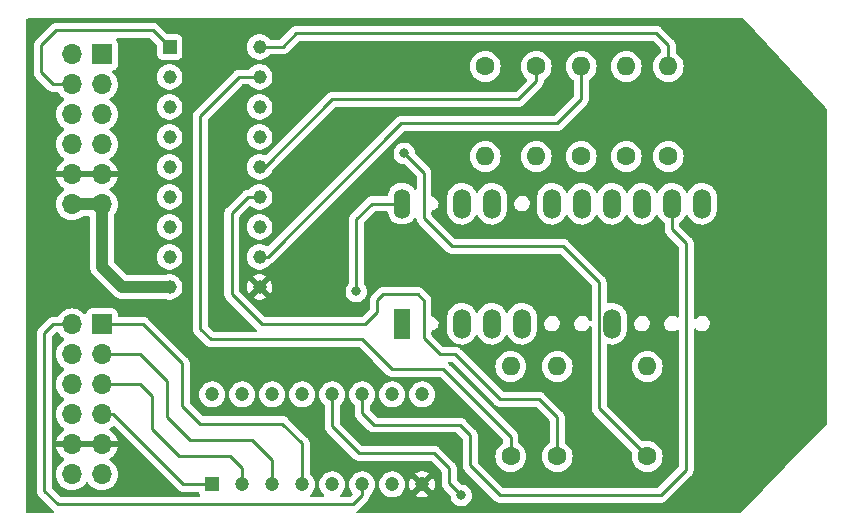
<source format=gbr>
%TF.GenerationSoftware,KiCad,Pcbnew,7.0.1*%
%TF.CreationDate,2023-05-14T00:25:16+09:00*%
%TF.ProjectId,Pmod_7Seg,506d6f64-5f37-4536-9567-2e6b69636164,rev?*%
%TF.SameCoordinates,Original*%
%TF.FileFunction,Copper,L2,Bot*%
%TF.FilePolarity,Positive*%
%FSLAX46Y46*%
G04 Gerber Fmt 4.6, Leading zero omitted, Abs format (unit mm)*
G04 Created by KiCad (PCBNEW 7.0.1) date 2023-05-14 00:25:16*
%MOMM*%
%LPD*%
G01*
G04 APERTURE LIST*
%TA.AperFunction,ComponentPad*%
%ADD10C,1.600000*%
%TD*%
%TA.AperFunction,ComponentPad*%
%ADD11O,1.600000X1.600000*%
%TD*%
%TA.AperFunction,ComponentPad*%
%ADD12R,1.200000X1.200000*%
%TD*%
%TA.AperFunction,ComponentPad*%
%ADD13C,1.200000*%
%TD*%
%TA.AperFunction,ComponentPad*%
%ADD14C,1.150000*%
%TD*%
%TA.AperFunction,ComponentPad*%
%ADD15R,1.150000X1.150000*%
%TD*%
%TA.AperFunction,ComponentPad*%
%ADD16R,1.400000X2.524000*%
%TD*%
%TA.AperFunction,ComponentPad*%
%ADD17O,1.524000X2.524000*%
%TD*%
%TA.AperFunction,ComponentPad*%
%ADD18O,1.400000X2.524000*%
%TD*%
%TA.AperFunction,ComponentPad*%
%ADD19R,1.700000X1.700000*%
%TD*%
%TA.AperFunction,ComponentPad*%
%ADD20O,1.700000X1.700000*%
%TD*%
%TA.AperFunction,ViaPad*%
%ADD21C,0.800000*%
%TD*%
%TA.AperFunction,Conductor*%
%ADD22C,0.250000*%
%TD*%
%TA.AperFunction,Conductor*%
%ADD23C,1.000000*%
%TD*%
G04 APERTURE END LIST*
D10*
%TO.P,R6,1*%
%TO.N,Net-(IC1-O5)*%
X149098000Y-67056000D03*
D11*
%TO.P,R6,2*%
%TO.N,Net-(DS1-ANODE_C)*%
X149098000Y-74676000D03*
%TD*%
D12*
%TO.P,IC2,1,I1*%
%TO.N,Net-(J2-Pin_4)*%
X121666000Y-102452000D03*
D13*
%TO.P,IC2,2,I2*%
%TO.N,Net-(J2-Pin_3)*%
X124206000Y-102452000D03*
%TO.P,IC2,3,I3*%
%TO.N,Net-(J2-Pin_2)*%
X126746000Y-102452000D03*
%TO.P,IC2,4,I4*%
%TO.N,Net-(J2-Pin_1)*%
X129286000Y-102452000D03*
%TO.P,IC2,5,I5*%
%TO.N,Net-(J2-Pin_8)*%
X131826000Y-102452000D03*
%TO.P,IC2,6,I6*%
%TO.N,Net-(J2-Pin_7)*%
X134366000Y-102452000D03*
%TO.P,IC2,7,I7*%
%TO.N,unconnected-(Q1-I7-Pad7)*%
X136906000Y-102452000D03*
%TO.P,IC2,8,GND*%
%TO.N,GND*%
X139446000Y-102452000D03*
%TO.P,IC2,9,COMMON*%
%TO.N,unconnected-(Q1-COMMON-Pad9)*%
X139446000Y-94832000D03*
%TO.P,IC2,10,O7*%
%TO.N,unconnected-(Q1-O7-Pad10)*%
X136906000Y-94832000D03*
%TO.P,IC2,11,O6*%
%TO.N,Net-(DS1-KATHODE_5)*%
X134366000Y-94832000D03*
%TO.P,IC2,12,O5*%
%TO.N,Net-(DS1-KATHODE_6)*%
X131826000Y-94832000D03*
%TO.P,IC2,13,O4*%
%TO.N,Net-(DS1-KATHODE_1)*%
X129286000Y-94832000D03*
%TO.P,IC2,14,O3*%
%TO.N,Net-(DS1-KATHODE_2)*%
X126746000Y-94832000D03*
%TO.P,IC2,15,O2*%
%TO.N,Net-(DS1-KATHODE_3)*%
X124206000Y-94832000D03*
%TO.P,IC2,16,O1*%
%TO.N,Net-(DS1-KATHODE_4)*%
X121666000Y-94832000D03*
%TD*%
D14*
%TO.P,IC1,18,O1*%
%TO.N,Net-(IC1-O1)*%
X125677000Y-65405000D03*
%TO.P,IC1,17,O2*%
%TO.N,Net-(IC1-O2)*%
X125677000Y-67945000D03*
%TO.P,IC1,16,O3*%
%TO.N,Net-(IC1-O3)*%
X125677000Y-70485000D03*
%TO.P,IC1,15,O4*%
%TO.N,Net-(IC1-O4)*%
X125677000Y-73025000D03*
%TO.P,IC1,14,O5*%
%TO.N,Net-(IC1-O5)*%
X125677000Y-75565000D03*
%TO.P,IC1,13,O6*%
%TO.N,Net-(IC1-O6)*%
X125677000Y-78105000D03*
%TO.P,IC1,12,O7*%
%TO.N,Net-(IC1-O7)*%
X125677000Y-80645000D03*
%TO.P,IC1,11,O8*%
%TO.N,Net-(IC1-O8)*%
X125677000Y-83185000D03*
%TO.P,IC1,10,GND*%
%TO.N,GND*%
X125677000Y-85725000D03*
%TO.P,IC1,9,VCC*%
%TO.N,VCC*%
X118057000Y-85725000D03*
%TO.P,IC1,8,I8*%
%TO.N,Net-(IC1-I8)*%
X118057000Y-83185000D03*
%TO.P,IC1,7,I7*%
%TO.N,Net-(IC1-I7)*%
X118057000Y-80645000D03*
%TO.P,IC1,6,I6*%
%TO.N,Net-(IC1-I6)*%
X118057000Y-78105000D03*
%TO.P,IC1,5,I5*%
%TO.N,Net-(IC1-I5)*%
X118057000Y-75565000D03*
%TO.P,IC1,4,I4*%
%TO.N,Net-(IC1-I4)*%
X118057000Y-73025000D03*
%TO.P,IC1,3,I3*%
%TO.N,Net-(IC1-I3)*%
X118057000Y-70485000D03*
%TO.P,IC1,2,I2*%
%TO.N,Net-(IC1-I2)*%
X118057000Y-67945000D03*
D15*
%TO.P,IC1,1,I1*%
%TO.N,Net-(IC1-I1)*%
X118057000Y-65405000D03*
%TD*%
D16*
%TO.P,IC3,1,ANODE_E*%
%TO.N,Net-(DS1-ANODE_E)*%
X137731500Y-88836000D03*
D17*
%TO.P,IC3,3,KATHODE_2*%
%TO.N,Net-(DS1-KATHODE_2)*%
X142811500Y-88836000D03*
%TO.P,IC3,4,KATHODE_3*%
%TO.N,Net-(DS1-KATHODE_3)*%
X145351500Y-88836000D03*
%TO.P,IC3,5,ANODE_D*%
%TO.N,Net-(DS1-ANODE_D)*%
X147891500Y-88836000D03*
%TO.P,IC3,8,ANODE_DP*%
%TO.N,Net-(DS1-ANODE_DP)*%
X155511500Y-88836000D03*
%TO.P,IC3,12,KATHODE_6*%
%TO.N,Net-(DS1-KATHODE_6)*%
X163131500Y-78676000D03*
%TO.P,IC3,13,KATHODE_5*%
%TO.N,Net-(DS1-KATHODE_5)*%
X160591500Y-78676000D03*
%TO.P,IC3,14,ANODE_F*%
%TO.N,Net-(DS1-ANODE_F)*%
X158051500Y-78676000D03*
%TO.P,IC3,15,ANODE_A*%
%TO.N,Net-(DS1-ANODE_A)*%
X155511500Y-78676000D03*
%TO.P,IC3,16,KATHODE_4*%
%TO.N,Net-(DS1-KATHODE_4)*%
X152971500Y-78676000D03*
%TO.P,IC3,17,ANODE_G*%
%TO.N,Net-(DS1-ANODE_G)*%
X150431500Y-78676000D03*
%TO.P,IC3,19,ANODE_C*%
%TO.N,Net-(DS1-ANODE_C)*%
X145351500Y-78676000D03*
%TO.P,IC3,20,ANODE_B*%
%TO.N,Net-(DS1-ANODE_B)*%
X142811500Y-78676000D03*
D18*
%TO.P,IC3,22,KATHODE_1*%
%TO.N,Net-(DS1-KATHODE_1)*%
X137731500Y-78676000D03*
%TD*%
D10*
%TO.P,R3,1*%
%TO.N,Net-(IC1-O2)*%
X146939000Y-100076000D03*
D11*
%TO.P,R3,2*%
%TO.N,Net-(DS1-ANODE_E)*%
X146939000Y-92456000D03*
%TD*%
%TO.P,R1,2*%
%TO.N,Net-(IC1-O1)*%
X160274000Y-67056000D03*
D10*
%TO.P,R1,1*%
%TO.N,Net-(DS1-ANODE_F)*%
X160274000Y-74676000D03*
%TD*%
%TO.P,R7,1*%
%TO.N,Net-(IC1-O6)*%
X150876000Y-100076000D03*
D11*
%TO.P,R7,2*%
%TO.N,Net-(DS1-ANODE_D)*%
X150876000Y-92456000D03*
%TD*%
D19*
%TO.P,J2,1,Pin_1*%
%TO.N,Net-(J2-Pin_1)*%
X112330000Y-88900000D03*
D20*
%TO.P,J2,2,Pin_2*%
%TO.N,Net-(J2-Pin_2)*%
X112330000Y-91440000D03*
%TO.P,J2,3,Pin_3*%
%TO.N,Net-(J2-Pin_3)*%
X112330000Y-93980000D03*
%TO.P,J2,4,Pin_4*%
%TO.N,Net-(J2-Pin_4)*%
X112330000Y-96520000D03*
%TO.P,J2,5,Pin_5*%
%TO.N,GND*%
X112330000Y-99060000D03*
%TO.P,J2,6,Pin_6*%
%TO.N,VCC*%
X112330000Y-101600000D03*
%TO.P,J2,7,Pin_7*%
%TO.N,Net-(J2-Pin_7)*%
X109790000Y-88900000D03*
%TO.P,J2,8,Pin_8*%
%TO.N,Net-(J2-Pin_8)*%
X109790000Y-91440000D03*
%TO.P,J2,9,Pin_9*%
%TO.N,unconnected-(J2-Pin_9-Pad9)*%
X109790000Y-93980000D03*
%TO.P,J2,10,Pin_10*%
%TO.N,unconnected-(J2-Pin_10-Pad10)*%
X109790000Y-96520000D03*
%TO.P,J2,11,Pin_11*%
%TO.N,GND*%
X109790000Y-99060000D03*
%TO.P,J2,12,Pin_12*%
%TO.N,VCC*%
X109790000Y-101600000D03*
%TD*%
D11*
%TO.P,R4,2*%
%TO.N,Net-(IC1-O3)*%
X156718000Y-67056000D03*
D10*
%TO.P,R4,1*%
%TO.N,Net-(DS1-ANODE_A)*%
X156718000Y-74676000D03*
%TD*%
%TO.P,R5,1*%
%TO.N,Net-(IC1-O4)*%
X144780000Y-67056000D03*
D11*
%TO.P,R5,2*%
%TO.N,Net-(DS1-ANODE_B)*%
X144780000Y-74676000D03*
%TD*%
D19*
%TO.P,J1,1,Pin_1*%
%TO.N,Net-(IC1-I3)*%
X112330000Y-66040000D03*
D20*
%TO.P,J1,2,Pin_2*%
%TO.N,Net-(IC1-I4)*%
X112330000Y-68580000D03*
%TO.P,J1,3,Pin_3*%
%TO.N,Net-(IC1-I5)*%
X112330000Y-71120000D03*
%TO.P,J1,4,Pin_4*%
%TO.N,Net-(IC1-I6)*%
X112330000Y-73660000D03*
%TO.P,J1,5,Pin_5*%
%TO.N,GND*%
X112330000Y-76200000D03*
%TO.P,J1,6,Pin_6*%
%TO.N,VCC*%
X112330000Y-78740000D03*
%TO.P,J1,7,Pin_7*%
%TO.N,Net-(IC1-I2)*%
X109790000Y-66040000D03*
%TO.P,J1,8,Pin_8*%
%TO.N,Net-(IC1-I1)*%
X109790000Y-68580000D03*
%TO.P,J1,9,Pin_9*%
%TO.N,Net-(IC1-I8)*%
X109790000Y-71120000D03*
%TO.P,J1,10,Pin_10*%
%TO.N,Net-(IC1-I7)*%
X109790000Y-73660000D03*
%TO.P,J1,11,Pin_11*%
%TO.N,GND*%
X109790000Y-76200000D03*
%TO.P,J1,12,Pin_12*%
%TO.N,VCC*%
X109790000Y-78740000D03*
%TD*%
D10*
%TO.P,R8,1*%
%TO.N,Net-(IC1-O7)*%
X158496000Y-100076000D03*
D11*
%TO.P,R8,2*%
%TO.N,Net-(DS1-ANODE_DP)*%
X158496000Y-92456000D03*
%TD*%
D10*
%TO.P,R2,1*%
%TO.N,Net-(DS1-ANODE_G)*%
X152908000Y-74676000D03*
D11*
%TO.P,R2,2*%
%TO.N,Net-(IC1-O8)*%
X152908000Y-67056000D03*
%TD*%
D21*
%TO.N,GND*%
X141224000Y-67691000D03*
X123571000Y-88773000D03*
X133096000Y-92075000D03*
X141224000Y-74422000D03*
X148844000Y-84074000D03*
%TO.N,Net-(DS1-KATHODE_1)*%
X133858000Y-86106000D03*
%TO.N,GND*%
X154432000Y-100838000D03*
X129794000Y-67056000D03*
X131826000Y-73533000D03*
X158496000Y-84074000D03*
X120904000Y-91440000D03*
%TO.N,Net-(DS1-KATHODE_6)*%
X142748000Y-103378000D03*
%TO.N,Net-(IC1-O7)*%
X137922000Y-74422000D03*
%TO.N,GND*%
X169926000Y-69088000D03*
X108712000Y-85852000D03*
X169926000Y-98044000D03*
X169926000Y-84074000D03*
%TD*%
D22*
%TO.N,Net-(DS1-KATHODE_1)*%
X135192000Y-78676000D02*
X137731500Y-78676000D01*
X133858000Y-86106000D02*
X133858000Y-80010000D01*
X133858000Y-80010000D02*
X135192000Y-78676000D01*
%TO.N,Net-(IC1-O6)*%
X150876000Y-96774000D02*
X150876000Y-100076000D01*
X149352000Y-95250000D02*
X150876000Y-96774000D01*
X146050000Y-95250000D02*
X149352000Y-95250000D01*
X140970000Y-91440000D02*
X142240000Y-91440000D01*
X139596500Y-90066500D02*
X140970000Y-91440000D01*
X139065000Y-86360000D02*
X139596500Y-86891500D01*
X136144000Y-86360000D02*
X139065000Y-86360000D01*
X135636000Y-87884000D02*
X135636000Y-86868000D01*
X123317000Y-86360000D02*
X125857000Y-88900000D01*
X142240000Y-91440000D02*
X146050000Y-95250000D01*
X135636000Y-86868000D02*
X136144000Y-86360000D01*
X123317000Y-79502000D02*
X123317000Y-86360000D01*
X134620000Y-88900000D02*
X135636000Y-87884000D01*
X124714000Y-78105000D02*
X123317000Y-79502000D01*
X125677000Y-78105000D02*
X124714000Y-78105000D01*
X139596500Y-86891500D02*
X139596500Y-90066500D01*
X125857000Y-88900000D02*
X134620000Y-88900000D01*
%TO.N,Net-(IC1-O2)*%
X146939000Y-98425000D02*
X146939000Y-100076000D01*
X141224000Y-92710000D02*
X146939000Y-98425000D01*
X136906000Y-92710000D02*
X141224000Y-92710000D01*
X134366000Y-90170000D02*
X136906000Y-92710000D01*
X120650000Y-71247000D02*
X120650000Y-89281000D01*
X120650000Y-89281000D02*
X121539000Y-90170000D01*
X121539000Y-90170000D02*
X134366000Y-90170000D01*
X123952000Y-67945000D02*
X120650000Y-71247000D01*
X125677000Y-67945000D02*
X123952000Y-67945000D01*
%TO.N,Net-(IC1-O8)*%
X152908000Y-69850000D02*
X152908000Y-67056000D01*
X150876000Y-71882000D02*
X152908000Y-69850000D01*
X137668000Y-71882000D02*
X150876000Y-71882000D01*
X126365000Y-83185000D02*
X137668000Y-71882000D01*
X125677000Y-83185000D02*
X126365000Y-83185000D01*
%TO.N,Net-(IC1-O7)*%
X154424500Y-85336500D02*
X154424500Y-96004500D01*
X151384000Y-82296000D02*
X154424500Y-85336500D01*
X141986000Y-82296000D02*
X151384000Y-82296000D01*
X139596500Y-76096500D02*
X139596500Y-79906500D01*
X139596500Y-79906500D02*
X141986000Y-82296000D01*
X137922000Y-74422000D02*
X139596500Y-76096500D01*
X154424500Y-96004500D02*
X158496000Y-100076000D01*
%TO.N,Net-(IC1-O1)*%
X160274000Y-65278000D02*
X160274000Y-67056000D01*
X128778000Y-64262000D02*
X159258000Y-64262000D01*
X159258000Y-64262000D02*
X160274000Y-65278000D01*
X127635000Y-65405000D02*
X128778000Y-64262000D01*
X125677000Y-65405000D02*
X127635000Y-65405000D01*
%TO.N,Net-(DS1-KATHODE_5)*%
X160591500Y-80835500D02*
X160591500Y-78676000D01*
X161798000Y-82042000D02*
X160591500Y-80835500D01*
X161798000Y-101219000D02*
X161798000Y-82042000D01*
X143510000Y-100838000D02*
X146050000Y-103378000D01*
X159639000Y-103378000D02*
X161798000Y-101219000D01*
X143510000Y-98298000D02*
X143510000Y-100838000D01*
X142632600Y-97420600D02*
X143510000Y-98298000D01*
X146050000Y-103378000D02*
X159639000Y-103378000D01*
X134366000Y-96430000D02*
X135356600Y-97420600D01*
X134366000Y-94832000D02*
X134366000Y-96430000D01*
X135356600Y-97420600D02*
X142632600Y-97420600D01*
%TO.N,Net-(IC1-O5)*%
X131826000Y-69850000D02*
X147574000Y-69850000D01*
X147574000Y-69850000D02*
X149098000Y-68326000D01*
X126111000Y-75565000D02*
X131826000Y-69850000D01*
X125677000Y-75565000D02*
X126111000Y-75565000D01*
X149098000Y-68326000D02*
X149098000Y-67056000D01*
%TO.N,Net-(J2-Pin_7)*%
X133604000Y-104140000D02*
X134366000Y-103378000D01*
X134366000Y-103378000D02*
X134366000Y-102452000D01*
X107442000Y-89662000D02*
X107442000Y-102997000D01*
X107442000Y-102997000D02*
X108585000Y-104140000D01*
X108204000Y-88900000D02*
X107442000Y-89662000D01*
X109790000Y-88900000D02*
X108204000Y-88900000D01*
X108585000Y-104140000D02*
X133604000Y-104140000D01*
%TO.N,Net-(IC1-I1)*%
X116660000Y-64008000D02*
X118057000Y-65405000D01*
X107188000Y-65278000D02*
X108458000Y-64008000D01*
X107188000Y-67564000D02*
X107188000Y-65278000D01*
X108204000Y-68580000D02*
X107188000Y-67564000D01*
X108458000Y-64008000D02*
X116660000Y-64008000D01*
X109790000Y-68580000D02*
X108204000Y-68580000D01*
%TO.N,Net-(J2-Pin_2)*%
X126746000Y-100367000D02*
X126746000Y-102452000D01*
X125069600Y-98690600D02*
X126746000Y-100367000D01*
X117856000Y-93726000D02*
X117856000Y-96774000D01*
X117856000Y-96774000D02*
X119772600Y-98690600D01*
X115570000Y-91440000D02*
X117856000Y-93726000D01*
X119772600Y-98690600D02*
X125069600Y-98690600D01*
X112330000Y-91440000D02*
X115570000Y-91440000D01*
%TO.N,Net-(J2-Pin_1)*%
X120624600Y-97293600D02*
X127609600Y-97293600D01*
X119126000Y-95795000D02*
X120624600Y-97293600D01*
X127609600Y-97293600D02*
X129286000Y-98970000D01*
X129286000Y-98970000D02*
X129286000Y-102452000D01*
X119126000Y-92202000D02*
X119126000Y-95795000D01*
X115824000Y-88900000D02*
X119126000Y-92202000D01*
X112330000Y-88900000D02*
X115824000Y-88900000D01*
%TO.N,Net-(J2-Pin_4)*%
X119216000Y-102452000D02*
X121666000Y-102452000D01*
X113284000Y-96520000D02*
X119216000Y-102452000D01*
X112330000Y-96520000D02*
X113284000Y-96520000D01*
%TO.N,Net-(J2-Pin_3)*%
X116586000Y-97790000D02*
X118872000Y-100076000D01*
X116586000Y-94996000D02*
X116586000Y-97790000D01*
X123190000Y-100076000D02*
X124206000Y-101092000D01*
X115570000Y-93980000D02*
X116586000Y-94996000D01*
X124206000Y-101092000D02*
X124206000Y-102452000D01*
X112330000Y-93980000D02*
X115570000Y-93980000D01*
X118872000Y-100076000D02*
X123190000Y-100076000D01*
%TO.N,Net-(DS1-KATHODE_6)*%
X131826000Y-97536000D02*
X131826000Y-94832000D01*
X140462000Y-99822000D02*
X134112000Y-99822000D01*
X141732000Y-101092000D02*
X140462000Y-99822000D01*
X141732000Y-102362000D02*
X141732000Y-101092000D01*
X134112000Y-99822000D02*
X131826000Y-97536000D01*
X142748000Y-103378000D02*
X141732000Y-102362000D01*
D23*
%TO.N,VCC*%
X112330000Y-78740000D02*
X112330000Y-84009000D01*
X112330000Y-84009000D02*
X114046000Y-85725000D01*
X109790000Y-78740000D02*
X112330000Y-78740000D01*
X114046000Y-85725000D02*
X118057000Y-85725000D01*
%TD*%
%TA.AperFunction,Conductor*%
%TO.N,GND*%
G36*
X166619395Y-63002478D02*
G01*
X166660851Y-63032141D01*
X173527440Y-70511819D01*
X173703345Y-70703429D01*
X173727548Y-70742291D01*
X173736000Y-70787287D01*
X173736000Y-97231864D01*
X173726959Y-97278344D01*
X173701155Y-97318045D01*
X170185354Y-100955082D01*
X166406556Y-104864183D01*
X166365823Y-104892155D01*
X166317401Y-104902000D01*
X134000993Y-104902000D01*
X133941256Y-104886662D01*
X133896297Y-104844444D01*
X133877238Y-104785789D01*
X133888793Y-104725207D01*
X133928104Y-104677685D01*
X133943060Y-104666818D01*
X133952830Y-104660400D01*
X133990418Y-104638171D01*
X133990417Y-104638171D01*
X133990420Y-104638170D01*
X134004585Y-104624004D01*
X134019373Y-104611373D01*
X134035587Y-104599594D01*
X134063438Y-104565926D01*
X134071279Y-104557309D01*
X134749786Y-103878802D01*
X134765887Y-103865904D01*
X134767874Y-103863787D01*
X134767877Y-103863786D01*
X134813932Y-103814741D01*
X134816613Y-103811976D01*
X134824647Y-103803942D01*
X134836120Y-103792470D01*
X134838581Y-103789295D01*
X134846152Y-103780431D01*
X134876062Y-103748582D01*
X134885713Y-103731026D01*
X134896393Y-103714767D01*
X134908674Y-103698936D01*
X134926018Y-103658851D01*
X134931160Y-103648356D01*
X134952197Y-103610092D01*
X134957178Y-103590688D01*
X134963480Y-103572283D01*
X134971438Y-103553895D01*
X134978270Y-103510748D01*
X134980639Y-103499316D01*
X134991500Y-103457020D01*
X134991500Y-103436983D01*
X134993026Y-103417591D01*
X134994783Y-103406496D01*
X134995117Y-103404386D01*
X135008434Y-103364954D01*
X135034044Y-103332154D01*
X135182764Y-103196579D01*
X135305673Y-103033821D01*
X135305673Y-103033819D01*
X135305675Y-103033818D01*
X135385302Y-102873903D01*
X135396582Y-102851250D01*
X135452397Y-102655083D01*
X135471215Y-102452000D01*
X135800785Y-102452000D01*
X135819602Y-102655083D01*
X135875418Y-102851251D01*
X135966324Y-103033818D01*
X136089236Y-103196580D01*
X136239958Y-103333981D01*
X136413361Y-103441347D01*
X136413363Y-103441348D01*
X136603544Y-103515024D01*
X136804024Y-103552500D01*
X137007974Y-103552500D01*
X137007976Y-103552500D01*
X137208456Y-103515024D01*
X137398637Y-103441348D01*
X137487640Y-103386240D01*
X138865310Y-103386240D01*
X138953588Y-103440899D01*
X139143679Y-103514540D01*
X139344072Y-103552000D01*
X139547928Y-103552000D01*
X139748320Y-103514540D01*
X139938411Y-103440899D01*
X140026688Y-103386240D01*
X139446001Y-102805553D01*
X139446000Y-102805553D01*
X138865310Y-103386240D01*
X137487640Y-103386240D01*
X137572041Y-103333981D01*
X137722764Y-103196579D01*
X137845673Y-103033821D01*
X137845673Y-103033819D01*
X137845675Y-103033818D01*
X137925302Y-102873903D01*
X137936582Y-102851250D01*
X137992397Y-102655083D01*
X138011215Y-102452000D01*
X138341287Y-102452000D01*
X138360096Y-102654992D01*
X138415885Y-102851068D01*
X138506751Y-103033552D01*
X138508532Y-103035912D01*
X138508533Y-103035913D01*
X139092447Y-102452001D01*
X139092447Y-102452000D01*
X139799553Y-102452000D01*
X140383465Y-103035912D01*
X140385247Y-103033553D01*
X140476115Y-102851066D01*
X140531903Y-102654992D01*
X140550712Y-102452000D01*
X140531903Y-102249007D01*
X140476114Y-102052931D01*
X140385248Y-101870448D01*
X140383465Y-101868086D01*
X140383465Y-101868085D01*
X139799553Y-102452000D01*
X139092447Y-102452000D01*
X138508533Y-101868085D01*
X138506753Y-101870444D01*
X138415884Y-102052933D01*
X138360096Y-102249007D01*
X138341287Y-102452000D01*
X138011215Y-102452000D01*
X137992397Y-102248917D01*
X137991844Y-102246975D01*
X137961187Y-102139228D01*
X137936582Y-102052750D01*
X137935983Y-102051547D01*
X137845675Y-101870181D01*
X137722763Y-101707419D01*
X137572041Y-101570018D01*
X137487638Y-101517758D01*
X138865310Y-101517758D01*
X139446000Y-102098447D01*
X139446001Y-102098447D01*
X140026688Y-101517758D01*
X140026687Y-101517757D01*
X139938414Y-101463101D01*
X139748320Y-101389459D01*
X139547928Y-101352000D01*
X139344072Y-101352000D01*
X139143679Y-101389459D01*
X138953589Y-101463100D01*
X138865310Y-101517758D01*
X137487638Y-101517758D01*
X137398638Y-101462652D01*
X137208457Y-101388976D01*
X137141629Y-101376484D01*
X137007976Y-101351500D01*
X136804024Y-101351500D01*
X136733988Y-101364592D01*
X136603542Y-101388976D01*
X136413361Y-101462652D01*
X136239958Y-101570018D01*
X136089236Y-101707419D01*
X135966324Y-101870181D01*
X135875418Y-102052748D01*
X135819602Y-102248916D01*
X135800785Y-102452000D01*
X135471215Y-102452000D01*
X135452397Y-102248917D01*
X135451844Y-102246975D01*
X135421187Y-102139228D01*
X135396582Y-102052750D01*
X135395983Y-102051547D01*
X135305675Y-101870181D01*
X135182763Y-101707419D01*
X135032041Y-101570018D01*
X134858638Y-101462652D01*
X134668457Y-101388976D01*
X134601629Y-101376484D01*
X134467976Y-101351500D01*
X134264024Y-101351500D01*
X134193988Y-101364592D01*
X134063542Y-101388976D01*
X133873361Y-101462652D01*
X133699958Y-101570018D01*
X133549236Y-101707419D01*
X133426324Y-101870181D01*
X133335418Y-102052748D01*
X133279602Y-102248916D01*
X133260785Y-102452000D01*
X133279602Y-102655083D01*
X133335418Y-102851251D01*
X133426326Y-103033821D01*
X133533083Y-103175191D01*
X133556354Y-103229012D01*
X133552294Y-103287508D01*
X133521810Y-103337598D01*
X133381225Y-103478183D01*
X133341000Y-103505061D01*
X133293547Y-103514500D01*
X132614102Y-103514500D01*
X132556789Y-103500460D01*
X132512454Y-103461519D01*
X132491138Y-103406496D01*
X132497667Y-103347850D01*
X132530564Y-103298863D01*
X132642763Y-103196580D01*
X132644406Y-103194404D01*
X132765673Y-103033821D01*
X132765673Y-103033819D01*
X132765675Y-103033818D01*
X132845302Y-102873903D01*
X132856582Y-102851250D01*
X132912397Y-102655083D01*
X132931215Y-102452000D01*
X132912397Y-102248917D01*
X132911844Y-102246975D01*
X132881187Y-102139228D01*
X132856582Y-102052750D01*
X132855983Y-102051547D01*
X132765675Y-101870181D01*
X132642763Y-101707419D01*
X132492041Y-101570018D01*
X132318638Y-101462652D01*
X132128457Y-101388976D01*
X132061629Y-101376484D01*
X131927976Y-101351500D01*
X131724024Y-101351500D01*
X131653988Y-101364592D01*
X131523542Y-101388976D01*
X131333361Y-101462652D01*
X131159958Y-101570018D01*
X131009236Y-101707419D01*
X130886324Y-101870181D01*
X130795418Y-102052748D01*
X130739602Y-102248916D01*
X130720785Y-102452000D01*
X130739602Y-102655083D01*
X130795418Y-102851251D01*
X130886324Y-103033818D01*
X131009236Y-103196580D01*
X131121436Y-103298863D01*
X131154333Y-103347850D01*
X131160862Y-103406496D01*
X131139546Y-103461519D01*
X131095211Y-103500460D01*
X131037898Y-103514500D01*
X130074102Y-103514500D01*
X130016789Y-103500460D01*
X129972454Y-103461519D01*
X129951138Y-103406496D01*
X129957667Y-103347850D01*
X129990564Y-103298863D01*
X130102763Y-103196580D01*
X130104406Y-103194404D01*
X130225673Y-103033821D01*
X130225673Y-103033819D01*
X130225675Y-103033818D01*
X130305302Y-102873903D01*
X130316582Y-102851250D01*
X130372397Y-102655083D01*
X130391215Y-102452000D01*
X130372397Y-102248917D01*
X130371844Y-102246975D01*
X130341187Y-102139228D01*
X130316582Y-102052750D01*
X130315983Y-102051547D01*
X130225675Y-101870181D01*
X130102763Y-101707419D01*
X129951962Y-101569947D01*
X129922066Y-101528396D01*
X129911500Y-101478310D01*
X129911500Y-99052744D01*
X129913764Y-99032236D01*
X129911561Y-98962113D01*
X129911500Y-98958219D01*
X129911500Y-98930654D01*
X129911500Y-98930650D01*
X129910997Y-98926670D01*
X129910081Y-98915028D01*
X129908710Y-98871373D01*
X129903118Y-98852126D01*
X129899174Y-98833085D01*
X129896664Y-98813208D01*
X129880579Y-98772583D01*
X129876808Y-98761568D01*
X129864618Y-98719610D01*
X129854414Y-98702355D01*
X129845861Y-98684895D01*
X129838486Y-98666269D01*
X129838486Y-98666268D01*
X129812808Y-98630925D01*
X129806401Y-98621171D01*
X129784169Y-98583579D01*
X129770006Y-98569416D01*
X129757367Y-98554617D01*
X129745595Y-98538413D01*
X129711941Y-98510573D01*
X129703299Y-98502709D01*
X128110402Y-96909811D01*
X128097506Y-96893713D01*
X128046375Y-96845698D01*
X128043578Y-96842987D01*
X128024070Y-96823479D01*
X128020890Y-96821012D01*
X128012024Y-96813439D01*
X127980182Y-96783538D01*
X127962624Y-96773885D01*
X127946364Y-96763204D01*
X127930536Y-96750927D01*
X127890451Y-96733580D01*
X127879961Y-96728441D01*
X127841691Y-96707402D01*
X127822291Y-96702421D01*
X127803884Y-96696119D01*
X127785497Y-96688162D01*
X127742358Y-96681329D01*
X127730924Y-96678961D01*
X127688619Y-96668100D01*
X127668584Y-96668100D01*
X127649186Y-96666573D01*
X127641762Y-96665397D01*
X127629405Y-96663440D01*
X127629404Y-96663440D01*
X127596351Y-96666564D01*
X127585925Y-96667550D01*
X127574256Y-96668100D01*
X120935053Y-96668100D01*
X120887600Y-96658661D01*
X120847372Y-96631781D01*
X119787819Y-95572228D01*
X119760939Y-95532000D01*
X119751500Y-95484547D01*
X119751500Y-94831999D01*
X120560785Y-94831999D01*
X120579602Y-95035083D01*
X120635418Y-95231251D01*
X120726324Y-95413818D01*
X120849236Y-95576580D01*
X120999958Y-95713981D01*
X121173361Y-95821347D01*
X121173363Y-95821348D01*
X121363544Y-95895024D01*
X121564024Y-95932500D01*
X121767974Y-95932500D01*
X121767976Y-95932500D01*
X121968456Y-95895024D01*
X122158637Y-95821348D01*
X122332041Y-95713981D01*
X122482764Y-95576579D01*
X122605673Y-95413821D01*
X122605673Y-95413819D01*
X122605675Y-95413818D01*
X122658735Y-95307257D01*
X122696582Y-95231250D01*
X122752397Y-95035083D01*
X122771215Y-94832000D01*
X122771215Y-94831999D01*
X123100785Y-94831999D01*
X123119602Y-95035083D01*
X123175418Y-95231251D01*
X123266324Y-95413818D01*
X123389236Y-95576580D01*
X123539958Y-95713981D01*
X123713361Y-95821347D01*
X123713363Y-95821348D01*
X123903544Y-95895024D01*
X124104024Y-95932500D01*
X124307974Y-95932500D01*
X124307976Y-95932500D01*
X124508456Y-95895024D01*
X124698637Y-95821348D01*
X124872041Y-95713981D01*
X125022764Y-95576579D01*
X125145673Y-95413821D01*
X125145673Y-95413819D01*
X125145675Y-95413818D01*
X125198735Y-95307257D01*
X125236582Y-95231250D01*
X125292397Y-95035083D01*
X125311215Y-94832000D01*
X125311215Y-94831999D01*
X125640785Y-94831999D01*
X125659602Y-95035083D01*
X125715418Y-95231251D01*
X125806324Y-95413818D01*
X125929236Y-95576580D01*
X126079958Y-95713981D01*
X126253361Y-95821347D01*
X126253363Y-95821348D01*
X126443544Y-95895024D01*
X126644024Y-95932500D01*
X126847974Y-95932500D01*
X126847976Y-95932500D01*
X127048456Y-95895024D01*
X127238637Y-95821348D01*
X127412041Y-95713981D01*
X127562764Y-95576579D01*
X127685673Y-95413821D01*
X127685673Y-95413819D01*
X127685675Y-95413818D01*
X127738735Y-95307257D01*
X127776582Y-95231250D01*
X127832397Y-95035083D01*
X127851215Y-94832000D01*
X127851215Y-94831999D01*
X128180785Y-94831999D01*
X128199602Y-95035083D01*
X128255418Y-95231251D01*
X128346324Y-95413818D01*
X128469236Y-95576580D01*
X128619958Y-95713981D01*
X128793361Y-95821347D01*
X128793363Y-95821348D01*
X128983544Y-95895024D01*
X129184024Y-95932500D01*
X129387974Y-95932500D01*
X129387976Y-95932500D01*
X129588456Y-95895024D01*
X129778637Y-95821348D01*
X129952041Y-95713981D01*
X130102764Y-95576579D01*
X130225673Y-95413821D01*
X130225673Y-95413819D01*
X130225675Y-95413818D01*
X130278735Y-95307257D01*
X130316582Y-95231250D01*
X130372397Y-95035083D01*
X130391215Y-94832000D01*
X130391215Y-94831999D01*
X130720785Y-94831999D01*
X130739602Y-95035083D01*
X130795418Y-95231251D01*
X130886324Y-95413818D01*
X131009236Y-95576580D01*
X131160038Y-95714053D01*
X131189934Y-95755604D01*
X131200500Y-95805690D01*
X131200500Y-97453256D01*
X131198235Y-97473762D01*
X131200439Y-97543873D01*
X131200500Y-97547768D01*
X131200500Y-97575349D01*
X131201003Y-97579334D01*
X131201918Y-97590967D01*
X131203290Y-97634626D01*
X131208879Y-97653860D01*
X131212825Y-97672916D01*
X131215335Y-97692792D01*
X131231414Y-97733404D01*
X131235197Y-97744451D01*
X131247382Y-97786391D01*
X131257580Y-97803635D01*
X131266136Y-97821100D01*
X131273514Y-97839732D01*
X131279202Y-97847561D01*
X131299180Y-97875059D01*
X131305593Y-97884822D01*
X131327826Y-97922416D01*
X131327829Y-97922419D01*
X131327830Y-97922420D01*
X131341995Y-97936585D01*
X131354627Y-97951375D01*
X131366406Y-97967587D01*
X131400058Y-97995426D01*
X131408699Y-98003289D01*
X133611196Y-100205787D01*
X133624096Y-100221888D01*
X133626213Y-100223876D01*
X133626214Y-100223877D01*
X133669938Y-100264937D01*
X133675223Y-100269900D01*
X133678020Y-100272611D01*
X133697529Y-100292120D01*
X133700711Y-100294588D01*
X133709571Y-100302155D01*
X133732493Y-100323681D01*
X133741418Y-100332062D01*
X133758970Y-100341711D01*
X133775238Y-100352397D01*
X133791064Y-100364673D01*
X133831146Y-100382017D01*
X133841633Y-100387155D01*
X133879907Y-100408197D01*
X133888410Y-100410379D01*
X133899308Y-100413178D01*
X133917713Y-100419478D01*
X133936104Y-100427437D01*
X133979250Y-100434270D01*
X133990668Y-100436635D01*
X134032981Y-100447500D01*
X134053016Y-100447500D01*
X134072415Y-100449027D01*
X134092196Y-100452160D01*
X134135674Y-100448050D01*
X134147344Y-100447500D01*
X140151548Y-100447500D01*
X140199001Y-100456939D01*
X140239229Y-100483819D01*
X141070181Y-101314772D01*
X141097061Y-101355000D01*
X141106500Y-101402453D01*
X141106500Y-102279256D01*
X141104235Y-102299762D01*
X141106439Y-102369873D01*
X141106500Y-102373768D01*
X141106500Y-102401349D01*
X141107003Y-102405334D01*
X141107918Y-102416967D01*
X141109290Y-102460626D01*
X141114879Y-102479860D01*
X141118825Y-102498916D01*
X141121335Y-102518792D01*
X141137414Y-102559404D01*
X141141197Y-102570451D01*
X141153382Y-102612391D01*
X141163580Y-102629635D01*
X141172136Y-102647100D01*
X141179514Y-102665732D01*
X141179515Y-102665733D01*
X141205180Y-102701059D01*
X141211593Y-102710822D01*
X141233826Y-102748416D01*
X141233829Y-102748419D01*
X141233830Y-102748420D01*
X141247995Y-102762585D01*
X141260627Y-102777375D01*
X141272406Y-102793587D01*
X141306058Y-102821426D01*
X141314699Y-102829289D01*
X141809038Y-103323629D01*
X141833277Y-103357926D01*
X141844678Y-103398348D01*
X141862326Y-103566257D01*
X141920820Y-103746284D01*
X142015466Y-103910216D01*
X142142129Y-104050889D01*
X142295269Y-104162151D01*
X142468197Y-104239144D01*
X142653352Y-104278500D01*
X142653354Y-104278500D01*
X142842646Y-104278500D01*
X142842648Y-104278500D01*
X142966083Y-104252262D01*
X143027803Y-104239144D01*
X143200730Y-104162151D01*
X143353871Y-104050888D01*
X143480533Y-103910216D01*
X143575179Y-103746284D01*
X143633674Y-103566256D01*
X143653460Y-103378000D01*
X143633674Y-103189744D01*
X143597382Y-103078050D01*
X143575179Y-103009715D01*
X143480533Y-102845783D01*
X143353870Y-102705110D01*
X143200730Y-102593848D01*
X143027802Y-102516855D01*
X142842648Y-102477500D01*
X142842646Y-102477500D01*
X142783452Y-102477500D01*
X142735999Y-102468061D01*
X142695771Y-102441181D01*
X142393819Y-102139228D01*
X142366939Y-102099000D01*
X142357500Y-102051547D01*
X142357500Y-101174740D01*
X142359763Y-101154236D01*
X142357561Y-101084144D01*
X142357500Y-101080250D01*
X142357500Y-101052657D01*
X142357500Y-101052650D01*
X142356995Y-101048653D01*
X142356080Y-101037023D01*
X142356080Y-101037019D01*
X142354709Y-100993373D01*
X142349120Y-100974140D01*
X142345174Y-100955082D01*
X142342664Y-100935208D01*
X142334330Y-100914159D01*
X142326585Y-100894597D01*
X142322804Y-100883552D01*
X142310619Y-100841613D01*
X142310618Y-100841612D01*
X142310618Y-100841610D01*
X142300417Y-100824361D01*
X142291860Y-100806895D01*
X142284486Y-100788268D01*
X142258813Y-100752932D01*
X142252402Y-100743172D01*
X142243864Y-100728735D01*
X142230170Y-100705579D01*
X142216006Y-100691415D01*
X142203369Y-100676620D01*
X142191595Y-100660414D01*
X142191594Y-100660413D01*
X142157935Y-100632568D01*
X142149305Y-100624714D01*
X140962802Y-99438211D01*
X140949906Y-99422113D01*
X140898775Y-99374098D01*
X140895978Y-99371387D01*
X140876470Y-99351879D01*
X140873290Y-99349412D01*
X140864424Y-99341839D01*
X140832582Y-99311938D01*
X140815024Y-99302285D01*
X140798764Y-99291604D01*
X140782936Y-99279327D01*
X140742851Y-99261980D01*
X140732361Y-99256841D01*
X140694091Y-99235802D01*
X140674691Y-99230821D01*
X140656284Y-99224519D01*
X140637897Y-99216562D01*
X140594758Y-99209729D01*
X140583324Y-99207361D01*
X140541019Y-99196500D01*
X140520984Y-99196500D01*
X140501586Y-99194973D01*
X140494162Y-99193797D01*
X140481805Y-99191840D01*
X140481804Y-99191840D01*
X140448751Y-99194964D01*
X140438325Y-99195950D01*
X140426656Y-99196500D01*
X134422453Y-99196500D01*
X134375000Y-99187061D01*
X134334772Y-99160181D01*
X132487819Y-97313228D01*
X132460939Y-97273000D01*
X132451500Y-97225547D01*
X132451500Y-95805690D01*
X132462066Y-95755604D01*
X132491962Y-95714053D01*
X132642763Y-95576580D01*
X132642764Y-95576579D01*
X132765673Y-95413821D01*
X132765673Y-95413819D01*
X132765675Y-95413818D01*
X132818735Y-95307257D01*
X132856582Y-95231250D01*
X132912397Y-95035083D01*
X132931215Y-94832000D01*
X132931215Y-94831999D01*
X133260785Y-94831999D01*
X133279602Y-95035083D01*
X133335418Y-95231251D01*
X133426324Y-95413818D01*
X133549236Y-95576580D01*
X133700038Y-95714053D01*
X133729934Y-95755604D01*
X133740500Y-95805690D01*
X133740500Y-96347256D01*
X133738235Y-96367762D01*
X133740439Y-96437873D01*
X133740500Y-96441768D01*
X133740500Y-96469349D01*
X133741003Y-96473334D01*
X133741918Y-96484967D01*
X133743290Y-96528626D01*
X133748879Y-96547860D01*
X133752825Y-96566916D01*
X133755335Y-96586792D01*
X133771414Y-96627404D01*
X133775197Y-96638451D01*
X133787382Y-96680391D01*
X133797580Y-96697635D01*
X133806136Y-96715100D01*
X133813514Y-96733732D01*
X133813515Y-96733733D01*
X133839180Y-96769059D01*
X133845593Y-96778822D01*
X133867826Y-96816416D01*
X133867829Y-96816419D01*
X133867830Y-96816420D01*
X133881995Y-96830585D01*
X133894627Y-96845375D01*
X133906406Y-96861587D01*
X133940058Y-96889426D01*
X133948699Y-96897289D01*
X134855796Y-97804387D01*
X134868696Y-97820488D01*
X134919823Y-97868500D01*
X134922619Y-97871210D01*
X134942129Y-97890720D01*
X134945311Y-97893188D01*
X134954171Y-97900755D01*
X134986018Y-97930662D01*
X135003572Y-97940312D01*
X135019836Y-97950996D01*
X135028497Y-97957714D01*
X135035664Y-97963273D01*
X135060509Y-97974024D01*
X135075752Y-97980621D01*
X135086231Y-97985754D01*
X135124508Y-98006797D01*
X135143906Y-98011777D01*
X135162308Y-98018077D01*
X135180704Y-98026038D01*
X135223861Y-98032873D01*
X135235264Y-98035234D01*
X135277581Y-98046100D01*
X135297616Y-98046100D01*
X135317013Y-98047626D01*
X135336796Y-98050760D01*
X135380274Y-98046650D01*
X135391944Y-98046100D01*
X142322148Y-98046100D01*
X142369601Y-98055539D01*
X142409829Y-98082419D01*
X142848181Y-98520772D01*
X142875061Y-98561000D01*
X142884500Y-98608453D01*
X142884500Y-100755256D01*
X142882235Y-100775762D01*
X142884439Y-100845873D01*
X142884500Y-100849768D01*
X142884500Y-100877349D01*
X142885003Y-100881334D01*
X142885918Y-100892967D01*
X142887290Y-100936626D01*
X142892879Y-100955860D01*
X142896825Y-100974916D01*
X142899335Y-100994792D01*
X142915414Y-101035404D01*
X142919197Y-101046451D01*
X142931382Y-101088391D01*
X142941580Y-101105635D01*
X142950136Y-101123100D01*
X142957514Y-101141732D01*
X142966599Y-101154236D01*
X142983180Y-101177059D01*
X142989593Y-101186822D01*
X143011826Y-101224416D01*
X143011829Y-101224419D01*
X143011830Y-101224420D01*
X143025995Y-101238585D01*
X143038627Y-101253375D01*
X143050406Y-101269587D01*
X143084058Y-101297426D01*
X143092699Y-101305289D01*
X145549196Y-103761787D01*
X145562096Y-103777888D01*
X145613223Y-103825900D01*
X145616020Y-103828611D01*
X145635529Y-103848120D01*
X145638711Y-103850588D01*
X145647571Y-103858155D01*
X145679417Y-103888061D01*
X145679418Y-103888062D01*
X145696970Y-103897711D01*
X145713238Y-103908397D01*
X145729064Y-103920673D01*
X145769146Y-103938017D01*
X145779633Y-103943155D01*
X145817907Y-103964197D01*
X145826410Y-103966379D01*
X145837308Y-103969178D01*
X145855713Y-103975478D01*
X145874104Y-103983437D01*
X145917250Y-103990270D01*
X145928668Y-103992635D01*
X145970981Y-104003500D01*
X145991016Y-104003500D01*
X146010415Y-104005027D01*
X146030196Y-104008160D01*
X146073674Y-104004050D01*
X146085344Y-104003500D01*
X159556256Y-104003500D01*
X159576762Y-104005764D01*
X159579665Y-104005672D01*
X159579667Y-104005673D01*
X159646872Y-104003561D01*
X159650768Y-104003500D01*
X159678349Y-104003500D01*
X159678350Y-104003500D01*
X159682319Y-104002998D01*
X159693965Y-104002080D01*
X159737627Y-104000709D01*
X159756859Y-103995120D01*
X159775918Y-103991174D01*
X159783099Y-103990267D01*
X159795792Y-103988664D01*
X159836407Y-103972582D01*
X159847444Y-103968803D01*
X159889390Y-103956618D01*
X159906629Y-103946422D01*
X159924102Y-103937862D01*
X159942732Y-103930486D01*
X159978064Y-103904814D01*
X159987830Y-103898400D01*
X160025418Y-103876171D01*
X160025417Y-103876171D01*
X160025420Y-103876170D01*
X160039585Y-103862004D01*
X160054373Y-103849373D01*
X160070587Y-103837594D01*
X160098438Y-103803926D01*
X160106279Y-103795309D01*
X162181789Y-101719800D01*
X162197885Y-101706906D01*
X162199873Y-101704787D01*
X162199877Y-101704786D01*
X162245948Y-101655723D01*
X162248566Y-101653023D01*
X162268120Y-101633471D01*
X162270581Y-101630298D01*
X162278156Y-101621427D01*
X162308062Y-101589582D01*
X162317717Y-101572018D01*
X162328394Y-101555764D01*
X162340673Y-101539936D01*
X162358018Y-101499852D01*
X162363160Y-101489356D01*
X162369233Y-101478310D01*
X162384197Y-101451092D01*
X162389179Y-101431684D01*
X162395481Y-101413280D01*
X162403437Y-101394896D01*
X162410269Y-101351752D01*
X162412633Y-101340338D01*
X162423500Y-101298019D01*
X162423500Y-101277984D01*
X162425027Y-101258585D01*
X162425852Y-101253375D01*
X162428160Y-101238804D01*
X162424050Y-101195325D01*
X162423500Y-101183656D01*
X162423500Y-89350047D01*
X162436664Y-89294447D01*
X162473360Y-89250653D01*
X162525797Y-89227961D01*
X162582842Y-89231190D01*
X162632383Y-89259654D01*
X162746107Y-89366448D01*
X162884759Y-89442673D01*
X162890134Y-89445628D01*
X163049321Y-89486500D01*
X163049323Y-89486500D01*
X163172425Y-89486500D01*
X163172427Y-89486500D01*
X163294559Y-89471071D01*
X163379131Y-89437586D01*
X163447371Y-89410568D01*
X163580337Y-89313963D01*
X163685100Y-89187326D01*
X163755079Y-89038613D01*
X163785876Y-88877170D01*
X163775556Y-88713140D01*
X163724768Y-88556829D01*
X163670892Y-88471934D01*
X163636702Y-88418059D01*
X163516893Y-88305552D01*
X163372865Y-88226371D01*
X163213679Y-88185500D01*
X163213677Y-88185500D01*
X163090575Y-88185500D01*
X163090573Y-88185500D01*
X162968440Y-88200928D01*
X162815629Y-88261431D01*
X162682665Y-88358034D01*
X162668530Y-88375121D01*
X162643042Y-88405930D01*
X162594592Y-88441598D01*
X162535055Y-88450262D01*
X162478447Y-88429882D01*
X162438096Y-88385255D01*
X162423500Y-88326888D01*
X162423500Y-82124744D01*
X162425764Y-82104236D01*
X162423561Y-82034113D01*
X162423500Y-82030219D01*
X162423500Y-82002654D01*
X162423500Y-82002650D01*
X162422997Y-81998670D01*
X162422081Y-81987028D01*
X162420710Y-81943373D01*
X162415118Y-81924126D01*
X162411174Y-81905085D01*
X162408664Y-81885208D01*
X162392579Y-81844583D01*
X162388808Y-81833568D01*
X162376618Y-81791610D01*
X162366414Y-81774355D01*
X162357861Y-81756895D01*
X162350486Y-81738269D01*
X162350486Y-81738268D01*
X162324808Y-81702925D01*
X162318401Y-81693171D01*
X162312904Y-81683876D01*
X162296170Y-81655580D01*
X162282006Y-81641416D01*
X162269367Y-81626617D01*
X162257595Y-81610413D01*
X162223941Y-81582573D01*
X162215299Y-81574709D01*
X161253319Y-80612728D01*
X161226439Y-80572500D01*
X161217000Y-80525047D01*
X161217000Y-80347180D01*
X161234553Y-80283579D01*
X161282243Y-80237985D01*
X161284581Y-80236726D01*
X161289819Y-80233908D01*
X161467493Y-80092217D01*
X161617012Y-79921078D01*
X161733571Y-79725992D01*
X161746177Y-79692401D01*
X161778200Y-79644824D01*
X161828209Y-79616743D01*
X161885505Y-79614169D01*
X161937830Y-79637654D01*
X161973990Y-79682172D01*
X162043325Y-79826150D01*
X162084803Y-79883239D01*
X162176904Y-80010005D01*
X162176905Y-80010006D01*
X162176906Y-80010007D01*
X162341161Y-80167052D01*
X162378352Y-80191601D01*
X162530823Y-80292246D01*
X162600144Y-80321875D01*
X162739787Y-80381562D01*
X162810130Y-80397617D01*
X162961346Y-80432131D01*
X163168853Y-80441450D01*
X163188369Y-80442327D01*
X163188369Y-80442326D01*
X163188371Y-80442327D01*
X163413568Y-80411822D01*
X163629700Y-80341596D01*
X163829819Y-80233908D01*
X164007493Y-80092217D01*
X164157012Y-79921078D01*
X164273571Y-79725992D01*
X164283042Y-79700758D01*
X164353422Y-79513229D01*
X164394000Y-79289628D01*
X164394000Y-78119304D01*
X164393392Y-78112546D01*
X164378732Y-77949661D01*
X164375497Y-77937941D01*
X164318273Y-77730594D01*
X164219674Y-77525849D01*
X164150702Y-77430918D01*
X164086096Y-77341995D01*
X164044016Y-77301762D01*
X163921838Y-77184947D01*
X163778174Y-77090116D01*
X163732177Y-77059754D01*
X163732175Y-77059753D01*
X163523212Y-76970437D01*
X163301654Y-76919869D01*
X163074630Y-76909672D01*
X162849432Y-76940177D01*
X162633300Y-77010403D01*
X162633300Y-77010404D01*
X162433181Y-77118092D01*
X162433179Y-77118093D01*
X162433180Y-77118093D01*
X162255506Y-77259783D01*
X162105990Y-77430918D01*
X161989428Y-77626009D01*
X161976822Y-77659598D01*
X161944797Y-77707177D01*
X161894788Y-77735257D01*
X161837493Y-77737829D01*
X161785168Y-77714345D01*
X161749009Y-77669827D01*
X161737248Y-77645406D01*
X161679672Y-77525847D01*
X161546096Y-77341995D01*
X161504016Y-77301762D01*
X161381838Y-77184947D01*
X161238174Y-77090116D01*
X161192177Y-77059754D01*
X161192175Y-77059753D01*
X160983212Y-76970437D01*
X160761654Y-76919869D01*
X160534630Y-76909672D01*
X160309432Y-76940177D01*
X160093300Y-77010403D01*
X160093300Y-77010404D01*
X159893181Y-77118092D01*
X159893179Y-77118093D01*
X159893180Y-77118093D01*
X159715506Y-77259783D01*
X159565990Y-77430918D01*
X159449428Y-77626009D01*
X159436822Y-77659598D01*
X159404797Y-77707177D01*
X159354788Y-77735257D01*
X159297493Y-77737829D01*
X159245168Y-77714345D01*
X159209009Y-77669827D01*
X159197248Y-77645406D01*
X159139672Y-77525847D01*
X159006096Y-77341995D01*
X158964016Y-77301762D01*
X158841838Y-77184947D01*
X158698174Y-77090116D01*
X158652177Y-77059754D01*
X158652175Y-77059753D01*
X158443212Y-76970437D01*
X158221654Y-76919869D01*
X157994630Y-76909672D01*
X157769432Y-76940177D01*
X157553300Y-77010403D01*
X157553300Y-77010404D01*
X157353181Y-77118092D01*
X157353179Y-77118093D01*
X157353180Y-77118093D01*
X157175506Y-77259783D01*
X157025990Y-77430918D01*
X156909428Y-77626009D01*
X156896822Y-77659598D01*
X156864797Y-77707177D01*
X156814788Y-77735257D01*
X156757493Y-77737829D01*
X156705168Y-77714345D01*
X156669009Y-77669827D01*
X156657248Y-77645406D01*
X156599672Y-77525847D01*
X156466096Y-77341995D01*
X156424016Y-77301762D01*
X156301838Y-77184947D01*
X156158174Y-77090116D01*
X156112177Y-77059754D01*
X156112175Y-77059753D01*
X155903212Y-76970437D01*
X155681654Y-76919869D01*
X155454630Y-76909672D01*
X155229432Y-76940177D01*
X155013300Y-77010403D01*
X155013300Y-77010404D01*
X154813181Y-77118092D01*
X154813179Y-77118093D01*
X154813180Y-77118093D01*
X154635506Y-77259783D01*
X154485990Y-77430918D01*
X154369428Y-77626009D01*
X154356822Y-77659598D01*
X154324797Y-77707177D01*
X154274788Y-77735257D01*
X154217493Y-77737829D01*
X154165168Y-77714345D01*
X154129009Y-77669827D01*
X154117248Y-77645406D01*
X154059672Y-77525847D01*
X153926096Y-77341995D01*
X153884016Y-77301762D01*
X153761838Y-77184947D01*
X153618174Y-77090116D01*
X153572177Y-77059754D01*
X153572175Y-77059753D01*
X153363212Y-76970437D01*
X153141654Y-76919869D01*
X152914630Y-76909672D01*
X152689432Y-76940177D01*
X152473300Y-77010403D01*
X152473300Y-77010404D01*
X152273181Y-77118092D01*
X152273179Y-77118093D01*
X152273180Y-77118093D01*
X152095506Y-77259783D01*
X151945990Y-77430918D01*
X151829428Y-77626009D01*
X151816822Y-77659598D01*
X151784797Y-77707177D01*
X151734788Y-77735257D01*
X151677493Y-77737829D01*
X151625168Y-77714345D01*
X151589009Y-77669827D01*
X151577248Y-77645406D01*
X151519672Y-77525847D01*
X151386096Y-77341995D01*
X151344016Y-77301762D01*
X151221838Y-77184947D01*
X151078174Y-77090116D01*
X151032177Y-77059754D01*
X151032175Y-77059753D01*
X150823212Y-76970437D01*
X150601654Y-76919869D01*
X150374630Y-76909672D01*
X150149432Y-76940177D01*
X149933300Y-77010403D01*
X149933300Y-77010404D01*
X149733181Y-77118092D01*
X149733179Y-77118093D01*
X149733180Y-77118093D01*
X149555506Y-77259783D01*
X149405990Y-77430918D01*
X149289426Y-77626012D01*
X149209577Y-77838770D01*
X149169000Y-78062372D01*
X149169000Y-79232696D01*
X149184268Y-79402342D01*
X149244726Y-79621405D01*
X149343325Y-79826150D01*
X149384803Y-79883239D01*
X149476904Y-80010005D01*
X149476905Y-80010006D01*
X149476906Y-80010007D01*
X149641161Y-80167052D01*
X149678352Y-80191601D01*
X149830823Y-80292246D01*
X149900144Y-80321875D01*
X150039787Y-80381562D01*
X150110130Y-80397617D01*
X150261346Y-80432131D01*
X150468853Y-80441450D01*
X150488369Y-80442327D01*
X150488369Y-80442326D01*
X150488371Y-80442327D01*
X150713568Y-80411822D01*
X150929700Y-80341596D01*
X151129819Y-80233908D01*
X151307493Y-80092217D01*
X151457012Y-79921078D01*
X151573571Y-79725992D01*
X151586177Y-79692401D01*
X151618200Y-79644824D01*
X151668209Y-79616743D01*
X151725505Y-79614169D01*
X151777830Y-79637654D01*
X151813990Y-79682172D01*
X151883325Y-79826150D01*
X151924803Y-79883239D01*
X152016904Y-80010005D01*
X152016905Y-80010006D01*
X152016906Y-80010007D01*
X152181161Y-80167052D01*
X152218352Y-80191601D01*
X152370823Y-80292246D01*
X152440144Y-80321875D01*
X152579787Y-80381562D01*
X152650130Y-80397617D01*
X152801346Y-80432131D01*
X153008853Y-80441450D01*
X153028369Y-80442327D01*
X153028369Y-80442326D01*
X153028371Y-80442327D01*
X153253568Y-80411822D01*
X153469700Y-80341596D01*
X153669819Y-80233908D01*
X153847493Y-80092217D01*
X153997012Y-79921078D01*
X154113571Y-79725992D01*
X154126177Y-79692401D01*
X154158200Y-79644824D01*
X154208209Y-79616743D01*
X154265505Y-79614169D01*
X154317830Y-79637654D01*
X154353990Y-79682172D01*
X154423325Y-79826150D01*
X154464803Y-79883239D01*
X154556904Y-80010005D01*
X154556905Y-80010006D01*
X154556906Y-80010007D01*
X154721161Y-80167052D01*
X154758352Y-80191601D01*
X154910823Y-80292246D01*
X154980144Y-80321875D01*
X155119787Y-80381562D01*
X155190130Y-80397617D01*
X155341346Y-80432131D01*
X155548853Y-80441450D01*
X155568369Y-80442327D01*
X155568369Y-80442326D01*
X155568371Y-80442327D01*
X155793568Y-80411822D01*
X156009700Y-80341596D01*
X156209819Y-80233908D01*
X156387493Y-80092217D01*
X156537012Y-79921078D01*
X156653571Y-79725992D01*
X156666177Y-79692401D01*
X156698200Y-79644824D01*
X156748209Y-79616743D01*
X156805505Y-79614169D01*
X156857830Y-79637654D01*
X156893990Y-79682172D01*
X156963325Y-79826150D01*
X157004803Y-79883239D01*
X157096904Y-80010005D01*
X157096905Y-80010006D01*
X157096906Y-80010007D01*
X157261161Y-80167052D01*
X157298352Y-80191601D01*
X157450823Y-80292246D01*
X157520144Y-80321875D01*
X157659787Y-80381562D01*
X157730130Y-80397617D01*
X157881346Y-80432131D01*
X158088853Y-80441450D01*
X158108369Y-80442327D01*
X158108369Y-80442326D01*
X158108371Y-80442327D01*
X158333568Y-80411822D01*
X158549700Y-80341596D01*
X158749819Y-80233908D01*
X158927493Y-80092217D01*
X159077012Y-79921078D01*
X159193571Y-79725992D01*
X159206177Y-79692401D01*
X159238200Y-79644824D01*
X159288209Y-79616743D01*
X159345505Y-79614169D01*
X159397830Y-79637654D01*
X159433990Y-79682172D01*
X159503325Y-79826150D01*
X159544803Y-79883239D01*
X159636904Y-80010005D01*
X159801162Y-80167052D01*
X159866579Y-80210233D01*
X159910311Y-80239100D01*
X159951194Y-80283827D01*
X159966000Y-80342587D01*
X159966000Y-80752756D01*
X159963735Y-80773262D01*
X159965939Y-80843373D01*
X159966000Y-80847268D01*
X159966000Y-80874849D01*
X159966503Y-80878834D01*
X159967418Y-80890467D01*
X159968790Y-80934126D01*
X159974379Y-80953360D01*
X159978325Y-80972416D01*
X159980835Y-80992292D01*
X159996914Y-81032904D01*
X160000697Y-81043951D01*
X160012882Y-81085891D01*
X160023080Y-81103135D01*
X160031636Y-81120600D01*
X160039014Y-81139232D01*
X160039015Y-81139233D01*
X160064680Y-81174559D01*
X160071093Y-81184322D01*
X160093326Y-81221916D01*
X160093329Y-81221919D01*
X160093330Y-81221920D01*
X160107495Y-81236085D01*
X160120127Y-81250875D01*
X160131906Y-81267087D01*
X160165558Y-81294926D01*
X160174199Y-81302789D01*
X161136181Y-82264771D01*
X161163061Y-82304999D01*
X161172500Y-82352452D01*
X161172500Y-88203416D01*
X161156210Y-88264853D01*
X161111621Y-88310148D01*
X161050447Y-88327401D01*
X160988762Y-88312078D01*
X160976895Y-88305553D01*
X160976893Y-88305552D01*
X160836690Y-88228474D01*
X160832865Y-88226371D01*
X160673679Y-88185500D01*
X160673677Y-88185500D01*
X160550575Y-88185500D01*
X160550573Y-88185500D01*
X160428440Y-88200928D01*
X160275629Y-88261431D01*
X160142665Y-88358034D01*
X160037899Y-88484675D01*
X160013043Y-88537498D01*
X159967921Y-88633387D01*
X159964768Y-88649916D01*
X159937123Y-88794833D01*
X159947443Y-88958858D01*
X159967930Y-89021909D01*
X159998232Y-89115171D01*
X160032422Y-89169045D01*
X160086297Y-89253940D01*
X160179075Y-89341063D01*
X160206107Y-89366448D01*
X160344759Y-89442673D01*
X160350134Y-89445628D01*
X160509321Y-89486500D01*
X160509323Y-89486500D01*
X160632425Y-89486500D01*
X160632427Y-89486500D01*
X160754559Y-89471071D01*
X160839131Y-89437586D01*
X160907371Y-89410568D01*
X160940498Y-89386500D01*
X160975615Y-89360987D01*
X161038772Y-89337687D01*
X161104795Y-89350820D01*
X161154227Y-89396515D01*
X161172500Y-89461305D01*
X161172500Y-100908548D01*
X161163061Y-100956001D01*
X161136181Y-100996229D01*
X159416228Y-102716181D01*
X159376000Y-102743061D01*
X159328547Y-102752500D01*
X146360453Y-102752500D01*
X146313000Y-102743061D01*
X146272772Y-102716181D01*
X144171819Y-100615228D01*
X144144939Y-100575000D01*
X144135500Y-100527547D01*
X144135500Y-98380744D01*
X144137764Y-98360237D01*
X144135561Y-98290127D01*
X144135500Y-98286232D01*
X144135500Y-98258653D01*
X144134997Y-98254672D01*
X144134080Y-98243019D01*
X144134070Y-98242698D01*
X144132709Y-98199373D01*
X144127120Y-98180140D01*
X144123174Y-98161082D01*
X144120664Y-98141206D01*
X144104588Y-98100604D01*
X144100804Y-98089553D01*
X144090957Y-98055661D01*
X144088618Y-98047610D01*
X144078414Y-98030355D01*
X144069861Y-98012895D01*
X144068261Y-98008854D01*
X144062486Y-97994268D01*
X144036808Y-97958925D01*
X144030401Y-97949171D01*
X144022954Y-97936579D01*
X144008170Y-97911580D01*
X143994006Y-97897415D01*
X143981367Y-97882617D01*
X143969595Y-97866413D01*
X143935941Y-97838573D01*
X143927299Y-97830709D01*
X143133402Y-97036811D01*
X143120506Y-97020713D01*
X143069375Y-96972698D01*
X143066578Y-96969987D01*
X143047070Y-96950479D01*
X143043890Y-96948012D01*
X143035024Y-96940439D01*
X143003182Y-96910538D01*
X142985624Y-96900885D01*
X142969364Y-96890204D01*
X142953536Y-96877927D01*
X142913451Y-96860580D01*
X142902961Y-96855441D01*
X142864691Y-96834402D01*
X142845291Y-96829421D01*
X142826884Y-96823119D01*
X142808497Y-96815162D01*
X142765358Y-96808329D01*
X142753924Y-96805961D01*
X142711619Y-96795100D01*
X142691584Y-96795100D01*
X142672186Y-96793573D01*
X142664762Y-96792397D01*
X142652405Y-96790440D01*
X142652404Y-96790440D01*
X142619351Y-96793564D01*
X142608925Y-96794550D01*
X142597256Y-96795100D01*
X135667052Y-96795100D01*
X135619599Y-96785661D01*
X135579371Y-96758781D01*
X135027819Y-96207228D01*
X135000939Y-96167000D01*
X134991500Y-96119547D01*
X134991500Y-95805690D01*
X135002066Y-95755604D01*
X135031962Y-95714053D01*
X135182763Y-95576580D01*
X135182764Y-95576579D01*
X135305673Y-95413821D01*
X135305673Y-95413819D01*
X135305675Y-95413818D01*
X135358735Y-95307257D01*
X135396582Y-95231250D01*
X135452397Y-95035083D01*
X135471215Y-94832000D01*
X135471215Y-94831999D01*
X135800785Y-94831999D01*
X135819602Y-95035083D01*
X135875418Y-95231251D01*
X135966324Y-95413818D01*
X136089236Y-95576580D01*
X136239958Y-95713981D01*
X136413361Y-95821347D01*
X136413363Y-95821348D01*
X136603544Y-95895024D01*
X136804024Y-95932500D01*
X137007974Y-95932500D01*
X137007976Y-95932500D01*
X137208456Y-95895024D01*
X137398637Y-95821348D01*
X137572041Y-95713981D01*
X137722764Y-95576579D01*
X137845673Y-95413821D01*
X137845673Y-95413819D01*
X137845675Y-95413818D01*
X137898735Y-95307257D01*
X137936582Y-95231250D01*
X137992397Y-95035083D01*
X138011215Y-94832000D01*
X138011215Y-94831999D01*
X138340785Y-94831999D01*
X138359602Y-95035083D01*
X138415418Y-95231251D01*
X138506324Y-95413818D01*
X138629236Y-95576580D01*
X138779958Y-95713981D01*
X138953361Y-95821347D01*
X138953363Y-95821348D01*
X139143544Y-95895024D01*
X139344024Y-95932500D01*
X139547974Y-95932500D01*
X139547976Y-95932500D01*
X139748456Y-95895024D01*
X139938637Y-95821348D01*
X140112041Y-95713981D01*
X140262764Y-95576579D01*
X140385673Y-95413821D01*
X140385673Y-95413819D01*
X140385675Y-95413818D01*
X140438735Y-95307257D01*
X140476582Y-95231250D01*
X140532397Y-95035083D01*
X140551215Y-94832000D01*
X140532397Y-94628917D01*
X140531844Y-94626975D01*
X140479687Y-94443663D01*
X140476582Y-94432750D01*
X140476209Y-94432001D01*
X140385675Y-94250181D01*
X140262763Y-94087419D01*
X140112041Y-93950018D01*
X139938638Y-93842652D01*
X139748457Y-93768976D01*
X139681629Y-93756483D01*
X139547976Y-93731500D01*
X139344024Y-93731500D01*
X139273988Y-93744592D01*
X139143542Y-93768976D01*
X138953361Y-93842652D01*
X138779958Y-93950018D01*
X138629236Y-94087419D01*
X138506324Y-94250181D01*
X138415418Y-94432748D01*
X138359602Y-94628916D01*
X138340785Y-94831999D01*
X138011215Y-94831999D01*
X137992397Y-94628917D01*
X137991844Y-94626975D01*
X137939687Y-94443663D01*
X137936582Y-94432750D01*
X137936209Y-94432001D01*
X137845675Y-94250181D01*
X137722763Y-94087419D01*
X137572041Y-93950018D01*
X137398638Y-93842652D01*
X137208457Y-93768976D01*
X137141629Y-93756483D01*
X137007976Y-93731500D01*
X136804024Y-93731500D01*
X136733988Y-93744592D01*
X136603542Y-93768976D01*
X136413361Y-93842652D01*
X136239958Y-93950018D01*
X136089236Y-94087419D01*
X135966324Y-94250181D01*
X135875418Y-94432748D01*
X135819602Y-94628916D01*
X135800785Y-94831999D01*
X135471215Y-94831999D01*
X135452397Y-94628917D01*
X135451844Y-94626975D01*
X135399687Y-94443663D01*
X135396582Y-94432750D01*
X135396209Y-94432001D01*
X135305675Y-94250181D01*
X135182763Y-94087419D01*
X135032041Y-93950018D01*
X134858638Y-93842652D01*
X134668457Y-93768976D01*
X134601629Y-93756483D01*
X134467976Y-93731500D01*
X134264024Y-93731500D01*
X134193988Y-93744592D01*
X134063542Y-93768976D01*
X133873361Y-93842652D01*
X133699958Y-93950018D01*
X133549236Y-94087419D01*
X133426324Y-94250181D01*
X133335418Y-94432748D01*
X133279602Y-94628916D01*
X133260785Y-94831999D01*
X132931215Y-94831999D01*
X132912397Y-94628917D01*
X132911844Y-94626975D01*
X132859687Y-94443663D01*
X132856582Y-94432750D01*
X132856209Y-94432001D01*
X132765675Y-94250181D01*
X132642763Y-94087419D01*
X132492041Y-93950018D01*
X132318638Y-93842652D01*
X132128457Y-93768976D01*
X132061629Y-93756483D01*
X131927976Y-93731500D01*
X131724024Y-93731500D01*
X131653988Y-93744592D01*
X131523542Y-93768976D01*
X131333361Y-93842652D01*
X131159958Y-93950018D01*
X131009236Y-94087419D01*
X130886324Y-94250181D01*
X130795418Y-94432748D01*
X130739602Y-94628916D01*
X130720785Y-94831999D01*
X130391215Y-94831999D01*
X130372397Y-94628917D01*
X130371844Y-94626975D01*
X130319687Y-94443663D01*
X130316582Y-94432750D01*
X130316209Y-94432001D01*
X130225675Y-94250181D01*
X130102763Y-94087419D01*
X129952041Y-93950018D01*
X129778638Y-93842652D01*
X129588457Y-93768976D01*
X129521629Y-93756483D01*
X129387976Y-93731500D01*
X129184024Y-93731500D01*
X129113988Y-93744592D01*
X128983542Y-93768976D01*
X128793361Y-93842652D01*
X128619958Y-93950018D01*
X128469236Y-94087419D01*
X128346324Y-94250181D01*
X128255418Y-94432748D01*
X128199602Y-94628916D01*
X128180785Y-94831999D01*
X127851215Y-94831999D01*
X127832397Y-94628917D01*
X127831844Y-94626975D01*
X127779687Y-94443663D01*
X127776582Y-94432750D01*
X127776209Y-94432001D01*
X127685675Y-94250181D01*
X127562763Y-94087419D01*
X127412041Y-93950018D01*
X127238638Y-93842652D01*
X127048457Y-93768976D01*
X126981629Y-93756483D01*
X126847976Y-93731500D01*
X126644024Y-93731500D01*
X126573988Y-93744592D01*
X126443542Y-93768976D01*
X126253361Y-93842652D01*
X126079958Y-93950018D01*
X125929236Y-94087419D01*
X125806324Y-94250181D01*
X125715418Y-94432748D01*
X125659602Y-94628916D01*
X125640785Y-94831999D01*
X125311215Y-94831999D01*
X125292397Y-94628917D01*
X125291844Y-94626975D01*
X125239687Y-94443663D01*
X125236582Y-94432750D01*
X125236209Y-94432001D01*
X125145675Y-94250181D01*
X125022763Y-94087419D01*
X124872041Y-93950018D01*
X124698638Y-93842652D01*
X124508457Y-93768976D01*
X124441629Y-93756483D01*
X124307976Y-93731500D01*
X124104024Y-93731500D01*
X124033988Y-93744592D01*
X123903542Y-93768976D01*
X123713361Y-93842652D01*
X123539958Y-93950018D01*
X123389236Y-94087419D01*
X123266324Y-94250181D01*
X123175418Y-94432748D01*
X123119602Y-94628916D01*
X123100785Y-94831999D01*
X122771215Y-94831999D01*
X122752397Y-94628917D01*
X122751844Y-94626975D01*
X122699687Y-94443663D01*
X122696582Y-94432750D01*
X122696209Y-94432001D01*
X122605675Y-94250181D01*
X122482763Y-94087419D01*
X122332041Y-93950018D01*
X122158638Y-93842652D01*
X121968457Y-93768976D01*
X121901629Y-93756483D01*
X121767976Y-93731500D01*
X121564024Y-93731500D01*
X121493988Y-93744592D01*
X121363542Y-93768976D01*
X121173361Y-93842652D01*
X120999958Y-93950018D01*
X120849236Y-94087419D01*
X120726324Y-94250181D01*
X120635418Y-94432748D01*
X120579602Y-94628916D01*
X120560785Y-94831999D01*
X119751500Y-94831999D01*
X119751500Y-92284740D01*
X119753763Y-92264236D01*
X119751561Y-92194144D01*
X119751500Y-92190250D01*
X119751500Y-92162657D01*
X119751500Y-92162650D01*
X119750995Y-92158653D01*
X119750080Y-92147023D01*
X119748709Y-92103373D01*
X119743120Y-92084140D01*
X119739174Y-92065082D01*
X119736664Y-92045208D01*
X119729137Y-92026197D01*
X119720585Y-92004597D01*
X119716804Y-91993552D01*
X119704619Y-91951613D01*
X119704618Y-91951612D01*
X119704618Y-91951610D01*
X119694417Y-91934361D01*
X119685860Y-91916895D01*
X119678486Y-91898268D01*
X119652813Y-91862932D01*
X119646402Y-91853172D01*
X119624169Y-91815578D01*
X119610006Y-91801415D01*
X119597369Y-91786620D01*
X119585595Y-91770414D01*
X119585594Y-91770413D01*
X119551935Y-91742568D01*
X119543305Y-91734714D01*
X116324802Y-88516211D01*
X116311906Y-88500113D01*
X116260775Y-88452098D01*
X116257978Y-88449387D01*
X116238470Y-88429879D01*
X116235290Y-88427412D01*
X116226424Y-88419839D01*
X116194582Y-88389938D01*
X116177024Y-88380285D01*
X116160764Y-88369604D01*
X116144936Y-88357327D01*
X116104851Y-88339980D01*
X116094361Y-88334841D01*
X116056091Y-88313802D01*
X116036691Y-88308821D01*
X116018284Y-88302519D01*
X115999897Y-88294562D01*
X115956758Y-88287729D01*
X115945324Y-88285361D01*
X115903019Y-88274500D01*
X115882984Y-88274500D01*
X115863586Y-88272973D01*
X115856162Y-88271797D01*
X115843805Y-88269840D01*
X115843804Y-88269840D01*
X115818468Y-88272235D01*
X115800325Y-88273950D01*
X115788656Y-88274500D01*
X113804499Y-88274500D01*
X113742499Y-88257887D01*
X113697112Y-88212500D01*
X113680499Y-88150500D01*
X113680499Y-88002130D01*
X113678489Y-87983430D01*
X113674091Y-87942517D01*
X113623796Y-87807669D01*
X113537546Y-87692454D01*
X113422331Y-87606204D01*
X113287483Y-87555909D01*
X113227873Y-87549500D01*
X113227869Y-87549500D01*
X111432130Y-87549500D01*
X111372515Y-87555909D01*
X111237669Y-87606204D01*
X111122454Y-87692454D01*
X111036204Y-87807669D01*
X110987189Y-87939083D01*
X110952209Y-87989462D01*
X110897365Y-88016915D01*
X110836072Y-88014726D01*
X110783326Y-87983430D01*
X110661404Y-87861508D01*
X110661401Y-87861505D01*
X110467830Y-87725965D01*
X110253663Y-87626097D01*
X110192501Y-87609709D01*
X110025407Y-87564936D01*
X109789999Y-87544340D01*
X109554592Y-87564936D01*
X109326336Y-87626097D01*
X109112170Y-87725965D01*
X108918598Y-87861505D01*
X108751505Y-88028598D01*
X108694748Y-88109657D01*
X108629098Y-88203416D01*
X108616349Y-88221623D01*
X108572031Y-88260489D01*
X108514774Y-88274500D01*
X108286744Y-88274500D01*
X108266236Y-88272235D01*
X108196113Y-88274439D01*
X108192219Y-88274500D01*
X108164650Y-88274500D01*
X108160671Y-88275002D01*
X108149041Y-88275917D01*
X108105372Y-88277289D01*
X108086128Y-88282880D01*
X108067084Y-88286824D01*
X108047208Y-88289335D01*
X108006600Y-88305413D01*
X107995554Y-88309194D01*
X107953610Y-88321382D01*
X107953607Y-88321383D01*
X107936365Y-88331579D01*
X107918904Y-88340133D01*
X107900267Y-88347512D01*
X107864931Y-88373185D01*
X107855174Y-88379595D01*
X107817580Y-88401829D01*
X107803413Y-88415996D01*
X107788624Y-88428626D01*
X107772413Y-88440404D01*
X107744572Y-88474058D01*
X107736711Y-88482697D01*
X107058208Y-89161199D01*
X107042110Y-89174096D01*
X106994096Y-89225225D01*
X106991391Y-89228017D01*
X106971874Y-89247534D01*
X106969415Y-89250705D01*
X106961842Y-89259572D01*
X106931935Y-89291420D01*
X106922285Y-89308974D01*
X106911609Y-89325228D01*
X106899326Y-89341063D01*
X106881975Y-89381158D01*
X106876838Y-89391644D01*
X106855802Y-89429907D01*
X106850821Y-89449309D01*
X106844520Y-89467711D01*
X106836561Y-89486102D01*
X106829728Y-89529242D01*
X106827360Y-89540674D01*
X106816500Y-89582978D01*
X106816500Y-89603016D01*
X106814973Y-89622415D01*
X106811876Y-89641971D01*
X106811840Y-89642196D01*
X106813517Y-89659938D01*
X106815950Y-89685675D01*
X106816500Y-89697344D01*
X106816500Y-102914256D01*
X106814235Y-102934762D01*
X106816439Y-103004873D01*
X106816500Y-103008768D01*
X106816500Y-103036349D01*
X106817003Y-103040334D01*
X106817918Y-103051967D01*
X106819290Y-103095626D01*
X106824879Y-103114860D01*
X106828825Y-103133916D01*
X106831335Y-103153792D01*
X106847414Y-103194404D01*
X106851197Y-103205451D01*
X106863382Y-103247391D01*
X106873580Y-103264635D01*
X106882136Y-103282100D01*
X106889514Y-103300732D01*
X106889515Y-103300733D01*
X106915180Y-103336059D01*
X106921593Y-103345822D01*
X106943826Y-103383416D01*
X106943829Y-103383419D01*
X106943830Y-103383420D01*
X106957995Y-103397585D01*
X106970627Y-103412375D01*
X106982406Y-103428587D01*
X107016058Y-103456426D01*
X107024699Y-103464289D01*
X108084196Y-104523787D01*
X108097096Y-104539888D01*
X108148223Y-104587900D01*
X108151020Y-104590611D01*
X108170529Y-104610120D01*
X108173711Y-104612588D01*
X108182571Y-104620155D01*
X108214417Y-104650061D01*
X108214418Y-104650062D01*
X108231970Y-104659711D01*
X108248238Y-104670397D01*
X108260647Y-104680023D01*
X108298135Y-104728042D01*
X108308230Y-104788119D01*
X108288497Y-104845754D01*
X108243697Y-104887036D01*
X108184644Y-104902000D01*
X106042000Y-104902000D01*
X105980000Y-104885387D01*
X105934613Y-104840000D01*
X105918000Y-104778000D01*
X105918000Y-78740000D01*
X108434340Y-78740000D01*
X108454936Y-78975407D01*
X108488206Y-79099572D01*
X108516097Y-79203663D01*
X108615965Y-79417830D01*
X108751505Y-79611401D01*
X108918599Y-79778495D01*
X109112170Y-79914035D01*
X109326337Y-80013903D01*
X109554592Y-80075063D01*
X109790000Y-80095659D01*
X110025408Y-80075063D01*
X110253663Y-80013903D01*
X110467830Y-79914035D01*
X110661401Y-79778495D01*
X110663076Y-79776819D01*
X110703305Y-79749939D01*
X110750758Y-79740500D01*
X111205500Y-79740500D01*
X111267500Y-79757113D01*
X111312887Y-79802500D01*
X111329500Y-79864500D01*
X111329500Y-83994721D01*
X111329460Y-83997863D01*
X111327242Y-84085362D01*
X111337648Y-84143420D01*
X111338957Y-84152749D01*
X111344926Y-84211438D01*
X111354033Y-84240467D01*
X111357772Y-84255702D01*
X111363141Y-84285652D01*
X111385020Y-84340425D01*
X111388180Y-84349300D01*
X111405841Y-84405588D01*
X111420607Y-84432191D01*
X111427337Y-84446364D01*
X111438622Y-84474617D01*
X111471080Y-84523867D01*
X111475961Y-84531923D01*
X111504590Y-84583501D01*
X111524404Y-84606581D01*
X111533856Y-84619116D01*
X111550599Y-84644520D01*
X111592300Y-84686221D01*
X111598705Y-84693132D01*
X111637130Y-84737891D01*
X111637131Y-84737892D01*
X111637134Y-84737895D01*
X111661198Y-84756522D01*
X111672968Y-84766889D01*
X113328449Y-86422370D01*
X113330642Y-86424619D01*
X113390161Y-86487233D01*
X113390941Y-86488053D01*
X113439370Y-86521760D01*
X113446862Y-86527409D01*
X113492592Y-86564697D01*
X113512939Y-86575325D01*
X113519557Y-86578782D01*
X113532981Y-86586915D01*
X113557951Y-86604295D01*
X113583982Y-86615466D01*
X113612165Y-86627560D01*
X113620675Y-86631602D01*
X113672951Y-86658909D01*
X113702200Y-86667277D01*
X113716970Y-86672535D01*
X113744942Y-86684540D01*
X113744945Y-86684540D01*
X113744946Y-86684541D01*
X113802726Y-86696414D01*
X113811869Y-86698657D01*
X113868582Y-86714886D01*
X113898920Y-86717196D01*
X113914448Y-86719373D01*
X113944259Y-86725500D01*
X114003244Y-86725500D01*
X114012659Y-86725858D01*
X114016806Y-86726173D01*
X114071476Y-86730337D01*
X114098278Y-86726923D01*
X114101652Y-86726494D01*
X114117317Y-86725500D01*
X117639176Y-86725500D01*
X117683970Y-86733874D01*
X117702411Y-86741018D01*
X117761414Y-86763876D01*
X117957340Y-86800500D01*
X118156658Y-86800500D01*
X118156660Y-86800500D01*
X118352586Y-86763876D01*
X118538446Y-86691873D01*
X118707910Y-86586945D01*
X118855209Y-86452664D01*
X118975326Y-86293604D01*
X119064171Y-86115180D01*
X119064224Y-86114996D01*
X119118717Y-85923470D01*
X119120854Y-85900405D01*
X119137108Y-85725000D01*
X119121592Y-85557560D01*
X119118717Y-85526529D01*
X119064172Y-85334821D01*
X119015896Y-85237871D01*
X118975326Y-85156396D01*
X118881966Y-85032768D01*
X118855208Y-84997334D01*
X118707912Y-84863056D01*
X118538447Y-84758127D01*
X118445516Y-84722125D01*
X118352586Y-84686124D01*
X118156660Y-84649500D01*
X117957340Y-84649500D01*
X117761414Y-84686124D01*
X117761409Y-84686125D01*
X117683970Y-84716126D01*
X117639176Y-84724500D01*
X114511783Y-84724500D01*
X114464330Y-84715061D01*
X114424102Y-84688181D01*
X113366819Y-83630899D01*
X113339939Y-83590671D01*
X113330500Y-83543218D01*
X113330500Y-83185000D01*
X116976892Y-83185000D01*
X116995282Y-83383470D01*
X117049827Y-83575178D01*
X117096552Y-83669012D01*
X117138674Y-83753604D01*
X117178818Y-83806763D01*
X117258791Y-83912665D01*
X117406087Y-84046943D01*
X117406089Y-84046944D01*
X117406090Y-84046945D01*
X117575554Y-84151873D01*
X117761414Y-84223876D01*
X117957340Y-84260500D01*
X118156658Y-84260500D01*
X118156660Y-84260500D01*
X118352586Y-84223876D01*
X118538446Y-84151873D01*
X118707910Y-84046945D01*
X118855209Y-83912664D01*
X118975326Y-83753604D01*
X119064171Y-83575180D01*
X119118717Y-83383469D01*
X119137108Y-83185000D01*
X119118717Y-82986531D01*
X119118717Y-82986529D01*
X119064172Y-82794821D01*
X119006891Y-82679787D01*
X118975326Y-82616396D01*
X118895795Y-82511080D01*
X118855208Y-82457334D01*
X118707912Y-82323056D01*
X118538447Y-82218127D01*
X118445515Y-82182125D01*
X118352586Y-82146124D01*
X118156660Y-82109500D01*
X117957340Y-82109500D01*
X117761413Y-82146124D01*
X117761414Y-82146124D01*
X117575552Y-82218127D01*
X117406087Y-82323056D01*
X117258791Y-82457334D01*
X117138674Y-82616396D01*
X117049827Y-82794821D01*
X116995282Y-82986529D01*
X116976892Y-83185000D01*
X113330500Y-83185000D01*
X113330500Y-80644999D01*
X116976892Y-80644999D01*
X116995282Y-80843470D01*
X117049827Y-81035178D01*
X117087848Y-81111532D01*
X117138674Y-81213604D01*
X117160861Y-81242984D01*
X117258791Y-81372665D01*
X117406087Y-81506943D01*
X117406089Y-81506944D01*
X117406090Y-81506945D01*
X117575554Y-81611873D01*
X117761414Y-81683876D01*
X117957340Y-81720500D01*
X118156658Y-81720500D01*
X118156660Y-81720500D01*
X118352586Y-81683876D01*
X118538446Y-81611873D01*
X118707910Y-81506945D01*
X118855209Y-81372664D01*
X118975326Y-81213604D01*
X119064171Y-81035180D01*
X119109789Y-80874850D01*
X119118717Y-80843470D01*
X119124953Y-80776167D01*
X119137108Y-80645000D01*
X119118717Y-80446531D01*
X119118717Y-80446529D01*
X119064172Y-80254821D01*
X119023994Y-80174135D01*
X118975326Y-80076396D01*
X118888011Y-79960773D01*
X118855208Y-79917334D01*
X118707912Y-79783056D01*
X118538447Y-79678127D01*
X118433974Y-79637654D01*
X118352586Y-79606124D01*
X118156660Y-79569500D01*
X117957340Y-79569500D01*
X117776420Y-79603319D01*
X117761414Y-79606124D01*
X117575552Y-79678127D01*
X117406087Y-79783056D01*
X117258791Y-79917334D01*
X117138674Y-80076396D01*
X117049827Y-80254821D01*
X116995282Y-80446529D01*
X116976892Y-80644999D01*
X113330500Y-80644999D01*
X113330500Y-79700758D01*
X113339939Y-79653305D01*
X113366819Y-79613077D01*
X113366818Y-79613077D01*
X113368495Y-79611401D01*
X113504035Y-79417830D01*
X113603903Y-79203663D01*
X113665063Y-78975408D01*
X113685659Y-78740000D01*
X113665063Y-78504592D01*
X113603903Y-78276337D01*
X113524007Y-78105000D01*
X116976892Y-78105000D01*
X116995282Y-78303470D01*
X117049827Y-78495178D01*
X117078690Y-78553141D01*
X117138674Y-78673604D01*
X117171571Y-78717166D01*
X117258791Y-78832665D01*
X117406087Y-78966943D01*
X117406089Y-78966944D01*
X117406090Y-78966945D01*
X117575554Y-79071873D01*
X117761414Y-79143876D01*
X117957340Y-79180500D01*
X118156658Y-79180500D01*
X118156660Y-79180500D01*
X118352586Y-79143876D01*
X118538446Y-79071873D01*
X118707910Y-78966945D01*
X118855209Y-78832664D01*
X118975326Y-78673604D01*
X119064171Y-78495180D01*
X119070373Y-78473385D01*
X119118717Y-78303470D01*
X119124139Y-78244954D01*
X119137108Y-78105000D01*
X119118717Y-77906531D01*
X119118717Y-77906529D01*
X119064172Y-77714821D01*
X119020888Y-77627897D01*
X118975326Y-77536396D01*
X118881716Y-77412437D01*
X118855208Y-77377334D01*
X118707912Y-77243056D01*
X118538447Y-77138127D01*
X118365381Y-77071081D01*
X118352586Y-77066124D01*
X118156660Y-77029500D01*
X117957340Y-77029500D01*
X117761414Y-77066123D01*
X117761414Y-77066124D01*
X117575552Y-77138127D01*
X117406087Y-77243056D01*
X117258791Y-77377334D01*
X117138674Y-77536396D01*
X117049827Y-77714821D01*
X116995282Y-77906529D01*
X116976892Y-78105000D01*
X113524007Y-78105000D01*
X113504035Y-78062171D01*
X113368495Y-77868599D01*
X113201401Y-77701505D01*
X113015402Y-77571267D01*
X112976539Y-77526951D01*
X112962528Y-77469694D01*
X112976539Y-77412437D01*
X113015405Y-77368119D01*
X113201078Y-77238109D01*
X113368106Y-77071081D01*
X113503600Y-76877576D01*
X113603430Y-76663492D01*
X113660636Y-76450000D01*
X108459364Y-76450000D01*
X108516569Y-76663492D01*
X108616399Y-76877576D01*
X108751893Y-77071081D01*
X108918918Y-77238106D01*
X109104595Y-77368119D01*
X109143460Y-77412437D01*
X109157471Y-77469694D01*
X109143460Y-77526951D01*
X109104595Y-77571269D01*
X108998718Y-77645405D01*
X108938321Y-77687696D01*
X108918595Y-77701508D01*
X108751505Y-77868598D01*
X108615965Y-78062170D01*
X108516097Y-78276336D01*
X108454936Y-78504592D01*
X108434340Y-78740000D01*
X105918000Y-78740000D01*
X105918000Y-65258194D01*
X106557840Y-65258194D01*
X106561950Y-65301675D01*
X106562500Y-65313344D01*
X106562500Y-67481256D01*
X106560235Y-67501762D01*
X106562439Y-67571873D01*
X106562500Y-67575768D01*
X106562500Y-67603349D01*
X106563003Y-67607334D01*
X106563918Y-67618967D01*
X106565290Y-67662626D01*
X106570879Y-67681860D01*
X106574825Y-67700916D01*
X106577335Y-67720792D01*
X106593414Y-67761404D01*
X106597197Y-67772451D01*
X106609382Y-67814391D01*
X106619580Y-67831635D01*
X106628136Y-67849100D01*
X106635514Y-67867732D01*
X106635515Y-67867733D01*
X106661180Y-67903059D01*
X106667593Y-67912822D01*
X106689826Y-67950416D01*
X106689829Y-67950419D01*
X106689830Y-67950420D01*
X106703995Y-67964585D01*
X106716627Y-67979375D01*
X106728406Y-67995587D01*
X106762058Y-68023426D01*
X106770699Y-68031289D01*
X107703196Y-68963787D01*
X107716096Y-68979888D01*
X107767223Y-69027900D01*
X107770020Y-69030611D01*
X107789529Y-69050120D01*
X107792711Y-69052588D01*
X107801571Y-69060155D01*
X107833418Y-69090062D01*
X107850972Y-69099712D01*
X107867236Y-69110396D01*
X107878972Y-69119499D01*
X107883064Y-69122673D01*
X107907909Y-69133424D01*
X107923152Y-69140021D01*
X107933631Y-69145154D01*
X107971908Y-69166197D01*
X107991306Y-69171177D01*
X108009708Y-69177477D01*
X108028104Y-69185438D01*
X108071261Y-69192273D01*
X108082664Y-69194634D01*
X108124981Y-69205500D01*
X108145016Y-69205500D01*
X108164413Y-69207026D01*
X108184196Y-69210160D01*
X108227674Y-69206050D01*
X108239344Y-69205500D01*
X108514773Y-69205500D01*
X108572030Y-69219511D01*
X108616346Y-69258374D01*
X108751505Y-69451401D01*
X108918599Y-69618495D01*
X109104160Y-69748426D01*
X109143024Y-69792743D01*
X109157035Y-69850000D01*
X109143024Y-69907257D01*
X109104159Y-69951575D01*
X108918595Y-70081508D01*
X108751505Y-70248598D01*
X108615965Y-70442170D01*
X108516097Y-70656336D01*
X108454936Y-70884592D01*
X108434340Y-71119999D01*
X108454936Y-71355407D01*
X108485580Y-71469771D01*
X108516097Y-71583663D01*
X108615965Y-71797830D01*
X108751505Y-71991401D01*
X108918599Y-72158495D01*
X109104160Y-72288426D01*
X109143024Y-72332743D01*
X109157035Y-72390000D01*
X109143024Y-72447257D01*
X109104159Y-72491575D01*
X108918595Y-72621508D01*
X108751505Y-72788598D01*
X108615965Y-72982170D01*
X108516097Y-73196336D01*
X108454936Y-73424592D01*
X108434340Y-73660000D01*
X108454936Y-73895407D01*
X108480784Y-73991872D01*
X108516097Y-74123663D01*
X108615965Y-74337830D01*
X108751505Y-74531401D01*
X108918599Y-74698495D01*
X109104597Y-74828732D01*
X109143460Y-74873048D01*
X109157471Y-74930305D01*
X109143461Y-74987561D01*
X109104595Y-75031880D01*
X108918919Y-75161892D01*
X108751890Y-75328921D01*
X108616400Y-75522421D01*
X108516569Y-75736507D01*
X108459364Y-75949999D01*
X108459364Y-75950000D01*
X113660636Y-75950000D01*
X113660635Y-75949999D01*
X113603430Y-75736507D01*
X113523454Y-75565000D01*
X116976892Y-75565000D01*
X116995282Y-75763470D01*
X117049827Y-75955178D01*
X117092825Y-76041528D01*
X117138674Y-76133604D01*
X117155461Y-76155833D01*
X117258791Y-76292665D01*
X117406087Y-76426943D01*
X117406089Y-76426944D01*
X117406090Y-76426945D01*
X117575554Y-76531873D01*
X117761414Y-76603876D01*
X117957340Y-76640500D01*
X118156658Y-76640500D01*
X118156660Y-76640500D01*
X118352586Y-76603876D01*
X118538446Y-76531873D01*
X118707910Y-76426945D01*
X118855209Y-76292664D01*
X118975326Y-76133604D01*
X119064171Y-75955180D01*
X119065646Y-75949999D01*
X119118717Y-75763470D01*
X119123664Y-75710079D01*
X119137108Y-75565000D01*
X119118717Y-75366531D01*
X119118717Y-75366529D01*
X119064172Y-75174821D01*
X119024369Y-75094888D01*
X118975326Y-74996396D01*
X118882178Y-74873048D01*
X118855208Y-74837334D01*
X118707912Y-74703056D01*
X118538447Y-74598127D01*
X118416075Y-74550720D01*
X118352586Y-74526124D01*
X118156660Y-74489500D01*
X117957340Y-74489500D01*
X117761414Y-74526123D01*
X117761414Y-74526124D01*
X117575552Y-74598127D01*
X117406087Y-74703056D01*
X117258791Y-74837334D01*
X117138674Y-74996396D01*
X117049827Y-75174821D01*
X116995282Y-75366529D01*
X116976892Y-75565000D01*
X113523454Y-75565000D01*
X113503599Y-75522421D01*
X113368109Y-75328921D01*
X113201081Y-75161893D01*
X113015404Y-75031880D01*
X112976539Y-74987562D01*
X112962528Y-74930305D01*
X112976539Y-74873048D01*
X113015402Y-74828732D01*
X113201401Y-74698495D01*
X113368495Y-74531401D01*
X113504035Y-74337830D01*
X113603903Y-74123663D01*
X113665063Y-73895408D01*
X113685659Y-73660000D01*
X113665063Y-73424592D01*
X113603903Y-73196337D01*
X113524006Y-73024999D01*
X116976892Y-73024999D01*
X116995282Y-73223470D01*
X117049827Y-73415178D01*
X117066799Y-73449261D01*
X117138674Y-73593604D01*
X117188814Y-73660000D01*
X117258791Y-73752665D01*
X117406087Y-73886943D01*
X117406089Y-73886944D01*
X117406090Y-73886945D01*
X117575554Y-73991873D01*
X117761414Y-74063876D01*
X117957340Y-74100500D01*
X118156658Y-74100500D01*
X118156660Y-74100500D01*
X118352586Y-74063876D01*
X118538446Y-73991873D01*
X118707910Y-73886945D01*
X118855209Y-73752664D01*
X118975326Y-73593604D01*
X119064171Y-73415180D01*
X119071232Y-73390365D01*
X119118717Y-73223470D01*
X119122007Y-73187967D01*
X119137108Y-73025000D01*
X119118717Y-72826531D01*
X119118717Y-72826529D01*
X119064172Y-72634821D01*
X119034475Y-72575183D01*
X118975326Y-72456396D01*
X118888631Y-72341594D01*
X118855208Y-72297334D01*
X118707912Y-72163056D01*
X118538447Y-72058127D01*
X118445516Y-72022125D01*
X118352586Y-71986124D01*
X118156660Y-71949500D01*
X117957340Y-71949500D01*
X117761414Y-71986123D01*
X117761414Y-71986124D01*
X117575552Y-72058127D01*
X117406087Y-72163056D01*
X117258791Y-72297334D01*
X117138674Y-72456396D01*
X117049827Y-72634821D01*
X116995282Y-72826529D01*
X116976892Y-73024999D01*
X113524006Y-73024999D01*
X113504035Y-72982171D01*
X113368495Y-72788599D01*
X113201401Y-72621505D01*
X113015839Y-72491573D01*
X112976976Y-72447257D01*
X112962965Y-72390000D01*
X112976976Y-72332743D01*
X113015839Y-72288426D01*
X113201401Y-72158495D01*
X113368495Y-71991401D01*
X113504035Y-71797830D01*
X113603903Y-71583663D01*
X113665063Y-71355408D01*
X113685659Y-71120000D01*
X113665063Y-70884592D01*
X113603903Y-70656337D01*
X113524007Y-70485000D01*
X116976892Y-70485000D01*
X116995282Y-70683470D01*
X117049827Y-70875178D01*
X117075166Y-70926064D01*
X117138674Y-71053604D01*
X117184466Y-71114242D01*
X117258791Y-71212665D01*
X117406087Y-71346943D01*
X117406089Y-71346944D01*
X117406090Y-71346945D01*
X117465660Y-71383829D01*
X117499680Y-71404894D01*
X117575554Y-71451873D01*
X117761414Y-71523876D01*
X117957340Y-71560500D01*
X118156658Y-71560500D01*
X118156660Y-71560500D01*
X118352586Y-71523876D01*
X118538446Y-71451873D01*
X118707910Y-71346945D01*
X118839270Y-71227194D01*
X120019840Y-71227194D01*
X120023950Y-71270675D01*
X120024500Y-71282344D01*
X120024500Y-89198256D01*
X120022235Y-89218762D01*
X120024439Y-89288873D01*
X120024500Y-89292768D01*
X120024500Y-89320349D01*
X120025003Y-89324334D01*
X120025918Y-89335967D01*
X120027290Y-89379626D01*
X120029292Y-89386514D01*
X120032678Y-89398170D01*
X120032879Y-89398860D01*
X120036825Y-89417916D01*
X120039335Y-89437792D01*
X120055414Y-89478404D01*
X120059197Y-89489451D01*
X120071382Y-89531391D01*
X120081580Y-89548635D01*
X120090136Y-89566100D01*
X120097514Y-89584732D01*
X120097515Y-89584733D01*
X120123180Y-89620059D01*
X120129593Y-89629822D01*
X120151826Y-89667416D01*
X120151829Y-89667419D01*
X120151830Y-89667420D01*
X120165995Y-89681585D01*
X120178627Y-89696375D01*
X120190406Y-89712587D01*
X120224058Y-89740426D01*
X120232699Y-89748289D01*
X121038196Y-90553787D01*
X121051096Y-90569888D01*
X121053213Y-90571876D01*
X121053214Y-90571877D01*
X121074781Y-90592130D01*
X121102223Y-90617900D01*
X121105020Y-90620611D01*
X121124529Y-90640120D01*
X121127711Y-90642588D01*
X121136571Y-90650155D01*
X121168418Y-90680062D01*
X121185972Y-90689712D01*
X121202236Y-90700396D01*
X121213972Y-90709499D01*
X121218064Y-90712673D01*
X121242909Y-90723424D01*
X121258152Y-90730021D01*
X121268631Y-90735154D01*
X121306908Y-90756197D01*
X121326306Y-90761177D01*
X121344708Y-90767477D01*
X121363104Y-90775438D01*
X121406261Y-90782273D01*
X121417664Y-90784634D01*
X121459981Y-90795500D01*
X121480016Y-90795500D01*
X121499413Y-90797026D01*
X121519196Y-90800160D01*
X121562674Y-90796050D01*
X121574344Y-90795500D01*
X134055548Y-90795500D01*
X134103001Y-90804939D01*
X134143228Y-90831818D01*
X135275823Y-91964414D01*
X136405196Y-93093787D01*
X136418096Y-93109888D01*
X136469223Y-93157900D01*
X136472019Y-93160610D01*
X136491529Y-93180120D01*
X136494711Y-93182588D01*
X136503571Y-93190155D01*
X136535417Y-93220061D01*
X136535418Y-93220062D01*
X136552970Y-93229711D01*
X136569238Y-93240397D01*
X136585064Y-93252673D01*
X136625146Y-93270017D01*
X136635633Y-93275155D01*
X136673907Y-93296197D01*
X136682410Y-93298379D01*
X136693308Y-93301178D01*
X136711713Y-93307478D01*
X136730104Y-93315437D01*
X136773250Y-93322270D01*
X136784668Y-93324635D01*
X136826981Y-93335500D01*
X136847016Y-93335500D01*
X136866415Y-93337027D01*
X136886196Y-93340160D01*
X136929674Y-93336050D01*
X136941344Y-93335500D01*
X140913548Y-93335500D01*
X140961001Y-93344939D01*
X141001229Y-93371819D01*
X146277181Y-98647771D01*
X146304061Y-98687999D01*
X146313500Y-98735452D01*
X146313500Y-98861812D01*
X146299489Y-98919069D01*
X146260623Y-98963387D01*
X146099859Y-99075953D01*
X145938953Y-99236859D01*
X145808432Y-99423264D01*
X145712261Y-99629502D01*
X145653364Y-99849310D01*
X145633531Y-100076000D01*
X145653364Y-100302689D01*
X145712261Y-100522497D01*
X145808432Y-100728735D01*
X145938953Y-100915140D01*
X146099859Y-101076046D01*
X146286264Y-101206567D01*
X146286265Y-101206567D01*
X146286266Y-101206568D01*
X146492504Y-101302739D01*
X146712308Y-101361635D01*
X146939000Y-101381468D01*
X147165692Y-101361635D01*
X147385496Y-101302739D01*
X147591734Y-101206568D01*
X147778139Y-101076047D01*
X147939047Y-100915139D01*
X148069568Y-100728734D01*
X148165739Y-100522496D01*
X148224635Y-100302692D01*
X148244468Y-100076000D01*
X148224635Y-99849308D01*
X148165739Y-99629504D01*
X148069568Y-99423266D01*
X148067367Y-99420123D01*
X147939046Y-99236859D01*
X147778140Y-99075953D01*
X147617377Y-98963387D01*
X147578511Y-98919069D01*
X147564500Y-98861812D01*
X147564500Y-98507744D01*
X147566764Y-98487236D01*
X147564561Y-98417113D01*
X147564500Y-98413219D01*
X147564500Y-98385654D01*
X147564500Y-98385650D01*
X147563997Y-98381670D01*
X147563081Y-98370028D01*
X147562988Y-98367054D01*
X147561710Y-98326373D01*
X147556118Y-98307126D01*
X147552174Y-98288085D01*
X147549664Y-98268208D01*
X147533579Y-98227583D01*
X147529806Y-98216562D01*
X147517618Y-98174610D01*
X147515345Y-98170766D01*
X147507419Y-98157364D01*
X147498861Y-98139897D01*
X147491486Y-98121268D01*
X147465808Y-98085926D01*
X147459405Y-98076176D01*
X147450099Y-98060440D01*
X147437171Y-98038580D01*
X147423006Y-98024415D01*
X147410369Y-98009620D01*
X147398595Y-97993414D01*
X147383131Y-97980621D01*
X147364935Y-97965568D01*
X147356305Y-97957714D01*
X141724802Y-92326211D01*
X141711906Y-92310114D01*
X141679723Y-92279892D01*
X141647676Y-92230770D01*
X141641790Y-92172414D01*
X141663381Y-92117881D01*
X141707619Y-92079371D01*
X141764607Y-92065500D01*
X141929548Y-92065500D01*
X141977001Y-92074939D01*
X142017229Y-92101819D01*
X145549197Y-95633787D01*
X145562098Y-95649889D01*
X145564212Y-95651874D01*
X145564214Y-95651877D01*
X145609120Y-95694047D01*
X145613240Y-95697916D01*
X145616035Y-95700625D01*
X145635530Y-95720120D01*
X145638704Y-95722582D01*
X145647568Y-95730153D01*
X145679418Y-95760062D01*
X145689914Y-95765832D01*
X145696974Y-95769714D01*
X145713231Y-95780392D01*
X145729064Y-95792674D01*
X145745185Y-95799649D01*
X145769156Y-95810023D01*
X145779643Y-95815160D01*
X145817908Y-95836197D01*
X145837316Y-95841180D01*
X145855710Y-95847478D01*
X145874105Y-95855438D01*
X145917254Y-95862271D01*
X145928680Y-95864638D01*
X145944222Y-95868629D01*
X145970980Y-95875500D01*
X145970981Y-95875500D01*
X145991016Y-95875500D01*
X146010413Y-95877026D01*
X146030196Y-95880160D01*
X146073674Y-95876050D01*
X146085344Y-95875500D01*
X149041548Y-95875500D01*
X149089001Y-95884939D01*
X149129229Y-95911819D01*
X150214181Y-96996772D01*
X150241061Y-97037000D01*
X150250500Y-97084453D01*
X150250500Y-98861812D01*
X150236489Y-98919069D01*
X150197623Y-98963387D01*
X150036859Y-99075953D01*
X149875953Y-99236859D01*
X149745432Y-99423264D01*
X149649261Y-99629502D01*
X149590364Y-99849310D01*
X149570531Y-100076000D01*
X149590364Y-100302689D01*
X149649261Y-100522497D01*
X149745432Y-100728735D01*
X149875953Y-100915140D01*
X150036859Y-101076046D01*
X150223264Y-101206567D01*
X150223265Y-101206567D01*
X150223266Y-101206568D01*
X150429504Y-101302739D01*
X150649308Y-101361635D01*
X150876000Y-101381468D01*
X151102692Y-101361635D01*
X151322496Y-101302739D01*
X151528734Y-101206568D01*
X151715139Y-101076047D01*
X151876047Y-100915139D01*
X152006568Y-100728734D01*
X152102739Y-100522496D01*
X152161635Y-100302692D01*
X152181468Y-100076000D01*
X152161635Y-99849308D01*
X152102739Y-99629504D01*
X152006568Y-99423266D01*
X152004367Y-99420123D01*
X151876046Y-99236859D01*
X151715140Y-99075953D01*
X151554377Y-98963387D01*
X151515511Y-98919069D01*
X151501500Y-98861812D01*
X151501500Y-96856740D01*
X151503763Y-96836236D01*
X151503585Y-96830579D01*
X151501561Y-96766144D01*
X151501500Y-96762250D01*
X151501500Y-96734657D01*
X151501500Y-96734650D01*
X151500995Y-96730653D01*
X151500080Y-96719023D01*
X151499957Y-96715101D01*
X151498709Y-96675372D01*
X151493119Y-96656134D01*
X151489174Y-96637082D01*
X151486664Y-96617208D01*
X151474621Y-96586792D01*
X151470578Y-96576581D01*
X151466805Y-96565560D01*
X151454617Y-96523610D01*
X151449471Y-96514909D01*
X151444421Y-96506369D01*
X151435863Y-96488902D01*
X151428486Y-96470268D01*
X151402798Y-96434912D01*
X151396409Y-96425184D01*
X151374170Y-96387579D01*
X151360005Y-96373414D01*
X151347369Y-96358620D01*
X151335595Y-96342414D01*
X151335594Y-96342413D01*
X151301935Y-96314568D01*
X151293305Y-96306714D01*
X149852802Y-94866211D01*
X149839906Y-94850113D01*
X149788775Y-94802098D01*
X149785978Y-94799387D01*
X149766470Y-94779879D01*
X149763290Y-94777412D01*
X149754424Y-94769839D01*
X149722582Y-94739938D01*
X149705024Y-94730285D01*
X149688764Y-94719604D01*
X149672936Y-94707327D01*
X149632851Y-94689980D01*
X149622361Y-94684841D01*
X149584091Y-94663802D01*
X149564691Y-94658821D01*
X149546284Y-94652519D01*
X149527897Y-94644562D01*
X149484758Y-94637729D01*
X149473324Y-94635361D01*
X149431019Y-94624500D01*
X149410984Y-94624500D01*
X149391586Y-94622973D01*
X149384162Y-94621797D01*
X149371805Y-94619840D01*
X149371804Y-94619840D01*
X149338751Y-94622964D01*
X149328325Y-94623950D01*
X149316656Y-94624500D01*
X146360452Y-94624500D01*
X146312999Y-94615061D01*
X146272771Y-94588181D01*
X144140591Y-92456000D01*
X145633531Y-92456000D01*
X145653364Y-92682689D01*
X145712261Y-92902497D01*
X145808432Y-93108735D01*
X145938953Y-93295140D01*
X146099859Y-93456046D01*
X146286264Y-93586567D01*
X146286265Y-93586567D01*
X146286266Y-93586568D01*
X146492504Y-93682739D01*
X146712308Y-93741635D01*
X146939000Y-93761468D01*
X147165692Y-93741635D01*
X147385496Y-93682739D01*
X147591734Y-93586568D01*
X147778139Y-93456047D01*
X147939047Y-93295139D01*
X148069568Y-93108734D01*
X148165739Y-92902496D01*
X148224635Y-92682692D01*
X148244468Y-92456000D01*
X149570531Y-92456000D01*
X149590364Y-92682689D01*
X149649261Y-92902497D01*
X149745432Y-93108735D01*
X149875953Y-93295140D01*
X150036859Y-93456046D01*
X150223264Y-93586567D01*
X150223265Y-93586567D01*
X150223266Y-93586568D01*
X150429504Y-93682739D01*
X150649308Y-93741635D01*
X150876000Y-93761468D01*
X151102692Y-93741635D01*
X151322496Y-93682739D01*
X151528734Y-93586568D01*
X151715139Y-93456047D01*
X151876047Y-93295139D01*
X152006568Y-93108734D01*
X152102739Y-92902496D01*
X152161635Y-92682692D01*
X152181468Y-92456000D01*
X152161635Y-92229308D01*
X152102739Y-92009504D01*
X152006568Y-91803266D01*
X151994912Y-91786620D01*
X151876046Y-91616859D01*
X151715140Y-91455953D01*
X151528735Y-91325432D01*
X151322497Y-91229261D01*
X151102689Y-91170364D01*
X150876000Y-91150531D01*
X150649310Y-91170364D01*
X150429502Y-91229261D01*
X150223264Y-91325432D01*
X150036859Y-91455953D01*
X149875953Y-91616859D01*
X149745432Y-91803264D01*
X149649261Y-92009502D01*
X149590364Y-92229310D01*
X149570531Y-92456000D01*
X148244468Y-92456000D01*
X148224635Y-92229308D01*
X148165739Y-92009504D01*
X148069568Y-91803266D01*
X148057912Y-91786620D01*
X147939046Y-91616859D01*
X147778140Y-91455953D01*
X147591735Y-91325432D01*
X147385497Y-91229261D01*
X147165689Y-91170364D01*
X146939000Y-91150531D01*
X146712310Y-91170364D01*
X146492502Y-91229261D01*
X146286264Y-91325432D01*
X146099859Y-91455953D01*
X145938953Y-91616859D01*
X145808432Y-91803264D01*
X145712261Y-92009502D01*
X145653364Y-92229310D01*
X145633531Y-92456000D01*
X144140591Y-92456000D01*
X142740802Y-91056211D01*
X142727906Y-91040113D01*
X142676775Y-90992098D01*
X142673978Y-90989387D01*
X142654470Y-90969879D01*
X142651290Y-90967412D01*
X142642424Y-90959839D01*
X142610582Y-90929938D01*
X142593024Y-90920285D01*
X142576764Y-90909604D01*
X142560936Y-90897327D01*
X142520851Y-90879980D01*
X142510361Y-90874841D01*
X142472091Y-90853802D01*
X142452691Y-90848821D01*
X142434284Y-90842519D01*
X142415897Y-90834562D01*
X142372758Y-90827729D01*
X142361324Y-90825361D01*
X142319019Y-90814500D01*
X142298984Y-90814500D01*
X142279586Y-90812973D01*
X142272162Y-90811797D01*
X142259805Y-90809840D01*
X142259804Y-90809840D01*
X142226751Y-90812964D01*
X142216325Y-90813950D01*
X142204656Y-90814500D01*
X141280453Y-90814500D01*
X141233000Y-90805061D01*
X141192772Y-90778181D01*
X140258319Y-89843728D01*
X140231439Y-89803500D01*
X140222000Y-89756047D01*
X140222000Y-89506602D01*
X140235902Y-89449554D01*
X140274492Y-89405298D01*
X140306440Y-89392699D01*
X141549000Y-89392699D01*
X141553498Y-89442673D01*
X141564268Y-89562342D01*
X141624726Y-89781405D01*
X141723325Y-89986150D01*
X141783102Y-90068425D01*
X141856904Y-90170005D01*
X141856905Y-90170006D01*
X141856906Y-90170007D01*
X142021161Y-90327052D01*
X142086577Y-90370232D01*
X142210823Y-90452246D01*
X142245527Y-90467079D01*
X142419787Y-90541562D01*
X142501592Y-90560233D01*
X142641346Y-90592131D01*
X142848853Y-90601450D01*
X142868369Y-90602327D01*
X142868369Y-90602326D01*
X142868371Y-90602327D01*
X143093568Y-90571822D01*
X143309700Y-90501596D01*
X143509819Y-90393908D01*
X143687493Y-90252217D01*
X143837012Y-90081078D01*
X143953571Y-89885992D01*
X143966177Y-89852401D01*
X143998200Y-89804824D01*
X144048209Y-89776743D01*
X144105505Y-89774169D01*
X144157830Y-89797654D01*
X144193990Y-89842172D01*
X144263325Y-89986150D01*
X144323102Y-90068425D01*
X144396904Y-90170005D01*
X144396905Y-90170006D01*
X144396906Y-90170007D01*
X144561161Y-90327052D01*
X144626577Y-90370232D01*
X144750823Y-90452246D01*
X144785527Y-90467079D01*
X144959787Y-90541562D01*
X145041592Y-90560233D01*
X145181346Y-90592131D01*
X145388853Y-90601450D01*
X145408369Y-90602327D01*
X145408369Y-90602326D01*
X145408371Y-90602327D01*
X145633568Y-90571822D01*
X145849700Y-90501596D01*
X146049819Y-90393908D01*
X146227493Y-90252217D01*
X146377012Y-90081078D01*
X146493571Y-89885992D01*
X146506177Y-89852401D01*
X146538200Y-89804824D01*
X146588209Y-89776743D01*
X146645505Y-89774169D01*
X146697830Y-89797654D01*
X146733990Y-89842172D01*
X146803325Y-89986150D01*
X146863102Y-90068425D01*
X146936904Y-90170005D01*
X146936905Y-90170006D01*
X146936906Y-90170007D01*
X147101161Y-90327052D01*
X147166577Y-90370232D01*
X147290823Y-90452246D01*
X147325527Y-90467079D01*
X147499787Y-90541562D01*
X147581592Y-90560233D01*
X147721346Y-90592131D01*
X147928853Y-90601450D01*
X147948369Y-90602327D01*
X147948369Y-90602326D01*
X147948371Y-90602327D01*
X148173568Y-90571822D01*
X148389700Y-90501596D01*
X148589819Y-90393908D01*
X148767493Y-90252217D01*
X148917012Y-90081078D01*
X149033571Y-89885992D01*
X149066643Y-89797873D01*
X149113422Y-89673229D01*
X149154000Y-89449628D01*
X149154000Y-88794833D01*
X149777123Y-88794833D01*
X149787443Y-88958858D01*
X149807930Y-89021909D01*
X149838232Y-89115171D01*
X149872422Y-89169045D01*
X149926297Y-89253940D01*
X150019075Y-89341063D01*
X150046107Y-89366448D01*
X150184759Y-89442673D01*
X150190134Y-89445628D01*
X150349321Y-89486500D01*
X150349323Y-89486500D01*
X150472425Y-89486500D01*
X150472427Y-89486500D01*
X150594559Y-89471071D01*
X150679131Y-89437586D01*
X150747371Y-89410568D01*
X150880337Y-89313963D01*
X150985100Y-89187326D01*
X151055079Y-89038613D01*
X151085876Y-88877170D01*
X151075556Y-88713140D01*
X151024768Y-88556829D01*
X150970892Y-88471934D01*
X150936702Y-88418059D01*
X150816893Y-88305552D01*
X150672865Y-88226371D01*
X150513679Y-88185500D01*
X150513677Y-88185500D01*
X150390575Y-88185500D01*
X150390573Y-88185500D01*
X150268440Y-88200928D01*
X150115629Y-88261431D01*
X149982665Y-88358034D01*
X149877899Y-88484675D01*
X149853043Y-88537498D01*
X149807921Y-88633387D01*
X149804768Y-88649916D01*
X149777123Y-88794833D01*
X149154000Y-88794833D01*
X149154000Y-88279304D01*
X149153148Y-88269840D01*
X149138732Y-88109661D01*
X149078274Y-87890596D01*
X149063696Y-87860325D01*
X148979674Y-87685849D01*
X148891825Y-87564936D01*
X148846096Y-87501995D01*
X148808988Y-87466516D01*
X148681838Y-87344947D01*
X148492175Y-87219753D01*
X148283212Y-87130437D01*
X148061654Y-87079869D01*
X147834630Y-87069672D01*
X147609432Y-87100177D01*
X147430001Y-87158479D01*
X147393300Y-87170404D01*
X147193181Y-87278092D01*
X147193179Y-87278093D01*
X147193180Y-87278093D01*
X147015506Y-87419783D01*
X146865990Y-87590918D01*
X146749428Y-87786009D01*
X146736822Y-87819598D01*
X146704797Y-87867177D01*
X146654788Y-87895257D01*
X146597493Y-87897829D01*
X146545168Y-87874345D01*
X146509009Y-87829827D01*
X146487907Y-87786009D01*
X146439672Y-87685847D01*
X146306096Y-87501995D01*
X146268988Y-87466516D01*
X146141838Y-87344947D01*
X145952175Y-87219753D01*
X145743212Y-87130437D01*
X145521654Y-87079869D01*
X145294630Y-87069672D01*
X145069432Y-87100177D01*
X144890001Y-87158479D01*
X144853300Y-87170404D01*
X144653181Y-87278092D01*
X144653179Y-87278093D01*
X144653180Y-87278093D01*
X144475506Y-87419783D01*
X144325990Y-87590918D01*
X144209428Y-87786009D01*
X144196822Y-87819598D01*
X144164797Y-87867177D01*
X144114788Y-87895257D01*
X144057493Y-87897829D01*
X144005168Y-87874345D01*
X143969009Y-87829827D01*
X143947907Y-87786009D01*
X143899672Y-87685847D01*
X143766096Y-87501995D01*
X143728988Y-87466516D01*
X143601838Y-87344947D01*
X143412175Y-87219753D01*
X143203212Y-87130437D01*
X142981654Y-87079869D01*
X142754630Y-87069672D01*
X142529432Y-87100177D01*
X142350001Y-87158479D01*
X142313300Y-87170404D01*
X142113181Y-87278092D01*
X142113179Y-87278093D01*
X142113180Y-87278093D01*
X141935506Y-87419783D01*
X141785990Y-87590918D01*
X141669426Y-87786012D01*
X141589577Y-87998770D01*
X141549000Y-88222372D01*
X141549000Y-88222373D01*
X141549000Y-89392699D01*
X140306440Y-89392699D01*
X140329115Y-89383757D01*
X140330606Y-89383551D01*
X140421420Y-89371070D01*
X140560220Y-89310780D01*
X140677608Y-89215278D01*
X140764877Y-89091647D01*
X140815554Y-88949056D01*
X140825881Y-88798079D01*
X140825206Y-88794833D01*
X140795092Y-88649916D01*
X140795092Y-88649915D01*
X140725471Y-88515553D01*
X140622180Y-88404956D01*
X140622179Y-88404955D01*
X140622178Y-88404954D01*
X140527721Y-88347514D01*
X140492882Y-88326328D01*
X140347165Y-88285500D01*
X140346000Y-88285500D01*
X140284000Y-88268887D01*
X140238613Y-88223500D01*
X140222000Y-88161500D01*
X140222000Y-86974244D01*
X140224264Y-86953736D01*
X140222061Y-86883613D01*
X140222000Y-86879719D01*
X140222000Y-86852154D01*
X140222000Y-86852150D01*
X140221497Y-86848170D01*
X140220581Y-86836528D01*
X140220044Y-86819426D01*
X140219210Y-86792873D01*
X140213618Y-86773626D01*
X140209674Y-86754585D01*
X140207164Y-86734708D01*
X140191079Y-86694083D01*
X140187306Y-86683062D01*
X140175118Y-86641110D01*
X140175100Y-86641079D01*
X140164919Y-86623864D01*
X140156361Y-86606397D01*
X140148986Y-86587768D01*
X140123308Y-86552426D01*
X140116905Y-86542676D01*
X140094670Y-86505079D01*
X140080506Y-86490915D01*
X140067869Y-86476120D01*
X140056095Y-86459914D01*
X140048377Y-86453529D01*
X140022435Y-86432068D01*
X140013805Y-86424214D01*
X139565802Y-85976211D01*
X139552906Y-85960113D01*
X139501775Y-85912098D01*
X139498978Y-85909387D01*
X139479470Y-85889879D01*
X139476290Y-85887412D01*
X139467424Y-85879839D01*
X139435582Y-85849938D01*
X139418024Y-85840285D01*
X139401764Y-85829604D01*
X139385936Y-85817327D01*
X139345851Y-85799980D01*
X139335361Y-85794841D01*
X139297091Y-85773802D01*
X139277691Y-85768821D01*
X139259284Y-85762519D01*
X139240897Y-85754562D01*
X139197758Y-85747729D01*
X139186324Y-85745361D01*
X139144019Y-85734500D01*
X139123984Y-85734500D01*
X139104586Y-85732973D01*
X139097162Y-85731797D01*
X139084805Y-85729840D01*
X139084804Y-85729840D01*
X139058484Y-85732328D01*
X139041325Y-85733950D01*
X139029656Y-85734500D01*
X136226740Y-85734500D01*
X136206236Y-85732236D01*
X136136144Y-85734439D01*
X136132250Y-85734500D01*
X136104648Y-85734500D01*
X136100653Y-85735004D01*
X136089029Y-85735918D01*
X136045368Y-85737290D01*
X136026129Y-85742880D01*
X136007080Y-85746825D01*
X135987208Y-85749335D01*
X135946593Y-85765415D01*
X135935549Y-85769196D01*
X135893611Y-85781382D01*
X135876364Y-85791581D01*
X135858900Y-85800136D01*
X135840267Y-85807514D01*
X135804926Y-85833189D01*
X135795168Y-85839599D01*
X135757579Y-85861829D01*
X135743410Y-85875998D01*
X135728622Y-85888628D01*
X135712413Y-85900405D01*
X135684572Y-85934058D01*
X135676711Y-85942696D01*
X135252208Y-86367199D01*
X135236110Y-86380096D01*
X135188096Y-86431225D01*
X135185391Y-86434017D01*
X135165874Y-86453534D01*
X135163415Y-86456705D01*
X135155842Y-86465572D01*
X135125935Y-86497420D01*
X135116285Y-86514974D01*
X135105609Y-86531228D01*
X135093326Y-86547063D01*
X135075975Y-86587158D01*
X135070838Y-86597644D01*
X135049802Y-86635907D01*
X135044821Y-86655309D01*
X135038520Y-86673711D01*
X135030561Y-86692102D01*
X135023728Y-86735242D01*
X135021360Y-86746674D01*
X135010500Y-86788978D01*
X135010500Y-86809016D01*
X135008973Y-86828415D01*
X135005840Y-86848194D01*
X135009950Y-86891675D01*
X135010500Y-86903344D01*
X135010500Y-87573548D01*
X135001061Y-87621001D01*
X134974181Y-87661229D01*
X134397228Y-88238181D01*
X134357000Y-88265061D01*
X134309547Y-88274500D01*
X126167453Y-88274500D01*
X126120000Y-88265061D01*
X126079772Y-88238181D01*
X124482670Y-86641079D01*
X125114472Y-86641079D01*
X125195778Y-86691422D01*
X125381552Y-86763391D01*
X125577389Y-86800000D01*
X125776611Y-86800000D01*
X125972447Y-86763391D01*
X126158223Y-86691422D01*
X126239525Y-86641080D01*
X126239525Y-86641079D01*
X125677001Y-86078553D01*
X125677000Y-86078553D01*
X125114472Y-86641079D01*
X124482670Y-86641079D01*
X123978819Y-86137228D01*
X123951939Y-86097000D01*
X123942500Y-86049547D01*
X123942500Y-85725000D01*
X124597395Y-85725000D01*
X124615777Y-85923378D01*
X124670296Y-86114996D01*
X124757773Y-86290672D01*
X125323446Y-85725001D01*
X126030553Y-85725001D01*
X126596225Y-86290672D01*
X126596226Y-86290672D01*
X126683703Y-86114995D01*
X126686262Y-86106000D01*
X132952540Y-86106000D01*
X132953505Y-86115178D01*
X132972326Y-86294257D01*
X133030820Y-86474283D01*
X133125466Y-86638216D01*
X133252129Y-86778889D01*
X133405269Y-86890151D01*
X133578197Y-86967144D01*
X133763352Y-87006500D01*
X133763354Y-87006500D01*
X133952646Y-87006500D01*
X133952648Y-87006500D01*
X134076084Y-86980262D01*
X134137803Y-86967144D01*
X134310730Y-86890151D01*
X134322400Y-86881672D01*
X134463870Y-86778889D01*
X134480357Y-86760579D01*
X134590533Y-86638216D01*
X134620134Y-86586945D01*
X134685180Y-86474283D01*
X134718489Y-86371768D01*
X134743674Y-86294256D01*
X134763460Y-86106000D01*
X134743674Y-85917744D01*
X134705410Y-85799980D01*
X134685179Y-85737715D01*
X134590535Y-85573786D01*
X134547984Y-85526529D01*
X134515347Y-85490282D01*
X134491736Y-85451751D01*
X134483500Y-85407313D01*
X134483500Y-80320452D01*
X134492939Y-80272999D01*
X134519819Y-80232771D01*
X135414772Y-79337819D01*
X135455000Y-79310939D01*
X135502453Y-79301500D01*
X136418700Y-79301500D01*
X136477364Y-79316255D01*
X136522067Y-79357007D01*
X136542171Y-79414059D01*
X136546385Y-79459537D01*
X136607269Y-79673526D01*
X136706441Y-79872688D01*
X136840519Y-80050237D01*
X137004937Y-80200124D01*
X137194095Y-80317245D01*
X137194097Y-80317245D01*
X137194099Y-80317247D01*
X137401560Y-80397618D01*
X137620257Y-80438500D01*
X137842741Y-80438500D01*
X137842743Y-80438500D01*
X138061440Y-80397618D01*
X138268901Y-80317247D01*
X138458062Y-80200124D01*
X138622481Y-80050236D01*
X138634944Y-80033733D01*
X138748591Y-79883239D01*
X138793592Y-79846318D01*
X138850482Y-79834000D01*
X138906725Y-79848999D01*
X138949928Y-79888009D01*
X138970569Y-79942435D01*
X138971503Y-79949834D01*
X138972418Y-79961467D01*
X138973790Y-80005126D01*
X138979379Y-80024360D01*
X138983325Y-80043416D01*
X138985835Y-80063292D01*
X139001914Y-80103904D01*
X139005697Y-80114951D01*
X139017882Y-80156891D01*
X139028080Y-80174135D01*
X139036636Y-80191600D01*
X139044014Y-80210232D01*
X139044015Y-80210233D01*
X139069680Y-80245559D01*
X139076093Y-80255322D01*
X139098326Y-80292916D01*
X139098329Y-80292919D01*
X139098330Y-80292920D01*
X139112495Y-80307085D01*
X139125127Y-80321875D01*
X139136906Y-80338087D01*
X139170558Y-80365926D01*
X139179199Y-80373789D01*
X141485196Y-82679787D01*
X141498096Y-82695888D01*
X141549223Y-82743900D01*
X141552020Y-82746611D01*
X141571529Y-82766120D01*
X141574711Y-82768588D01*
X141583571Y-82776155D01*
X141615418Y-82806062D01*
X141632970Y-82815711D01*
X141649238Y-82826397D01*
X141665064Y-82838673D01*
X141705146Y-82856017D01*
X141715633Y-82861155D01*
X141753907Y-82882197D01*
X141762410Y-82884379D01*
X141773308Y-82887178D01*
X141791713Y-82893478D01*
X141810104Y-82901437D01*
X141853250Y-82908270D01*
X141864668Y-82910635D01*
X141906981Y-82921500D01*
X141927016Y-82921500D01*
X141946415Y-82923027D01*
X141966196Y-82926160D01*
X142009674Y-82922050D01*
X142021344Y-82921500D01*
X151073548Y-82921500D01*
X151121001Y-82930939D01*
X151161229Y-82957819D01*
X153762681Y-85559272D01*
X153789561Y-85599500D01*
X153799000Y-85646953D01*
X153799000Y-88499110D01*
X153782903Y-88560208D01*
X153738790Y-88605443D01*
X153678116Y-88623071D01*
X153616633Y-88608514D01*
X153570303Y-88565552D01*
X153564768Y-88556831D01*
X153564768Y-88556829D01*
X153512240Y-88474058D01*
X153476702Y-88418059D01*
X153356893Y-88305552D01*
X153212865Y-88226371D01*
X153053679Y-88185500D01*
X153053677Y-88185500D01*
X152930575Y-88185500D01*
X152930573Y-88185500D01*
X152808440Y-88200928D01*
X152655629Y-88261431D01*
X152522665Y-88358034D01*
X152417899Y-88484675D01*
X152393043Y-88537498D01*
X152347921Y-88633387D01*
X152344768Y-88649916D01*
X152317123Y-88794833D01*
X152327443Y-88958858D01*
X152347930Y-89021909D01*
X152378232Y-89115171D01*
X152412422Y-89169045D01*
X152466297Y-89253940D01*
X152559075Y-89341063D01*
X152586107Y-89366448D01*
X152724759Y-89442673D01*
X152730134Y-89445628D01*
X152889321Y-89486500D01*
X152889323Y-89486500D01*
X153012425Y-89486500D01*
X153012427Y-89486500D01*
X153134559Y-89471071D01*
X153219131Y-89437586D01*
X153287371Y-89410568D01*
X153420337Y-89313963D01*
X153525100Y-89187326D01*
X153562801Y-89107206D01*
X153605947Y-89057009D01*
X153668769Y-89036160D01*
X153733367Y-89050599D01*
X153781333Y-89096212D01*
X153799000Y-89160003D01*
X153799000Y-95921756D01*
X153796735Y-95942262D01*
X153798939Y-96012373D01*
X153799000Y-96016268D01*
X153799000Y-96043850D01*
X153799290Y-96046154D01*
X153799503Y-96047834D01*
X153800418Y-96059467D01*
X153801790Y-96103126D01*
X153807379Y-96122360D01*
X153811325Y-96141416D01*
X153813835Y-96161292D01*
X153829914Y-96201904D01*
X153833697Y-96212951D01*
X153845882Y-96254891D01*
X153856080Y-96272135D01*
X153864636Y-96289600D01*
X153872014Y-96308232D01*
X153872015Y-96308233D01*
X153897680Y-96343559D01*
X153904093Y-96353322D01*
X153926326Y-96390916D01*
X153926329Y-96390919D01*
X153926330Y-96390920D01*
X153940495Y-96405085D01*
X153953127Y-96419875D01*
X153964906Y-96436087D01*
X153998558Y-96463926D01*
X154007199Y-96471789D01*
X157196586Y-99661176D01*
X157228680Y-99716763D01*
X157228680Y-99780949D01*
X157210364Y-99849307D01*
X157190531Y-100076000D01*
X157210364Y-100302689D01*
X157269261Y-100522497D01*
X157365432Y-100728735D01*
X157495953Y-100915140D01*
X157656859Y-101076046D01*
X157843264Y-101206567D01*
X157843265Y-101206567D01*
X157843266Y-101206568D01*
X158049504Y-101302739D01*
X158269308Y-101361635D01*
X158496000Y-101381468D01*
X158722692Y-101361635D01*
X158942496Y-101302739D01*
X159148734Y-101206568D01*
X159335139Y-101076047D01*
X159496047Y-100915139D01*
X159626568Y-100728734D01*
X159722739Y-100522496D01*
X159781635Y-100302692D01*
X159801468Y-100076000D01*
X159781635Y-99849308D01*
X159722739Y-99629504D01*
X159626568Y-99423266D01*
X159624367Y-99420123D01*
X159496046Y-99236859D01*
X159335140Y-99075953D01*
X159148735Y-98945432D01*
X158942497Y-98849261D01*
X158722689Y-98790364D01*
X158496000Y-98770531D01*
X158269307Y-98790364D01*
X158200950Y-98808680D01*
X158136764Y-98808680D01*
X158081177Y-98776586D01*
X155086319Y-95781728D01*
X155059439Y-95741500D01*
X155050000Y-95694047D01*
X155050000Y-92456000D01*
X157190531Y-92456000D01*
X157210364Y-92682689D01*
X157269261Y-92902497D01*
X157365432Y-93108735D01*
X157495953Y-93295140D01*
X157656859Y-93456046D01*
X157843264Y-93586567D01*
X157843265Y-93586567D01*
X157843266Y-93586568D01*
X158049504Y-93682739D01*
X158269308Y-93741635D01*
X158496000Y-93761468D01*
X158722692Y-93741635D01*
X158942496Y-93682739D01*
X159148734Y-93586568D01*
X159335139Y-93456047D01*
X159496047Y-93295139D01*
X159626568Y-93108734D01*
X159722739Y-92902496D01*
X159781635Y-92682692D01*
X159801468Y-92456000D01*
X159781635Y-92229308D01*
X159722739Y-92009504D01*
X159626568Y-91803266D01*
X159614912Y-91786620D01*
X159496046Y-91616859D01*
X159335140Y-91455953D01*
X159148735Y-91325432D01*
X158942497Y-91229261D01*
X158722689Y-91170364D01*
X158496000Y-91150531D01*
X158269310Y-91170364D01*
X158049502Y-91229261D01*
X157843264Y-91325432D01*
X157656859Y-91455953D01*
X157495953Y-91616859D01*
X157365432Y-91803264D01*
X157269261Y-92009502D01*
X157210364Y-92229310D01*
X157190531Y-92456000D01*
X155050000Y-92456000D01*
X155050000Y-90681124D01*
X155062280Y-90627322D01*
X155096687Y-90584177D01*
X155146407Y-90560233D01*
X155201592Y-90560233D01*
X155341346Y-90592131D01*
X155548853Y-90601450D01*
X155568369Y-90602327D01*
X155568369Y-90602326D01*
X155568371Y-90602327D01*
X155793568Y-90571822D01*
X156009700Y-90501596D01*
X156209819Y-90393908D01*
X156387493Y-90252217D01*
X156537012Y-90081078D01*
X156653571Y-89885992D01*
X156686643Y-89797873D01*
X156733422Y-89673229D01*
X156774000Y-89449628D01*
X156774000Y-88794833D01*
X157397123Y-88794833D01*
X157407443Y-88958858D01*
X157427930Y-89021909D01*
X157458232Y-89115171D01*
X157492422Y-89169045D01*
X157546297Y-89253940D01*
X157639075Y-89341063D01*
X157666107Y-89366448D01*
X157804759Y-89442673D01*
X157810134Y-89445628D01*
X157969321Y-89486500D01*
X157969323Y-89486500D01*
X158092425Y-89486500D01*
X158092427Y-89486500D01*
X158214559Y-89471071D01*
X158299131Y-89437586D01*
X158367371Y-89410568D01*
X158500337Y-89313963D01*
X158605100Y-89187326D01*
X158675079Y-89038613D01*
X158705876Y-88877170D01*
X158695556Y-88713140D01*
X158644768Y-88556829D01*
X158590892Y-88471934D01*
X158556702Y-88418059D01*
X158436893Y-88305552D01*
X158292865Y-88226371D01*
X158133679Y-88185500D01*
X158133677Y-88185500D01*
X158010575Y-88185500D01*
X158010573Y-88185500D01*
X157888440Y-88200928D01*
X157735629Y-88261431D01*
X157602665Y-88358034D01*
X157497899Y-88484675D01*
X157473043Y-88537498D01*
X157427921Y-88633387D01*
X157424768Y-88649916D01*
X157397123Y-88794833D01*
X156774000Y-88794833D01*
X156774000Y-88279304D01*
X156773148Y-88269840D01*
X156758732Y-88109661D01*
X156698274Y-87890596D01*
X156683696Y-87860325D01*
X156599674Y-87685849D01*
X156511825Y-87564936D01*
X156466096Y-87501995D01*
X156428988Y-87466516D01*
X156301838Y-87344947D01*
X156112175Y-87219753D01*
X155903212Y-87130437D01*
X155681654Y-87079869D01*
X155454630Y-87069672D01*
X155229428Y-87100178D01*
X155212317Y-87105738D01*
X155154601Y-87110280D01*
X155101114Y-87088125D01*
X155063515Y-87044101D01*
X155050000Y-86987807D01*
X155050000Y-85419240D01*
X155052263Y-85398736D01*
X155050061Y-85328644D01*
X155050000Y-85324750D01*
X155050000Y-85297157D01*
X155050000Y-85297150D01*
X155049495Y-85293153D01*
X155048580Y-85281523D01*
X155047209Y-85237873D01*
X155041620Y-85218637D01*
X155037676Y-85199593D01*
X155035164Y-85179708D01*
X155019082Y-85139091D01*
X155015298Y-85128040D01*
X155003117Y-85086110D01*
X154992921Y-85068869D01*
X154984363Y-85051402D01*
X154976986Y-85032768D01*
X154951298Y-84997412D01*
X154944909Y-84987684D01*
X154922670Y-84950079D01*
X154908506Y-84935915D01*
X154895869Y-84921120D01*
X154884095Y-84904914D01*
X154884094Y-84904913D01*
X154850435Y-84877068D01*
X154841805Y-84869214D01*
X151884802Y-81912211D01*
X151871906Y-81896113D01*
X151820775Y-81848098D01*
X151817978Y-81845387D01*
X151798470Y-81825879D01*
X151795290Y-81823412D01*
X151786424Y-81815839D01*
X151754582Y-81785938D01*
X151737024Y-81776285D01*
X151720764Y-81765604D01*
X151704936Y-81753327D01*
X151664851Y-81735980D01*
X151654361Y-81730841D01*
X151616091Y-81709802D01*
X151596691Y-81704821D01*
X151578284Y-81698519D01*
X151559897Y-81690562D01*
X151516758Y-81683729D01*
X151505324Y-81681361D01*
X151463019Y-81670500D01*
X151442984Y-81670500D01*
X151423586Y-81668973D01*
X151416162Y-81667797D01*
X151403805Y-81665840D01*
X151403804Y-81665840D01*
X151370751Y-81668964D01*
X151360325Y-81669950D01*
X151348656Y-81670500D01*
X142296453Y-81670500D01*
X142249000Y-81661061D01*
X142208772Y-81634181D01*
X140258319Y-79683728D01*
X140231439Y-79643500D01*
X140222000Y-79596047D01*
X140222000Y-79346602D01*
X140235902Y-79289554D01*
X140274492Y-79245298D01*
X140306448Y-79232696D01*
X141549000Y-79232696D01*
X141564268Y-79402342D01*
X141624726Y-79621405D01*
X141723325Y-79826150D01*
X141764803Y-79883239D01*
X141856904Y-80010005D01*
X141856905Y-80010006D01*
X141856906Y-80010007D01*
X142021161Y-80167052D01*
X142058352Y-80191601D01*
X142210823Y-80292246D01*
X142280144Y-80321875D01*
X142419787Y-80381562D01*
X142490130Y-80397617D01*
X142641346Y-80432131D01*
X142848853Y-80441450D01*
X142868369Y-80442327D01*
X142868369Y-80442326D01*
X142868371Y-80442327D01*
X143093568Y-80411822D01*
X143309700Y-80341596D01*
X143509819Y-80233908D01*
X143687493Y-80092217D01*
X143837012Y-79921078D01*
X143953571Y-79725992D01*
X143966177Y-79692401D01*
X143998200Y-79644824D01*
X144048209Y-79616743D01*
X144105505Y-79614169D01*
X144157830Y-79637654D01*
X144193990Y-79682172D01*
X144263325Y-79826150D01*
X144304803Y-79883239D01*
X144396904Y-80010005D01*
X144396905Y-80010006D01*
X144396906Y-80010007D01*
X144561161Y-80167052D01*
X144598352Y-80191601D01*
X144750823Y-80292246D01*
X144820144Y-80321875D01*
X144959787Y-80381562D01*
X145030130Y-80397617D01*
X145181346Y-80432131D01*
X145388853Y-80441450D01*
X145408369Y-80442327D01*
X145408369Y-80442326D01*
X145408371Y-80442327D01*
X145633568Y-80411822D01*
X145849700Y-80341596D01*
X146049819Y-80233908D01*
X146227493Y-80092217D01*
X146377012Y-79921078D01*
X146493571Y-79725992D01*
X146503042Y-79700758D01*
X146573422Y-79513229D01*
X146614000Y-79289628D01*
X146614000Y-78634833D01*
X147237123Y-78634833D01*
X147247443Y-78798858D01*
X147258427Y-78832664D01*
X147298232Y-78955171D01*
X147332422Y-79009045D01*
X147386297Y-79093940D01*
X147450216Y-79153963D01*
X147506107Y-79206448D01*
X147650132Y-79285627D01*
X147650134Y-79285628D01*
X147809321Y-79326500D01*
X147809323Y-79326500D01*
X147932425Y-79326500D01*
X147932427Y-79326500D01*
X148054559Y-79311071D01*
X148130964Y-79280819D01*
X148207371Y-79250568D01*
X148340337Y-79153963D01*
X148445100Y-79027326D01*
X148515079Y-78878613D01*
X148545876Y-78717170D01*
X148535556Y-78553140D01*
X148484768Y-78396829D01*
X148408301Y-78276337D01*
X148396702Y-78258059D01*
X148276893Y-78145552D01*
X148132865Y-78066371D01*
X147973679Y-78025500D01*
X147973677Y-78025500D01*
X147850575Y-78025500D01*
X147850573Y-78025500D01*
X147728440Y-78040928D01*
X147575629Y-78101431D01*
X147442665Y-78198034D01*
X147337899Y-78324675D01*
X147323369Y-78355553D01*
X147267921Y-78473387D01*
X147252707Y-78553140D01*
X147237123Y-78634833D01*
X146614000Y-78634833D01*
X146614000Y-78119304D01*
X146613392Y-78112546D01*
X146598732Y-77949661D01*
X146595497Y-77937941D01*
X146538273Y-77730594D01*
X146439674Y-77525849D01*
X146370702Y-77430918D01*
X146306096Y-77341995D01*
X146264016Y-77301762D01*
X146141838Y-77184947D01*
X145998174Y-77090116D01*
X145952177Y-77059754D01*
X145952175Y-77059753D01*
X145743212Y-76970437D01*
X145521654Y-76919869D01*
X145294630Y-76909672D01*
X145069432Y-76940177D01*
X144853300Y-77010403D01*
X144853300Y-77010404D01*
X144653181Y-77118092D01*
X144653179Y-77118093D01*
X144653180Y-77118093D01*
X144475506Y-77259783D01*
X144325990Y-77430918D01*
X144209428Y-77626009D01*
X144196822Y-77659598D01*
X144164797Y-77707177D01*
X144114788Y-77735257D01*
X144057493Y-77737829D01*
X144005168Y-77714345D01*
X143969009Y-77669827D01*
X143957248Y-77645406D01*
X143899672Y-77525847D01*
X143766096Y-77341995D01*
X143724016Y-77301762D01*
X143601838Y-77184947D01*
X143458174Y-77090116D01*
X143412177Y-77059754D01*
X143412175Y-77059753D01*
X143203212Y-76970437D01*
X142981654Y-76919869D01*
X142754630Y-76909672D01*
X142529432Y-76940177D01*
X142313300Y-77010403D01*
X142313300Y-77010404D01*
X142113181Y-77118092D01*
X142113179Y-77118093D01*
X142113180Y-77118093D01*
X141935506Y-77259783D01*
X141785990Y-77430918D01*
X141669426Y-77626012D01*
X141589577Y-77838770D01*
X141549000Y-78062372D01*
X141549000Y-79232696D01*
X140306448Y-79232696D01*
X140329115Y-79223757D01*
X140330606Y-79223551D01*
X140421420Y-79211070D01*
X140560220Y-79150780D01*
X140677608Y-79055278D01*
X140764877Y-78931647D01*
X140815554Y-78789056D01*
X140825881Y-78638079D01*
X140825206Y-78634833D01*
X140796186Y-78495180D01*
X140795092Y-78489915D01*
X140725471Y-78355553D01*
X140622180Y-78244956D01*
X140622179Y-78244955D01*
X140622178Y-78244954D01*
X140511796Y-78177830D01*
X140492882Y-78166328D01*
X140347165Y-78125500D01*
X140346000Y-78125500D01*
X140284000Y-78108887D01*
X140238613Y-78063500D01*
X140222000Y-78001500D01*
X140222000Y-76179244D01*
X140224264Y-76158736D01*
X140223474Y-76133604D01*
X140222061Y-76088613D01*
X140222000Y-76084719D01*
X140222000Y-76057154D01*
X140222000Y-76057150D01*
X140221497Y-76053170D01*
X140220581Y-76041528D01*
X140219210Y-75997873D01*
X140213618Y-75978626D01*
X140209674Y-75959585D01*
X140207164Y-75939708D01*
X140191079Y-75899083D01*
X140187308Y-75888068D01*
X140175118Y-75846110D01*
X140164914Y-75828855D01*
X140156361Y-75811395D01*
X140154450Y-75806568D01*
X140148986Y-75792768D01*
X140123308Y-75757425D01*
X140116901Y-75747671D01*
X140094669Y-75710079D01*
X140080506Y-75695916D01*
X140067867Y-75681117D01*
X140056095Y-75664913D01*
X140022441Y-75637073D01*
X140013799Y-75629209D01*
X139060591Y-74676000D01*
X143474531Y-74676000D01*
X143494364Y-74902689D01*
X143553261Y-75122497D01*
X143649432Y-75328735D01*
X143779953Y-75515140D01*
X143940859Y-75676046D01*
X144127264Y-75806567D01*
X144127265Y-75806567D01*
X144127266Y-75806568D01*
X144333504Y-75902739D01*
X144553308Y-75961635D01*
X144780000Y-75981468D01*
X145006692Y-75961635D01*
X145226496Y-75902739D01*
X145432734Y-75806568D01*
X145619139Y-75676047D01*
X145780047Y-75515139D01*
X145910568Y-75328734D01*
X146006739Y-75122496D01*
X146065635Y-74902692D01*
X146085468Y-74676000D01*
X147792531Y-74676000D01*
X147812364Y-74902689D01*
X147871261Y-75122497D01*
X147967432Y-75328735D01*
X148097953Y-75515140D01*
X148258859Y-75676046D01*
X148445264Y-75806567D01*
X148445265Y-75806567D01*
X148445266Y-75806568D01*
X148651504Y-75902739D01*
X148871308Y-75961635D01*
X149098000Y-75981468D01*
X149324692Y-75961635D01*
X149544496Y-75902739D01*
X149750734Y-75806568D01*
X149937139Y-75676047D01*
X150098047Y-75515139D01*
X150228568Y-75328734D01*
X150324739Y-75122496D01*
X150383635Y-74902692D01*
X150403468Y-74676000D01*
X151602531Y-74676000D01*
X151622364Y-74902689D01*
X151681261Y-75122497D01*
X151777432Y-75328735D01*
X151907953Y-75515140D01*
X152068859Y-75676046D01*
X152255264Y-75806567D01*
X152255265Y-75806567D01*
X152255266Y-75806568D01*
X152461504Y-75902739D01*
X152681308Y-75961635D01*
X152908000Y-75981468D01*
X153134692Y-75961635D01*
X153354496Y-75902739D01*
X153560734Y-75806568D01*
X153747139Y-75676047D01*
X153908047Y-75515139D01*
X154038568Y-75328734D01*
X154134739Y-75122496D01*
X154193635Y-74902692D01*
X154213468Y-74676000D01*
X155412531Y-74676000D01*
X155432364Y-74902689D01*
X155491261Y-75122497D01*
X155587432Y-75328735D01*
X155717953Y-75515140D01*
X155878859Y-75676046D01*
X156065264Y-75806567D01*
X156065265Y-75806567D01*
X156065266Y-75806568D01*
X156271504Y-75902739D01*
X156491308Y-75961635D01*
X156718000Y-75981468D01*
X156944692Y-75961635D01*
X157164496Y-75902739D01*
X157370734Y-75806568D01*
X157557139Y-75676047D01*
X157718047Y-75515139D01*
X157848568Y-75328734D01*
X157944739Y-75122496D01*
X158003635Y-74902692D01*
X158023468Y-74676000D01*
X158968531Y-74676000D01*
X158988364Y-74902689D01*
X159047261Y-75122497D01*
X159143432Y-75328735D01*
X159273953Y-75515140D01*
X159434859Y-75676046D01*
X159621264Y-75806567D01*
X159621265Y-75806567D01*
X159621266Y-75806568D01*
X159827504Y-75902739D01*
X160047308Y-75961635D01*
X160274000Y-75981468D01*
X160500692Y-75961635D01*
X160720496Y-75902739D01*
X160926734Y-75806568D01*
X161113139Y-75676047D01*
X161274047Y-75515139D01*
X161404568Y-75328734D01*
X161500739Y-75122496D01*
X161559635Y-74902692D01*
X161579468Y-74676000D01*
X161559635Y-74449308D01*
X161500739Y-74229504D01*
X161404568Y-74023266D01*
X161309114Y-73886943D01*
X161274046Y-73836859D01*
X161113140Y-73675953D01*
X160926735Y-73545432D01*
X160720497Y-73449261D01*
X160500689Y-73390364D01*
X160274000Y-73370531D01*
X160047310Y-73390364D01*
X159827502Y-73449261D01*
X159621264Y-73545432D01*
X159434859Y-73675953D01*
X159273953Y-73836859D01*
X159143432Y-74023264D01*
X159047261Y-74229502D01*
X158988364Y-74449310D01*
X158968531Y-74676000D01*
X158023468Y-74676000D01*
X158003635Y-74449308D01*
X157944739Y-74229504D01*
X157848568Y-74023266D01*
X157753114Y-73886943D01*
X157718046Y-73836859D01*
X157557140Y-73675953D01*
X157370735Y-73545432D01*
X157164497Y-73449261D01*
X156944689Y-73390364D01*
X156718000Y-73370531D01*
X156491310Y-73390364D01*
X156271502Y-73449261D01*
X156065264Y-73545432D01*
X155878859Y-73675953D01*
X155717953Y-73836859D01*
X155587432Y-74023264D01*
X155491261Y-74229502D01*
X155432364Y-74449310D01*
X155412531Y-74676000D01*
X154213468Y-74676000D01*
X154193635Y-74449308D01*
X154134739Y-74229504D01*
X154038568Y-74023266D01*
X153943114Y-73886943D01*
X153908046Y-73836859D01*
X153747140Y-73675953D01*
X153560735Y-73545432D01*
X153354497Y-73449261D01*
X153134689Y-73390364D01*
X152908000Y-73370531D01*
X152681310Y-73390364D01*
X152461502Y-73449261D01*
X152255264Y-73545432D01*
X152068859Y-73675953D01*
X151907953Y-73836859D01*
X151777432Y-74023264D01*
X151681261Y-74229502D01*
X151622364Y-74449310D01*
X151602531Y-74676000D01*
X150403468Y-74676000D01*
X150383635Y-74449308D01*
X150324739Y-74229504D01*
X150228568Y-74023266D01*
X150133114Y-73886943D01*
X150098046Y-73836859D01*
X149937140Y-73675953D01*
X149750735Y-73545432D01*
X149544497Y-73449261D01*
X149324689Y-73390364D01*
X149098000Y-73370531D01*
X148871310Y-73390364D01*
X148651502Y-73449261D01*
X148445264Y-73545432D01*
X148258859Y-73675953D01*
X148097953Y-73836859D01*
X147967432Y-74023264D01*
X147871261Y-74229502D01*
X147812364Y-74449310D01*
X147792531Y-74676000D01*
X146085468Y-74676000D01*
X146065635Y-74449308D01*
X146006739Y-74229504D01*
X145910568Y-74023266D01*
X145815114Y-73886943D01*
X145780046Y-73836859D01*
X145619140Y-73675953D01*
X145432735Y-73545432D01*
X145226497Y-73449261D01*
X145006689Y-73390364D01*
X144780000Y-73370531D01*
X144553310Y-73390364D01*
X144333502Y-73449261D01*
X144127264Y-73545432D01*
X143940859Y-73675953D01*
X143779953Y-73836859D01*
X143649432Y-74023264D01*
X143553261Y-74229502D01*
X143494364Y-74449310D01*
X143474531Y-74676000D01*
X139060591Y-74676000D01*
X138860960Y-74476369D01*
X138836720Y-74442071D01*
X138825321Y-74401655D01*
X138807674Y-74233744D01*
X138749179Y-74053716D01*
X138749179Y-74053715D01*
X138654533Y-73889783D01*
X138527870Y-73749110D01*
X138374730Y-73637848D01*
X138201802Y-73560855D01*
X138016648Y-73521500D01*
X138016646Y-73521500D01*
X137827354Y-73521500D01*
X137827352Y-73521500D01*
X137642197Y-73560855D01*
X137469269Y-73637848D01*
X137316129Y-73749110D01*
X137189466Y-73889783D01*
X137094820Y-74053715D01*
X137036326Y-74233742D01*
X137036325Y-74233744D01*
X137036326Y-74233744D01*
X137016540Y-74422000D01*
X137019410Y-74449308D01*
X137036326Y-74610257D01*
X137094820Y-74790284D01*
X137189466Y-74954216D01*
X137316129Y-75094889D01*
X137469269Y-75206151D01*
X137642197Y-75283144D01*
X137827352Y-75322500D01*
X137827354Y-75322500D01*
X137886548Y-75322500D01*
X137934001Y-75331939D01*
X137974229Y-75358819D01*
X138934681Y-76319271D01*
X138961561Y-76359499D01*
X138971000Y-76406952D01*
X138971000Y-77393312D01*
X138955882Y-77452647D01*
X138914215Y-77497515D01*
X138856158Y-77516973D01*
X138795868Y-77506279D01*
X138748046Y-77468039D01*
X138622480Y-77301762D01*
X138458062Y-77151875D01*
X138268904Y-77034754D01*
X138102885Y-76970438D01*
X138061440Y-76954382D01*
X137842743Y-76913500D01*
X137620257Y-76913500D01*
X137401559Y-76954382D01*
X137401560Y-76954382D01*
X137194095Y-77034754D01*
X137004937Y-77151875D01*
X136840519Y-77301762D01*
X136706441Y-77479311D01*
X136607269Y-77678473D01*
X136546385Y-77892462D01*
X136542171Y-77937941D01*
X136522067Y-77994993D01*
X136477364Y-78035745D01*
X136418700Y-78050500D01*
X135274744Y-78050500D01*
X135254237Y-78048235D01*
X135184127Y-78050439D01*
X135180232Y-78050500D01*
X135152650Y-78050500D01*
X135148665Y-78051003D01*
X135137033Y-78051918D01*
X135093369Y-78053290D01*
X135074129Y-78058880D01*
X135055081Y-78062825D01*
X135035209Y-78065335D01*
X134994599Y-78081413D01*
X134983554Y-78085194D01*
X134941610Y-78097381D01*
X134924365Y-78107579D01*
X134906904Y-78116133D01*
X134888267Y-78123512D01*
X134852931Y-78149185D01*
X134843174Y-78155595D01*
X134805580Y-78177829D01*
X134791413Y-78191996D01*
X134776624Y-78204626D01*
X134760413Y-78216404D01*
X134732572Y-78250058D01*
X134724711Y-78258697D01*
X133474208Y-79509199D01*
X133458110Y-79522096D01*
X133410096Y-79573225D01*
X133407391Y-79576017D01*
X133387874Y-79595534D01*
X133385415Y-79598705D01*
X133377842Y-79607572D01*
X133347935Y-79639420D01*
X133338285Y-79656974D01*
X133327609Y-79673228D01*
X133315326Y-79689063D01*
X133297975Y-79729158D01*
X133292838Y-79739644D01*
X133271802Y-79777907D01*
X133266821Y-79797309D01*
X133260520Y-79815711D01*
X133252561Y-79834102D01*
X133245728Y-79877242D01*
X133243360Y-79888674D01*
X133232500Y-79930978D01*
X133232500Y-79951016D01*
X133230973Y-79970413D01*
X133227840Y-79990196D01*
X133231390Y-80027751D01*
X133231950Y-80033675D01*
X133232500Y-80045344D01*
X133232500Y-85407313D01*
X133224264Y-85451751D01*
X133200652Y-85490282D01*
X133168016Y-85526529D01*
X133125464Y-85573786D01*
X133030820Y-85737715D01*
X132972326Y-85917742D01*
X132966181Y-85976211D01*
X132952540Y-86106000D01*
X126686262Y-86106000D01*
X126738222Y-85923378D01*
X126756604Y-85724999D01*
X126738222Y-85526621D01*
X126683703Y-85335003D01*
X126596225Y-85159327D01*
X126030553Y-85725000D01*
X126030553Y-85725001D01*
X125323446Y-85725001D01*
X125323446Y-85725000D01*
X124757773Y-85159326D01*
X124757772Y-85159326D01*
X124670297Y-85335001D01*
X124615777Y-85526621D01*
X124597395Y-85725000D01*
X123942500Y-85725000D01*
X123942500Y-84808919D01*
X125114472Y-84808919D01*
X125677000Y-85371446D01*
X125677001Y-85371446D01*
X126239526Y-84808919D01*
X126158221Y-84758577D01*
X125972447Y-84686608D01*
X125776611Y-84650000D01*
X125577389Y-84650000D01*
X125381552Y-84686608D01*
X125195775Y-84758578D01*
X125114473Y-84808918D01*
X125114472Y-84808919D01*
X123942500Y-84808919D01*
X123942500Y-83185000D01*
X124596892Y-83185000D01*
X124615282Y-83383470D01*
X124669827Y-83575178D01*
X124716552Y-83669012D01*
X124758674Y-83753604D01*
X124798818Y-83806763D01*
X124878791Y-83912665D01*
X125026087Y-84046943D01*
X125026089Y-84046944D01*
X125026090Y-84046945D01*
X125195554Y-84151873D01*
X125381414Y-84223876D01*
X125577340Y-84260500D01*
X125776658Y-84260500D01*
X125776660Y-84260500D01*
X125972586Y-84223876D01*
X126158446Y-84151873D01*
X126327910Y-84046945D01*
X126475209Y-83912664D01*
X126555184Y-83806758D01*
X126583780Y-83779379D01*
X126608853Y-83767483D01*
X126615385Y-83763619D01*
X126615390Y-83763618D01*
X126632639Y-83753416D01*
X126650096Y-83744864D01*
X126668732Y-83737486D01*
X126704064Y-83711814D01*
X126713830Y-83705400D01*
X126751418Y-83683171D01*
X126751417Y-83683171D01*
X126751420Y-83683170D01*
X126765585Y-83669004D01*
X126780373Y-83656373D01*
X126796587Y-83644594D01*
X126824438Y-83610926D01*
X126832279Y-83602309D01*
X137890771Y-72543819D01*
X137931000Y-72516939D01*
X137978453Y-72507500D01*
X150793256Y-72507500D01*
X150813762Y-72509764D01*
X150816665Y-72509672D01*
X150816667Y-72509673D01*
X150883872Y-72507561D01*
X150887768Y-72507500D01*
X150915349Y-72507500D01*
X150915350Y-72507500D01*
X150919319Y-72506998D01*
X150930965Y-72506080D01*
X150974627Y-72504709D01*
X150993859Y-72499120D01*
X151012918Y-72495174D01*
X151019196Y-72494381D01*
X151032792Y-72492664D01*
X151073407Y-72476582D01*
X151084444Y-72472803D01*
X151126390Y-72460618D01*
X151143629Y-72450422D01*
X151161102Y-72441862D01*
X151179732Y-72434486D01*
X151215064Y-72408814D01*
X151224830Y-72402400D01*
X151245798Y-72390000D01*
X151262420Y-72380170D01*
X151276585Y-72366004D01*
X151291373Y-72353373D01*
X151307587Y-72341594D01*
X151335438Y-72307926D01*
X151343279Y-72299309D01*
X153291789Y-70350800D01*
X153307885Y-70337906D01*
X153309873Y-70335787D01*
X153309877Y-70335786D01*
X153355948Y-70286723D01*
X153358566Y-70284023D01*
X153378120Y-70264471D01*
X153380581Y-70261298D01*
X153388156Y-70252427D01*
X153418062Y-70220582D01*
X153427712Y-70203027D01*
X153438400Y-70186757D01*
X153450671Y-70170938D01*
X153450673Y-70170936D01*
X153468026Y-70130832D01*
X153473157Y-70120362D01*
X153494197Y-70082092D01*
X153499175Y-70062699D01*
X153505481Y-70044282D01*
X153507018Y-70040728D01*
X153513438Y-70025896D01*
X153520272Y-69982745D01*
X153522635Y-69971331D01*
X153533500Y-69929019D01*
X153533500Y-69908984D01*
X153535027Y-69889585D01*
X153538160Y-69869804D01*
X153534050Y-69826325D01*
X153533500Y-69814656D01*
X153533500Y-68270188D01*
X153547511Y-68212931D01*
X153586377Y-68168613D01*
X153747140Y-68056046D01*
X153908046Y-67895140D01*
X153927236Y-67867733D01*
X154038568Y-67708734D01*
X154134739Y-67502496D01*
X154193635Y-67282692D01*
X154213468Y-67056000D01*
X155412531Y-67056000D01*
X155432364Y-67282689D01*
X155491261Y-67502497D01*
X155587432Y-67708735D01*
X155717953Y-67895140D01*
X155878859Y-68056046D01*
X156065264Y-68186567D01*
X156065265Y-68186567D01*
X156065266Y-68186568D01*
X156271504Y-68282739D01*
X156491308Y-68341635D01*
X156718000Y-68361468D01*
X156944692Y-68341635D01*
X157164496Y-68282739D01*
X157370734Y-68186568D01*
X157557139Y-68056047D01*
X157718047Y-67895139D01*
X157848568Y-67708734D01*
X157944739Y-67502496D01*
X158003635Y-67282692D01*
X158023468Y-67056000D01*
X158003635Y-66829308D01*
X157944739Y-66609504D01*
X157848568Y-66403266D01*
X157753114Y-66266943D01*
X157718046Y-66216859D01*
X157557140Y-66055953D01*
X157370735Y-65925432D01*
X157164497Y-65829261D01*
X156944689Y-65770364D01*
X156718000Y-65750531D01*
X156491310Y-65770364D01*
X156271502Y-65829261D01*
X156065264Y-65925432D01*
X155878859Y-66055953D01*
X155717953Y-66216859D01*
X155587432Y-66403264D01*
X155491261Y-66609502D01*
X155432364Y-66829310D01*
X155412531Y-67056000D01*
X154213468Y-67056000D01*
X154193635Y-66829308D01*
X154134739Y-66609504D01*
X154038568Y-66403266D01*
X153943114Y-66266943D01*
X153908046Y-66216859D01*
X153747140Y-66055953D01*
X153560735Y-65925432D01*
X153354497Y-65829261D01*
X153134689Y-65770364D01*
X152908000Y-65750531D01*
X152681310Y-65770364D01*
X152461502Y-65829261D01*
X152255264Y-65925432D01*
X152068859Y-66055953D01*
X151907953Y-66216859D01*
X151777432Y-66403264D01*
X151681261Y-66609502D01*
X151622364Y-66829310D01*
X151602531Y-67056000D01*
X151622364Y-67282689D01*
X151681261Y-67502497D01*
X151777432Y-67708735D01*
X151907953Y-67895140D01*
X152068859Y-68056046D01*
X152229623Y-68168613D01*
X152268489Y-68212931D01*
X152282500Y-68270188D01*
X152282500Y-69539548D01*
X152273061Y-69587001D01*
X152246181Y-69627229D01*
X150653228Y-71220181D01*
X150613000Y-71247061D01*
X150565547Y-71256500D01*
X137750744Y-71256500D01*
X137730237Y-71254235D01*
X137660127Y-71256439D01*
X137656232Y-71256500D01*
X137628650Y-71256500D01*
X137624665Y-71257003D01*
X137613033Y-71257918D01*
X137569369Y-71259290D01*
X137550129Y-71264880D01*
X137531081Y-71268825D01*
X137511209Y-71271335D01*
X137470599Y-71287413D01*
X137459554Y-71291194D01*
X137417610Y-71303381D01*
X137400365Y-71313579D01*
X137382904Y-71322133D01*
X137364267Y-71329512D01*
X137328931Y-71355185D01*
X137319174Y-71361595D01*
X137281580Y-71383829D01*
X137267413Y-71397996D01*
X137252624Y-71410626D01*
X137236413Y-71422404D01*
X137208572Y-71456058D01*
X137200711Y-71464697D01*
X126406281Y-82259126D01*
X126359812Y-82288396D01*
X126305258Y-82294725D01*
X126253322Y-82276872D01*
X126158447Y-82218127D01*
X126065515Y-82182125D01*
X125972586Y-82146124D01*
X125776660Y-82109500D01*
X125577340Y-82109500D01*
X125381413Y-82146124D01*
X125381414Y-82146124D01*
X125195552Y-82218127D01*
X125026087Y-82323056D01*
X124878791Y-82457334D01*
X124758674Y-82616396D01*
X124669827Y-82794821D01*
X124615282Y-82986529D01*
X124596892Y-83185000D01*
X123942500Y-83185000D01*
X123942500Y-80644999D01*
X124596892Y-80644999D01*
X124615282Y-80843470D01*
X124669827Y-81035178D01*
X124707848Y-81111532D01*
X124758674Y-81213604D01*
X124780861Y-81242984D01*
X124878791Y-81372665D01*
X125026087Y-81506943D01*
X125026089Y-81506944D01*
X125026090Y-81506945D01*
X125195554Y-81611873D01*
X125381414Y-81683876D01*
X125577340Y-81720500D01*
X125776658Y-81720500D01*
X125776660Y-81720500D01*
X125972586Y-81683876D01*
X126158446Y-81611873D01*
X126327910Y-81506945D01*
X126475209Y-81372664D01*
X126595326Y-81213604D01*
X126684171Y-81035180D01*
X126729789Y-80874850D01*
X126738717Y-80843470D01*
X126744953Y-80776167D01*
X126757108Y-80645000D01*
X126738717Y-80446531D01*
X126738717Y-80446529D01*
X126684172Y-80254821D01*
X126643994Y-80174135D01*
X126595326Y-80076396D01*
X126508011Y-79960773D01*
X126475208Y-79917334D01*
X126327912Y-79783056D01*
X126158447Y-79678127D01*
X126053974Y-79637654D01*
X125972586Y-79606124D01*
X125776660Y-79569500D01*
X125577340Y-79569500D01*
X125396420Y-79603319D01*
X125381414Y-79606124D01*
X125195552Y-79678127D01*
X125026087Y-79783056D01*
X124878791Y-79917334D01*
X124758674Y-80076396D01*
X124669827Y-80254821D01*
X124615282Y-80446529D01*
X124596892Y-80644999D01*
X123942500Y-80644999D01*
X123942500Y-79812452D01*
X123951939Y-79764999D01*
X123978819Y-79724771D01*
X124377488Y-79326102D01*
X124790957Y-78912632D01*
X124844702Y-78881049D01*
X124907026Y-78879609D01*
X124962174Y-78908678D01*
X125026087Y-78966943D01*
X125026089Y-78966944D01*
X125026090Y-78966945D01*
X125195554Y-79071873D01*
X125381414Y-79143876D01*
X125577340Y-79180500D01*
X125776658Y-79180500D01*
X125776660Y-79180500D01*
X125972586Y-79143876D01*
X126158446Y-79071873D01*
X126327910Y-78966945D01*
X126475209Y-78832664D01*
X126595326Y-78673604D01*
X126684171Y-78495180D01*
X126690373Y-78473385D01*
X126738717Y-78303470D01*
X126744139Y-78244954D01*
X126757108Y-78105000D01*
X126738717Y-77906531D01*
X126738717Y-77906529D01*
X126684172Y-77714821D01*
X126640888Y-77627897D01*
X126595326Y-77536396D01*
X126501716Y-77412437D01*
X126475208Y-77377334D01*
X126327912Y-77243056D01*
X126158447Y-77138127D01*
X125985381Y-77071081D01*
X125972586Y-77066124D01*
X125776660Y-77029500D01*
X125577340Y-77029500D01*
X125381413Y-77066124D01*
X125381414Y-77066124D01*
X125195552Y-77138127D01*
X125026087Y-77243056D01*
X124878791Y-77377335D01*
X124839764Y-77429015D01*
X124797818Y-77464406D01*
X124744706Y-77478227D01*
X124710218Y-77479311D01*
X124706142Y-77479439D01*
X124702250Y-77479500D01*
X124674648Y-77479500D01*
X124670653Y-77480004D01*
X124659029Y-77480918D01*
X124615372Y-77482290D01*
X124596135Y-77487879D01*
X124577094Y-77491822D01*
X124557208Y-77494335D01*
X124516582Y-77510419D01*
X124505537Y-77514200D01*
X124463613Y-77526381D01*
X124446365Y-77536581D01*
X124428903Y-77545135D01*
X124416915Y-77549881D01*
X124410265Y-77552515D01*
X124374926Y-77578189D01*
X124365168Y-77584599D01*
X124327579Y-77606829D01*
X124313410Y-77620998D01*
X124298622Y-77633628D01*
X124282413Y-77645405D01*
X124254572Y-77679058D01*
X124246711Y-77687696D01*
X122933208Y-79001199D01*
X122917110Y-79014096D01*
X122869096Y-79065225D01*
X122866391Y-79068017D01*
X122846874Y-79087534D01*
X122844415Y-79090705D01*
X122836842Y-79099572D01*
X122806935Y-79131420D01*
X122797285Y-79148974D01*
X122786609Y-79165228D01*
X122774326Y-79181063D01*
X122756975Y-79221158D01*
X122751838Y-79231644D01*
X122730802Y-79269907D01*
X122725821Y-79289309D01*
X122719520Y-79307711D01*
X122711561Y-79326102D01*
X122704728Y-79369242D01*
X122702360Y-79380674D01*
X122691500Y-79422978D01*
X122691500Y-79443016D01*
X122689973Y-79462415D01*
X122686840Y-79482194D01*
X122690950Y-79525675D01*
X122691500Y-79537344D01*
X122691500Y-86277256D01*
X122689235Y-86297762D01*
X122691439Y-86367873D01*
X122691500Y-86371768D01*
X122691500Y-86399349D01*
X122692003Y-86403334D01*
X122692918Y-86414967D01*
X122694290Y-86458626D01*
X122699879Y-86477860D01*
X122703825Y-86496916D01*
X122706335Y-86516792D01*
X122722414Y-86557404D01*
X122726197Y-86568451D01*
X122738382Y-86610391D01*
X122748580Y-86627635D01*
X122757136Y-86645100D01*
X122764514Y-86663732D01*
X122770913Y-86672539D01*
X122790180Y-86699059D01*
X122796593Y-86708822D01*
X122818826Y-86746416D01*
X122818829Y-86746419D01*
X122818830Y-86746420D01*
X122832995Y-86760585D01*
X122845627Y-86775375D01*
X122857406Y-86791587D01*
X122891058Y-86819426D01*
X122899699Y-86827289D01*
X125356196Y-89283787D01*
X125369096Y-89299888D01*
X125371213Y-89301876D01*
X125371214Y-89301877D01*
X125396840Y-89325942D01*
X125401277Y-89330108D01*
X125433324Y-89379230D01*
X125439210Y-89437586D01*
X125417619Y-89492119D01*
X125373381Y-89530629D01*
X125316393Y-89544500D01*
X121849452Y-89544500D01*
X121801999Y-89535061D01*
X121761771Y-89508181D01*
X121311819Y-89058228D01*
X121284939Y-89018000D01*
X121275500Y-88970547D01*
X121275500Y-75565000D01*
X124596892Y-75565000D01*
X124615282Y-75763470D01*
X124669827Y-75955178D01*
X124712825Y-76041528D01*
X124758674Y-76133604D01*
X124775461Y-76155833D01*
X124878791Y-76292665D01*
X125026087Y-76426943D01*
X125026089Y-76426944D01*
X125026090Y-76426945D01*
X125195554Y-76531873D01*
X125381414Y-76603876D01*
X125577340Y-76640500D01*
X125776658Y-76640500D01*
X125776660Y-76640500D01*
X125972586Y-76603876D01*
X126158446Y-76531873D01*
X126327910Y-76426945D01*
X126475209Y-76292664D01*
X126595326Y-76133604D01*
X126684171Y-75955180D01*
X126706678Y-75876070D01*
X126738262Y-75822326D01*
X132048770Y-70511819D01*
X132088999Y-70484939D01*
X132136452Y-70475500D01*
X147491256Y-70475500D01*
X147511762Y-70477764D01*
X147514665Y-70477672D01*
X147514667Y-70477673D01*
X147581872Y-70475561D01*
X147585768Y-70475500D01*
X147613349Y-70475500D01*
X147613350Y-70475500D01*
X147617319Y-70474998D01*
X147628965Y-70474080D01*
X147672627Y-70472709D01*
X147691859Y-70467120D01*
X147710918Y-70463174D01*
X147717196Y-70462381D01*
X147730792Y-70460664D01*
X147771407Y-70444582D01*
X147782444Y-70440803D01*
X147824390Y-70428618D01*
X147841629Y-70418422D01*
X147859102Y-70409862D01*
X147877732Y-70402486D01*
X147913064Y-70376814D01*
X147922830Y-70370400D01*
X147960418Y-70348171D01*
X147960417Y-70348171D01*
X147960420Y-70348170D01*
X147974585Y-70334004D01*
X147989373Y-70321373D01*
X148005587Y-70309594D01*
X148033438Y-70275926D01*
X148041279Y-70267309D01*
X149481788Y-68826800D01*
X149497885Y-68813906D01*
X149499873Y-68811787D01*
X149499877Y-68811786D01*
X149545948Y-68762723D01*
X149548566Y-68760023D01*
X149568120Y-68740471D01*
X149570581Y-68737298D01*
X149578156Y-68728427D01*
X149608062Y-68696582D01*
X149617717Y-68679018D01*
X149628394Y-68662764D01*
X149640673Y-68646936D01*
X149658018Y-68606852D01*
X149663160Y-68596356D01*
X149670228Y-68583500D01*
X149684197Y-68558092D01*
X149689179Y-68538684D01*
X149695481Y-68520280D01*
X149703437Y-68501896D01*
X149710269Y-68458752D01*
X149712633Y-68447338D01*
X149723500Y-68405019D01*
X149723500Y-68384984D01*
X149725027Y-68365585D01*
X149725679Y-68361468D01*
X149728160Y-68345804D01*
X149724050Y-68302325D01*
X149723500Y-68290656D01*
X149723500Y-68270188D01*
X149737511Y-68212931D01*
X149776377Y-68168613D01*
X149937140Y-68056046D01*
X150098046Y-67895140D01*
X150117236Y-67867733D01*
X150228568Y-67708734D01*
X150324739Y-67502496D01*
X150383635Y-67282692D01*
X150403468Y-67056000D01*
X150383635Y-66829308D01*
X150324739Y-66609504D01*
X150228568Y-66403266D01*
X150133114Y-66266943D01*
X150098046Y-66216859D01*
X149937140Y-66055953D01*
X149750735Y-65925432D01*
X149544497Y-65829261D01*
X149324689Y-65770364D01*
X149098000Y-65750531D01*
X148871310Y-65770364D01*
X148651502Y-65829261D01*
X148445264Y-65925432D01*
X148258859Y-66055953D01*
X148097953Y-66216859D01*
X147967432Y-66403264D01*
X147871261Y-66609502D01*
X147812364Y-66829310D01*
X147792531Y-67056000D01*
X147812364Y-67282689D01*
X147871261Y-67502497D01*
X147967432Y-67708735D01*
X148097953Y-67895139D01*
X148258859Y-68056046D01*
X148269851Y-68063742D01*
X148306115Y-68103317D01*
X148322256Y-68154510D01*
X148315250Y-68207727D01*
X148286409Y-68252998D01*
X147351228Y-69188181D01*
X147311000Y-69215061D01*
X147263547Y-69224500D01*
X131908744Y-69224500D01*
X131888236Y-69222235D01*
X131818113Y-69224439D01*
X131814219Y-69224500D01*
X131786650Y-69224500D01*
X131782671Y-69225002D01*
X131771041Y-69225917D01*
X131727372Y-69227289D01*
X131708128Y-69232880D01*
X131689084Y-69236824D01*
X131669208Y-69239335D01*
X131628600Y-69255413D01*
X131617554Y-69259194D01*
X131608707Y-69261765D01*
X131575608Y-69271382D01*
X131558355Y-69281585D01*
X131540892Y-69290139D01*
X131522268Y-69297513D01*
X131486934Y-69323183D01*
X131477177Y-69329592D01*
X131439581Y-69351827D01*
X131425410Y-69365998D01*
X131410622Y-69378628D01*
X131394413Y-69390405D01*
X131366572Y-69424058D01*
X131358711Y-69432696D01*
X126240687Y-74550720D01*
X126201340Y-74577231D01*
X126154916Y-74587024D01*
X126108213Y-74578666D01*
X126036075Y-74550720D01*
X125972586Y-74526124D01*
X125776660Y-74489500D01*
X125577340Y-74489500D01*
X125381414Y-74526123D01*
X125381414Y-74526124D01*
X125195552Y-74598127D01*
X125026087Y-74703056D01*
X124878791Y-74837334D01*
X124758674Y-74996396D01*
X124669827Y-75174821D01*
X124615282Y-75366529D01*
X124596892Y-75565000D01*
X121275500Y-75565000D01*
X121275500Y-73024999D01*
X124596892Y-73024999D01*
X124615282Y-73223470D01*
X124669827Y-73415178D01*
X124686799Y-73449261D01*
X124758674Y-73593604D01*
X124808814Y-73660000D01*
X124878791Y-73752665D01*
X125026087Y-73886943D01*
X125026089Y-73886944D01*
X125026090Y-73886945D01*
X125195554Y-73991873D01*
X125381414Y-74063876D01*
X125577340Y-74100500D01*
X125776658Y-74100500D01*
X125776660Y-74100500D01*
X125972586Y-74063876D01*
X126158446Y-73991873D01*
X126327910Y-73886945D01*
X126475209Y-73752664D01*
X126595326Y-73593604D01*
X126684171Y-73415180D01*
X126691232Y-73390365D01*
X126738717Y-73223470D01*
X126742007Y-73187967D01*
X126757108Y-73025000D01*
X126738717Y-72826531D01*
X126738717Y-72826529D01*
X126684172Y-72634821D01*
X126654475Y-72575183D01*
X126595326Y-72456396D01*
X126508631Y-72341594D01*
X126475208Y-72297334D01*
X126327912Y-72163056D01*
X126158447Y-72058127D01*
X126065516Y-72022125D01*
X125972586Y-71986124D01*
X125776660Y-71949500D01*
X125577340Y-71949500D01*
X125381414Y-71986123D01*
X125381414Y-71986124D01*
X125195552Y-72058127D01*
X125026087Y-72163056D01*
X124878791Y-72297334D01*
X124758674Y-72456396D01*
X124669827Y-72634821D01*
X124615282Y-72826529D01*
X124596892Y-73024999D01*
X121275500Y-73024999D01*
X121275500Y-71557452D01*
X121284939Y-71509999D01*
X121311819Y-71469771D01*
X122296590Y-70485000D01*
X124596892Y-70485000D01*
X124615282Y-70683470D01*
X124669827Y-70875178D01*
X124695166Y-70926064D01*
X124758674Y-71053604D01*
X124804466Y-71114242D01*
X124878791Y-71212665D01*
X125026087Y-71346943D01*
X125026089Y-71346944D01*
X125026090Y-71346945D01*
X125085660Y-71383829D01*
X125119680Y-71404894D01*
X125195554Y-71451873D01*
X125381414Y-71523876D01*
X125577340Y-71560500D01*
X125776658Y-71560500D01*
X125776660Y-71560500D01*
X125972586Y-71523876D01*
X126158446Y-71451873D01*
X126327910Y-71346945D01*
X126475209Y-71212664D01*
X126595326Y-71053604D01*
X126684171Y-70875180D01*
X126696307Y-70832529D01*
X126738717Y-70683470D01*
X126742007Y-70647967D01*
X126757108Y-70485000D01*
X126738717Y-70286531D01*
X126738717Y-70286529D01*
X126684172Y-70094821D01*
X126628374Y-69982765D01*
X126595326Y-69916396D01*
X126501947Y-69792743D01*
X126475208Y-69757334D01*
X126327912Y-69623056D01*
X126158447Y-69518127D01*
X126065516Y-69482125D01*
X125972586Y-69446124D01*
X125776660Y-69409500D01*
X125577340Y-69409500D01*
X125381413Y-69446124D01*
X125381414Y-69446124D01*
X125195552Y-69518127D01*
X125026087Y-69623056D01*
X124878791Y-69757334D01*
X124758674Y-69916396D01*
X124669827Y-70094821D01*
X124615282Y-70286529D01*
X124596892Y-70485000D01*
X122296590Y-70485000D01*
X124174772Y-68606819D01*
X124215000Y-68579939D01*
X124262453Y-68570500D01*
X124739895Y-68570500D01*
X124795166Y-68583500D01*
X124838849Y-68619773D01*
X124878791Y-68672665D01*
X125026087Y-68806943D01*
X125026089Y-68806944D01*
X125026090Y-68806945D01*
X125195554Y-68911873D01*
X125381414Y-68983876D01*
X125577340Y-69020500D01*
X125776658Y-69020500D01*
X125776660Y-69020500D01*
X125972586Y-68983876D01*
X126158446Y-68911873D01*
X126327910Y-68806945D01*
X126475209Y-68672664D01*
X126595326Y-68513604D01*
X126684171Y-68335180D01*
X126695175Y-68296507D01*
X126738717Y-68143470D01*
X126749495Y-68027152D01*
X126757108Y-67945000D01*
X126738717Y-67746531D01*
X126738717Y-67746529D01*
X126684172Y-67554821D01*
X126630398Y-67446830D01*
X126595326Y-67376396D01*
X126515151Y-67270227D01*
X126475208Y-67217334D01*
X126327912Y-67083056D01*
X126284215Y-67056000D01*
X143474531Y-67056000D01*
X143494364Y-67282689D01*
X143553261Y-67502497D01*
X143649432Y-67708735D01*
X143779953Y-67895140D01*
X143940859Y-68056046D01*
X144127264Y-68186567D01*
X144127265Y-68186567D01*
X144127266Y-68186568D01*
X144333504Y-68282739D01*
X144553308Y-68341635D01*
X144780000Y-68361468D01*
X145006692Y-68341635D01*
X145226496Y-68282739D01*
X145432734Y-68186568D01*
X145619139Y-68056047D01*
X145780047Y-67895139D01*
X145910568Y-67708734D01*
X146006739Y-67502496D01*
X146065635Y-67282692D01*
X146085468Y-67056000D01*
X146065635Y-66829308D01*
X146006739Y-66609504D01*
X145910568Y-66403266D01*
X145815114Y-66266943D01*
X145780046Y-66216859D01*
X145619140Y-66055953D01*
X145432735Y-65925432D01*
X145226497Y-65829261D01*
X145006689Y-65770364D01*
X144780000Y-65750531D01*
X144553310Y-65770364D01*
X144333502Y-65829261D01*
X144127264Y-65925432D01*
X143940859Y-66055953D01*
X143779953Y-66216859D01*
X143649432Y-66403264D01*
X143553261Y-66609502D01*
X143494364Y-66829310D01*
X143474531Y-67056000D01*
X126284215Y-67056000D01*
X126158447Y-66978127D01*
X126054539Y-66937873D01*
X125972586Y-66906124D01*
X125776660Y-66869500D01*
X125577340Y-66869500D01*
X125381413Y-66906124D01*
X125381414Y-66906124D01*
X125195552Y-66978127D01*
X125026087Y-67083056D01*
X124878791Y-67217334D01*
X124838849Y-67270227D01*
X124795166Y-67306500D01*
X124739895Y-67319500D01*
X124034740Y-67319500D01*
X124014236Y-67317236D01*
X123944144Y-67319439D01*
X123940250Y-67319500D01*
X123912648Y-67319500D01*
X123908653Y-67320004D01*
X123897029Y-67320918D01*
X123853368Y-67322290D01*
X123834128Y-67327880D01*
X123815081Y-67331825D01*
X123795209Y-67334335D01*
X123754599Y-67350413D01*
X123743554Y-67354194D01*
X123701611Y-67366380D01*
X123684369Y-67376578D01*
X123666897Y-67385138D01*
X123648266Y-67392514D01*
X123612938Y-67418181D01*
X123603180Y-67424591D01*
X123565579Y-67446829D01*
X123551410Y-67460998D01*
X123536622Y-67473628D01*
X123520413Y-67485405D01*
X123492572Y-67519058D01*
X123484711Y-67527696D01*
X120266208Y-70746199D01*
X120250110Y-70759096D01*
X120202096Y-70810225D01*
X120199391Y-70813017D01*
X120179874Y-70832534D01*
X120177415Y-70835705D01*
X120169842Y-70844572D01*
X120139935Y-70876420D01*
X120130285Y-70893974D01*
X120119609Y-70910228D01*
X120107326Y-70926063D01*
X120089975Y-70966158D01*
X120084838Y-70976644D01*
X120063802Y-71014907D01*
X120058821Y-71034309D01*
X120052520Y-71052711D01*
X120044561Y-71071102D01*
X120037728Y-71114242D01*
X120035360Y-71125674D01*
X120024500Y-71167978D01*
X120024500Y-71188016D01*
X120022973Y-71207415D01*
X120019840Y-71227194D01*
X118839270Y-71227194D01*
X118855209Y-71212664D01*
X118975326Y-71053604D01*
X119064171Y-70875180D01*
X119076307Y-70832529D01*
X119118717Y-70683470D01*
X119122007Y-70647967D01*
X119137108Y-70485000D01*
X119118717Y-70286531D01*
X119118717Y-70286529D01*
X119064172Y-70094821D01*
X119008374Y-69982765D01*
X118975326Y-69916396D01*
X118881947Y-69792743D01*
X118855208Y-69757334D01*
X118707912Y-69623056D01*
X118538447Y-69518127D01*
X118445516Y-69482125D01*
X118352586Y-69446124D01*
X118156660Y-69409500D01*
X117957340Y-69409500D01*
X117761413Y-69446124D01*
X117761414Y-69446124D01*
X117575552Y-69518127D01*
X117406087Y-69623056D01*
X117258791Y-69757334D01*
X117138674Y-69916396D01*
X117049827Y-70094821D01*
X116995282Y-70286529D01*
X116976892Y-70485000D01*
X113524007Y-70485000D01*
X113504035Y-70442171D01*
X113368495Y-70248599D01*
X113201401Y-70081505D01*
X113015839Y-69951573D01*
X112976975Y-69907257D01*
X112962964Y-69850000D01*
X112976975Y-69792743D01*
X113015839Y-69748426D01*
X113201401Y-69618495D01*
X113368495Y-69451401D01*
X113504035Y-69257830D01*
X113603903Y-69043663D01*
X113665063Y-68815408D01*
X113685659Y-68580000D01*
X113682044Y-68538687D01*
X113665063Y-68344592D01*
X113645127Y-68270188D01*
X113603903Y-68116337D01*
X113524007Y-67945000D01*
X116976892Y-67945000D01*
X116995282Y-68143470D01*
X117049827Y-68335178D01*
X117105672Y-68447327D01*
X117138674Y-68513604D01*
X117157616Y-68538687D01*
X117258791Y-68672665D01*
X117406087Y-68806943D01*
X117406089Y-68806944D01*
X117406090Y-68806945D01*
X117575554Y-68911873D01*
X117761414Y-68983876D01*
X117957340Y-69020500D01*
X118156658Y-69020500D01*
X118156660Y-69020500D01*
X118352586Y-68983876D01*
X118538446Y-68911873D01*
X118707910Y-68806945D01*
X118855209Y-68672664D01*
X118975326Y-68513604D01*
X119064171Y-68335180D01*
X119075175Y-68296507D01*
X119118717Y-68143470D01*
X119129495Y-68027152D01*
X119137108Y-67945000D01*
X119118717Y-67746531D01*
X119118717Y-67746529D01*
X119064172Y-67554821D01*
X119010398Y-67446830D01*
X118975326Y-67376396D01*
X118895151Y-67270227D01*
X118855208Y-67217334D01*
X118707912Y-67083056D01*
X118538447Y-66978127D01*
X118434539Y-66937873D01*
X118352586Y-66906124D01*
X118156660Y-66869500D01*
X117957340Y-66869500D01*
X117761413Y-66906124D01*
X117761414Y-66906124D01*
X117575552Y-66978127D01*
X117406087Y-67083056D01*
X117258791Y-67217334D01*
X117138674Y-67376396D01*
X117049827Y-67554821D01*
X116995282Y-67746529D01*
X116976892Y-67945000D01*
X113524007Y-67945000D01*
X113504035Y-67902171D01*
X113368495Y-67708599D01*
X113246569Y-67586673D01*
X113215273Y-67533927D01*
X113213084Y-67472634D01*
X113240537Y-67417789D01*
X113290916Y-67382810D01*
X113422331Y-67333796D01*
X113537546Y-67247546D01*
X113623796Y-67132331D01*
X113674091Y-66997483D01*
X113680500Y-66937873D01*
X113680499Y-65142128D01*
X113674091Y-65082517D01*
X113623796Y-64947669D01*
X113537546Y-64832454D01*
X113537065Y-64831811D01*
X113512826Y-64768552D01*
X113525448Y-64701996D01*
X113571165Y-64652005D01*
X113636332Y-64633500D01*
X116349548Y-64633500D01*
X116397001Y-64642939D01*
X116437229Y-64669819D01*
X116945181Y-65177771D01*
X116972061Y-65217999D01*
X116981500Y-65265452D01*
X116981500Y-66027869D01*
X116987080Y-66079773D01*
X116987909Y-66087483D01*
X117038204Y-66222331D01*
X117124454Y-66337546D01*
X117239669Y-66423796D01*
X117374517Y-66474091D01*
X117434127Y-66480500D01*
X118679872Y-66480499D01*
X118739483Y-66474091D01*
X118874331Y-66423796D01*
X118989546Y-66337546D01*
X119075796Y-66222331D01*
X119126091Y-66087483D01*
X119132500Y-66027873D01*
X119132499Y-65405000D01*
X124596892Y-65405000D01*
X124615282Y-65603470D01*
X124669827Y-65795178D01*
X124716552Y-65889012D01*
X124758674Y-65973604D01*
X124799656Y-66027873D01*
X124878791Y-66132665D01*
X125026087Y-66266943D01*
X125140112Y-66337545D01*
X125195554Y-66371873D01*
X125381414Y-66443876D01*
X125577340Y-66480500D01*
X125776658Y-66480500D01*
X125776660Y-66480500D01*
X125972586Y-66443876D01*
X126158446Y-66371873D01*
X126327910Y-66266945D01*
X126475209Y-66132664D01*
X126490354Y-66112607D01*
X126515151Y-66079773D01*
X126558834Y-66043500D01*
X126614105Y-66030500D01*
X127552256Y-66030500D01*
X127572762Y-66032764D01*
X127575665Y-66032672D01*
X127575667Y-66032673D01*
X127642872Y-66030561D01*
X127646768Y-66030500D01*
X127674349Y-66030500D01*
X127674350Y-66030500D01*
X127678319Y-66029998D01*
X127689965Y-66029080D01*
X127733627Y-66027709D01*
X127752859Y-66022120D01*
X127771918Y-66018174D01*
X127778196Y-66017381D01*
X127791792Y-66015664D01*
X127832407Y-65999582D01*
X127843444Y-65995803D01*
X127885390Y-65983618D01*
X127902629Y-65973422D01*
X127920102Y-65964862D01*
X127938732Y-65957486D01*
X127974064Y-65931814D01*
X127983830Y-65925400D01*
X128021418Y-65903171D01*
X128021417Y-65903171D01*
X128021420Y-65903170D01*
X128035585Y-65889004D01*
X128050373Y-65876373D01*
X128066587Y-65864594D01*
X128094438Y-65830926D01*
X128102279Y-65822309D01*
X129000771Y-64923819D01*
X129041000Y-64896939D01*
X129088453Y-64887500D01*
X158947548Y-64887500D01*
X158995001Y-64896939D01*
X159035229Y-64923819D01*
X159612181Y-65500772D01*
X159639061Y-65541000D01*
X159648500Y-65588453D01*
X159648500Y-65841812D01*
X159634489Y-65899069D01*
X159595623Y-65943387D01*
X159434859Y-66055953D01*
X159273953Y-66216859D01*
X159143432Y-66403264D01*
X159047261Y-66609502D01*
X158988364Y-66829310D01*
X158968531Y-67056000D01*
X158988364Y-67282689D01*
X159047261Y-67502497D01*
X159143432Y-67708735D01*
X159273953Y-67895140D01*
X159434859Y-68056046D01*
X159621264Y-68186567D01*
X159621265Y-68186567D01*
X159621266Y-68186568D01*
X159827504Y-68282739D01*
X160047308Y-68341635D01*
X160274000Y-68361468D01*
X160500692Y-68341635D01*
X160720496Y-68282739D01*
X160926734Y-68186568D01*
X161113139Y-68056047D01*
X161274047Y-67895139D01*
X161404568Y-67708734D01*
X161500739Y-67502496D01*
X161559635Y-67282692D01*
X161579468Y-67056000D01*
X161559635Y-66829308D01*
X161500739Y-66609504D01*
X161404568Y-66403266D01*
X161309114Y-66266943D01*
X161274046Y-66216859D01*
X161113140Y-66055953D01*
X160952377Y-65943387D01*
X160913511Y-65899069D01*
X160899500Y-65841812D01*
X160899500Y-65360744D01*
X160901764Y-65340237D01*
X160899561Y-65270127D01*
X160899500Y-65266232D01*
X160899500Y-65238653D01*
X160898997Y-65234672D01*
X160898080Y-65223019D01*
X160897954Y-65219016D01*
X160896709Y-65179373D01*
X160891120Y-65160140D01*
X160887174Y-65141082D01*
X160884664Y-65121206D01*
X160868588Y-65080604D01*
X160864804Y-65069553D01*
X160857934Y-65045907D01*
X160852618Y-65027610D01*
X160842414Y-65010355D01*
X160833861Y-64992895D01*
X160826486Y-64974269D01*
X160826486Y-64974268D01*
X160800808Y-64938925D01*
X160794401Y-64929171D01*
X160791236Y-64923819D01*
X160772170Y-64891580D01*
X160758006Y-64877416D01*
X160745367Y-64862617D01*
X160733595Y-64846413D01*
X160699941Y-64818573D01*
X160691299Y-64810709D01*
X159758802Y-63878211D01*
X159745906Y-63862113D01*
X159694775Y-63814098D01*
X159691978Y-63811387D01*
X159672470Y-63791879D01*
X159669290Y-63789412D01*
X159660424Y-63781839D01*
X159628582Y-63751938D01*
X159611024Y-63742285D01*
X159594764Y-63731604D01*
X159578936Y-63719327D01*
X159538851Y-63701980D01*
X159528361Y-63696841D01*
X159490091Y-63675802D01*
X159470691Y-63670821D01*
X159452284Y-63664519D01*
X159433897Y-63656562D01*
X159390758Y-63649729D01*
X159379324Y-63647361D01*
X159337019Y-63636500D01*
X159316984Y-63636500D01*
X159297586Y-63634973D01*
X159290162Y-63633797D01*
X159277805Y-63631840D01*
X159277804Y-63631840D01*
X159251484Y-63634328D01*
X159234325Y-63635950D01*
X159222656Y-63636500D01*
X128860741Y-63636500D01*
X128840237Y-63634236D01*
X128770145Y-63636439D01*
X128766251Y-63636500D01*
X128738648Y-63636500D01*
X128734653Y-63637004D01*
X128723029Y-63637918D01*
X128679368Y-63639290D01*
X128660128Y-63644880D01*
X128641081Y-63648825D01*
X128621209Y-63651335D01*
X128580599Y-63667413D01*
X128569554Y-63671194D01*
X128527610Y-63683381D01*
X128510365Y-63693579D01*
X128492904Y-63702133D01*
X128474267Y-63709512D01*
X128438931Y-63735185D01*
X128429174Y-63741595D01*
X128391580Y-63763829D01*
X128377413Y-63777996D01*
X128362624Y-63790626D01*
X128346413Y-63802404D01*
X128318572Y-63836058D01*
X128310711Y-63844697D01*
X127412228Y-64743181D01*
X127372000Y-64770061D01*
X127324547Y-64779500D01*
X126614105Y-64779500D01*
X126558834Y-64766500D01*
X126515151Y-64730227D01*
X126475208Y-64677334D01*
X126327912Y-64543056D01*
X126158447Y-64438127D01*
X126024418Y-64386204D01*
X125972586Y-64366124D01*
X125776660Y-64329500D01*
X125577340Y-64329500D01*
X125381414Y-64366123D01*
X125381414Y-64366124D01*
X125195552Y-64438127D01*
X125026087Y-64543056D01*
X124878791Y-64677334D01*
X124758674Y-64836396D01*
X124669827Y-65014821D01*
X124615282Y-65206529D01*
X124596892Y-65405000D01*
X119132499Y-65405000D01*
X119132499Y-64782128D01*
X119126091Y-64722517D01*
X119075796Y-64587669D01*
X118989546Y-64472454D01*
X118874331Y-64386204D01*
X118739483Y-64335909D01*
X118679873Y-64329500D01*
X118679869Y-64329500D01*
X117917453Y-64329500D01*
X117870000Y-64320061D01*
X117829772Y-64293181D01*
X117160802Y-63624211D01*
X117147906Y-63608113D01*
X117096775Y-63560098D01*
X117093978Y-63557387D01*
X117074470Y-63537879D01*
X117071290Y-63535412D01*
X117062424Y-63527839D01*
X117030582Y-63497938D01*
X117013024Y-63488285D01*
X116996764Y-63477604D01*
X116980936Y-63465327D01*
X116940851Y-63447980D01*
X116930361Y-63442841D01*
X116892091Y-63421802D01*
X116872691Y-63416821D01*
X116854284Y-63410519D01*
X116835897Y-63402562D01*
X116792758Y-63395729D01*
X116781324Y-63393361D01*
X116739019Y-63382500D01*
X116718984Y-63382500D01*
X116699586Y-63380973D01*
X116692162Y-63379797D01*
X116679805Y-63377840D01*
X116679804Y-63377840D01*
X116653484Y-63380328D01*
X116636325Y-63381950D01*
X116624656Y-63382500D01*
X108540740Y-63382500D01*
X108520236Y-63380236D01*
X108450144Y-63382439D01*
X108446250Y-63382500D01*
X108418648Y-63382500D01*
X108414653Y-63383004D01*
X108403029Y-63383918D01*
X108359368Y-63385290D01*
X108340128Y-63390880D01*
X108321081Y-63394825D01*
X108301209Y-63397335D01*
X108260599Y-63413413D01*
X108249554Y-63417194D01*
X108207611Y-63429380D01*
X108190369Y-63439578D01*
X108172897Y-63448138D01*
X108154266Y-63455514D01*
X108118938Y-63481181D01*
X108109180Y-63487591D01*
X108071579Y-63509829D01*
X108057410Y-63523998D01*
X108042622Y-63536628D01*
X108026413Y-63548405D01*
X107998572Y-63582058D01*
X107990711Y-63590696D01*
X106804208Y-64777199D01*
X106788110Y-64790096D01*
X106740096Y-64841225D01*
X106737391Y-64844017D01*
X106717874Y-64863534D01*
X106715415Y-64866705D01*
X106707842Y-64875572D01*
X106677935Y-64907420D01*
X106668285Y-64924974D01*
X106657609Y-64941228D01*
X106645326Y-64957063D01*
X106627975Y-64997158D01*
X106622838Y-65007644D01*
X106601802Y-65045907D01*
X106596821Y-65065309D01*
X106590520Y-65083711D01*
X106582561Y-65102102D01*
X106575728Y-65145242D01*
X106573360Y-65156674D01*
X106562500Y-65198978D01*
X106562500Y-65219016D01*
X106560973Y-65238415D01*
X106557840Y-65258194D01*
X105918000Y-65258194D01*
X105918000Y-63116000D01*
X105934613Y-63054000D01*
X105980000Y-63008613D01*
X106042000Y-62992000D01*
X166569507Y-62992000D01*
X166619395Y-63002478D01*
G37*
%TD.AperFunction*%
%TA.AperFunction,Conductor*%
G36*
X108572030Y-89539511D02*
G01*
X108616346Y-89578374D01*
X108751505Y-89771401D01*
X108918599Y-89938495D01*
X109104160Y-90068426D01*
X109143024Y-90112743D01*
X109157035Y-90170000D01*
X109143024Y-90227257D01*
X109104159Y-90271575D01*
X109073738Y-90292875D01*
X109016958Y-90332634D01*
X108918595Y-90401508D01*
X108751505Y-90568598D01*
X108615965Y-90762170D01*
X108516097Y-90976336D01*
X108454936Y-91204592D01*
X108434340Y-91440000D01*
X108454936Y-91675407D01*
X108497289Y-91833469D01*
X108516097Y-91903663D01*
X108615965Y-92117830D01*
X108751505Y-92311401D01*
X108918599Y-92478495D01*
X109104160Y-92608426D01*
X109143024Y-92652743D01*
X109157035Y-92710000D01*
X109143024Y-92767257D01*
X109104160Y-92811574D01*
X108974309Y-92902497D01*
X108918595Y-92941508D01*
X108751505Y-93108598D01*
X108615965Y-93302170D01*
X108516097Y-93516336D01*
X108454936Y-93744592D01*
X108434340Y-93979999D01*
X108454936Y-94215407D01*
X108464254Y-94250181D01*
X108516097Y-94443663D01*
X108615965Y-94657830D01*
X108751505Y-94851401D01*
X108918599Y-95018495D01*
X109104160Y-95148426D01*
X109143024Y-95192743D01*
X109157035Y-95250000D01*
X109143024Y-95307257D01*
X109104158Y-95351575D01*
X109015267Y-95413818D01*
X108918595Y-95481508D01*
X108751505Y-95648598D01*
X108615965Y-95842170D01*
X108516097Y-96056336D01*
X108454936Y-96284592D01*
X108434340Y-96520000D01*
X108454936Y-96755407D01*
X108491055Y-96890204D01*
X108516097Y-96983663D01*
X108615965Y-97197830D01*
X108751505Y-97391401D01*
X108918599Y-97558495D01*
X109104597Y-97688732D01*
X109143460Y-97733048D01*
X109157471Y-97790305D01*
X109143461Y-97847561D01*
X109104595Y-97891880D01*
X108918919Y-98021892D01*
X108751890Y-98188921D01*
X108616400Y-98382421D01*
X108516569Y-98596507D01*
X108459364Y-98809999D01*
X108459364Y-98810000D01*
X113660636Y-98810000D01*
X113660635Y-98809999D01*
X113603430Y-98596507D01*
X113503599Y-98382421D01*
X113368109Y-98188921D01*
X113201081Y-98021893D01*
X113015404Y-97891880D01*
X112976539Y-97847562D01*
X112962528Y-97790305D01*
X112976539Y-97733048D01*
X113015402Y-97688732D01*
X113201401Y-97558495D01*
X113231971Y-97527923D01*
X113287557Y-97495830D01*
X113351745Y-97495830D01*
X113407333Y-97527924D01*
X118715196Y-102835787D01*
X118728096Y-102851888D01*
X118779223Y-102899900D01*
X118782019Y-102902610D01*
X118801529Y-102922120D01*
X118804711Y-102924588D01*
X118813571Y-102932155D01*
X118845418Y-102962062D01*
X118862972Y-102971712D01*
X118879236Y-102982396D01*
X118890972Y-102991499D01*
X118895064Y-102994673D01*
X118918635Y-103004873D01*
X118935152Y-103012021D01*
X118945631Y-103017154D01*
X118983908Y-103038197D01*
X119003306Y-103043177D01*
X119021708Y-103049477D01*
X119040104Y-103057438D01*
X119083261Y-103064273D01*
X119094664Y-103066634D01*
X119136981Y-103077500D01*
X119157016Y-103077500D01*
X119176413Y-103079026D01*
X119196196Y-103082160D01*
X119239674Y-103078050D01*
X119251344Y-103077500D01*
X120455236Y-103077500D01*
X120504049Y-103087512D01*
X120544979Y-103115930D01*
X120571418Y-103158167D01*
X120571909Y-103159483D01*
X120622204Y-103294331D01*
X120638568Y-103316190D01*
X120662807Y-103379448D01*
X120650184Y-103446005D01*
X120604467Y-103495996D01*
X120539300Y-103514500D01*
X108895452Y-103514500D01*
X108847999Y-103505061D01*
X108807771Y-103478181D01*
X108103819Y-102774228D01*
X108076939Y-102734000D01*
X108067500Y-102686547D01*
X108067500Y-101600000D01*
X108434340Y-101600000D01*
X108454936Y-101835407D01*
X108499709Y-102002501D01*
X108516097Y-102063663D01*
X108615965Y-102277830D01*
X108751505Y-102471401D01*
X108918599Y-102638495D01*
X109112170Y-102774035D01*
X109326337Y-102873903D01*
X109554592Y-102935063D01*
X109790000Y-102955659D01*
X110025408Y-102935063D01*
X110253663Y-102873903D01*
X110467830Y-102774035D01*
X110661401Y-102638495D01*
X110828495Y-102471401D01*
X110958426Y-102285839D01*
X111002743Y-102246975D01*
X111060000Y-102232964D01*
X111117257Y-102246975D01*
X111161573Y-102285839D01*
X111291505Y-102471401D01*
X111458599Y-102638495D01*
X111652170Y-102774035D01*
X111866337Y-102873903D01*
X112094592Y-102935063D01*
X112330000Y-102955659D01*
X112565408Y-102935063D01*
X112793663Y-102873903D01*
X113007830Y-102774035D01*
X113201401Y-102638495D01*
X113368495Y-102471401D01*
X113504035Y-102277830D01*
X113603903Y-102063663D01*
X113665063Y-101835408D01*
X113685659Y-101600000D01*
X113665063Y-101364592D01*
X113603903Y-101136337D01*
X113504035Y-100922171D01*
X113368495Y-100728599D01*
X113201401Y-100561505D01*
X113015402Y-100431267D01*
X112976539Y-100386951D01*
X112962528Y-100329694D01*
X112976539Y-100272437D01*
X113015405Y-100228119D01*
X113201078Y-100098109D01*
X113368106Y-99931081D01*
X113503600Y-99737576D01*
X113603430Y-99523492D01*
X113660636Y-99310000D01*
X108459364Y-99310000D01*
X108516569Y-99523492D01*
X108616399Y-99737576D01*
X108751893Y-99931081D01*
X108918918Y-100098106D01*
X109104595Y-100228119D01*
X109143460Y-100272437D01*
X109157471Y-100329694D01*
X109143460Y-100386951D01*
X109104595Y-100431269D01*
X108918595Y-100561508D01*
X108751505Y-100728598D01*
X108615965Y-100922170D01*
X108516097Y-101136336D01*
X108454936Y-101364592D01*
X108434340Y-101600000D01*
X108067500Y-101600000D01*
X108067500Y-89972452D01*
X108076939Y-89924999D01*
X108103819Y-89884771D01*
X108426771Y-89561819D01*
X108466999Y-89534939D01*
X108514452Y-89525500D01*
X108514773Y-89525500D01*
X108572030Y-89539511D01*
G37*
%TD.AperFunction*%
%TD*%
M02*

</source>
